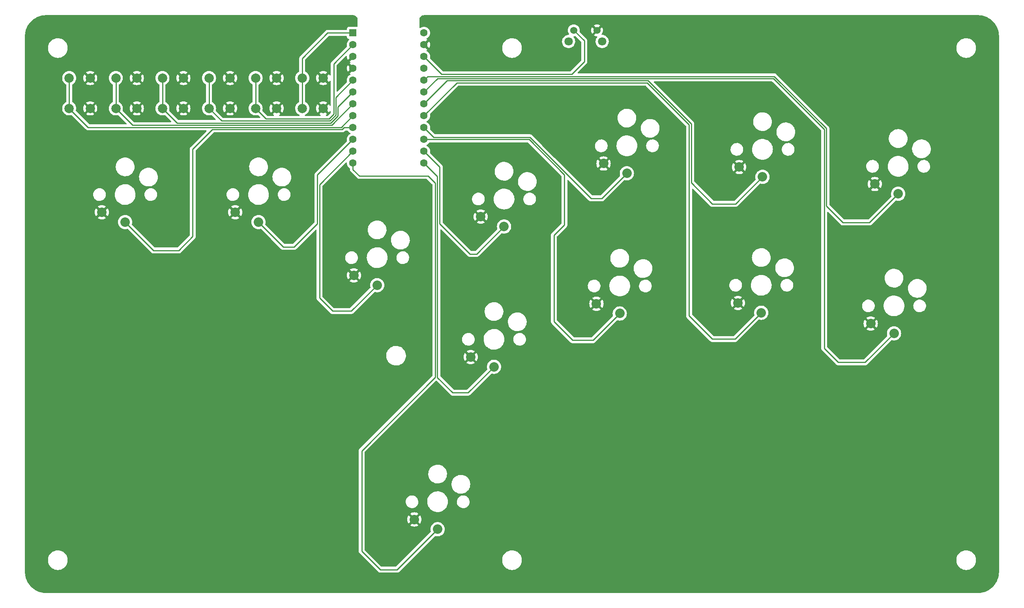
<source format=gtl>
G04 #@! TF.GenerationSoftware,KiCad,Pcbnew,(6.0.6)*
G04 #@! TF.CreationDate,2022-07-21T01:25:26+09:00*
G04 #@! TF.ProjectId,Flatbox-rev1_1-kicad,466c6174-626f-4782-9d72-6576315f312d,1.1*
G04 #@! TF.SameCoordinates,Original*
G04 #@! TF.FileFunction,Copper,L1,Top*
G04 #@! TF.FilePolarity,Positive*
%FSLAX46Y46*%
G04 Gerber Fmt 4.6, Leading zero omitted, Abs format (unit mm)*
G04 Created by KiCad (PCBNEW (6.0.6)) date 2022-07-21 01:25:26*
%MOMM*%
%LPD*%
G01*
G04 APERTURE LIST*
G04 #@! TA.AperFunction,ComponentPad*
%ADD10C,1.600000*%
G04 #@! TD*
G04 #@! TA.AperFunction,ComponentPad*
%ADD11R,1.600000X1.600000*%
G04 #@! TD*
G04 #@! TA.AperFunction,ComponentPad*
%ADD12C,2.000000*%
G04 #@! TD*
G04 #@! TA.AperFunction,ComponentPad*
%ADD13C,2.032000*%
G04 #@! TD*
G04 #@! TA.AperFunction,ComponentPad*
%ADD14C,1.524000*%
G04 #@! TD*
G04 #@! TA.AperFunction,ComponentPad*
%ADD15C,1.800000*%
G04 #@! TD*
G04 #@! TA.AperFunction,ViaPad*
%ADD16C,0.800000*%
G04 #@! TD*
G04 #@! TA.AperFunction,Conductor*
%ADD17C,0.254000*%
G04 #@! TD*
G04 APERTURE END LIST*
D10*
X116120000Y-34300000D03*
X116120000Y-36840000D03*
X116120000Y-39380000D03*
X116120000Y-41920000D03*
X116120000Y-44460000D03*
X116120000Y-47000000D03*
X116120000Y-49540000D03*
X116120000Y-52080000D03*
X116120000Y-54620000D03*
X116120000Y-57160000D03*
X116120000Y-59700000D03*
X116120000Y-62240000D03*
X100880000Y-62240000D03*
X100880000Y-59700000D03*
X100880000Y-57160000D03*
X100880000Y-54620000D03*
X100880000Y-52080000D03*
X100880000Y-49540000D03*
X100880000Y-47000000D03*
X100880000Y-44460000D03*
X100880000Y-41920000D03*
X100880000Y-39380000D03*
X100880000Y-36840000D03*
D11*
X100880000Y-34300000D03*
D12*
X70000000Y-50500000D03*
X70000000Y-44000000D03*
X74500000Y-50500000D03*
X74500000Y-44000000D03*
D13*
X159650000Y-64440000D03*
X154650000Y-62340000D03*
D12*
X60000000Y-50500000D03*
X60000000Y-44000000D03*
X64500000Y-44000000D03*
X64500000Y-50500000D03*
D13*
X119040000Y-140820000D03*
X114040000Y-138720000D03*
X217860000Y-68840000D03*
X212860000Y-66740000D03*
X131140000Y-105960000D03*
X126140000Y-103860000D03*
D12*
X50000000Y-50500000D03*
X50000000Y-44000000D03*
X54500000Y-44000000D03*
X54500000Y-50500000D03*
X90000000Y-44000000D03*
X90000000Y-50500000D03*
X94500000Y-44000000D03*
X94500000Y-50500000D03*
D13*
X52000000Y-74900000D03*
X47000000Y-72800000D03*
X106070000Y-88440000D03*
X101070000Y-86340000D03*
X188490000Y-94360000D03*
X183490000Y-92260000D03*
D12*
X40000000Y-44000000D03*
X40000000Y-50500000D03*
X44500000Y-50500000D03*
X44500000Y-44000000D03*
D13*
X80620000Y-74900000D03*
X75620000Y-72800000D03*
X216970000Y-98790000D03*
X211970000Y-96690000D03*
D12*
X80000000Y-50500000D03*
X80000000Y-44000000D03*
X84500000Y-50500000D03*
X84500000Y-44000000D03*
D13*
X158120000Y-94520000D03*
X153120000Y-92420000D03*
D14*
X148250000Y-33750000D03*
X153250000Y-33750000D03*
D15*
X147150000Y-36150000D03*
X154350000Y-36150000D03*
D13*
X133300000Y-75850000D03*
X128300000Y-73750000D03*
X188750000Y-65200000D03*
X183750000Y-63100000D03*
D16*
X71500000Y-56500000D03*
X92750000Y-62250000D03*
X116750000Y-74500000D03*
X121250000Y-67000000D03*
X116500000Y-67000000D03*
X91500000Y-40250000D03*
X96250000Y-35750000D03*
X98750000Y-35750000D03*
X98500000Y-56500000D03*
X91750000Y-67500000D03*
X95250000Y-67500000D03*
X98750000Y-64500000D03*
X147250000Y-62500000D03*
X137750000Y-59000000D03*
X118250000Y-58750000D03*
X118250000Y-53000000D03*
X124000000Y-46500000D03*
X85000000Y-150000000D03*
X174500000Y-69750000D03*
X145000000Y-110000000D03*
X65000000Y-60250000D03*
X60000000Y-35000000D03*
X210250000Y-103250000D03*
X115000000Y-150000000D03*
X151750000Y-98500000D03*
X90250000Y-56750000D03*
X175000000Y-54750000D03*
X225000000Y-110000000D03*
X160000000Y-105000000D03*
X118750000Y-31750000D03*
X230000000Y-125000000D03*
X145500000Y-78500000D03*
X200500000Y-55750000D03*
X95000000Y-150000000D03*
X160000000Y-145000000D03*
X235000000Y-80000000D03*
X125000000Y-150000000D03*
X100000000Y-145000000D03*
X200000000Y-145000000D03*
X95000000Y-40000000D03*
X150000000Y-135000000D03*
X104250000Y-124750000D03*
X135000000Y-46500000D03*
X148750000Y-98500000D03*
X190000000Y-145000000D03*
X80000000Y-35000000D03*
X185000000Y-40000000D03*
X230000000Y-85000000D03*
X55000000Y-40000000D03*
X35000000Y-80000000D03*
X118750000Y-110250000D03*
X230000000Y-135000000D03*
X185000000Y-150000000D03*
X205000000Y-110000000D03*
X170000000Y-105000000D03*
X235000000Y-50000000D03*
X147000000Y-41750000D03*
X136000000Y-53500000D03*
X235000000Y-100000000D03*
X65000000Y-90000000D03*
X205000000Y-150000000D03*
X45000000Y-53250000D03*
X67500000Y-56250000D03*
X203500000Y-101250000D03*
X45000000Y-40000000D03*
X135000000Y-120000000D03*
X171250000Y-65500000D03*
X85000000Y-40000000D03*
X200250000Y-70750000D03*
X215000000Y-40000000D03*
X50000000Y-145000000D03*
X135000000Y-41750000D03*
X121000000Y-74500000D03*
X120500000Y-78250000D03*
X87250000Y-81750000D03*
X140000000Y-35000000D03*
X95000000Y-130000000D03*
X110000000Y-145000000D03*
X92250000Y-90500000D03*
X95500000Y-74250000D03*
X145750000Y-95500000D03*
X58750000Y-82500000D03*
X144750000Y-74750000D03*
X190250000Y-45750000D03*
X235000000Y-120000000D03*
X235000000Y-70000000D03*
X211000000Y-73250000D03*
X87250000Y-78750000D03*
X148750000Y-39750000D03*
X145000000Y-140000000D03*
X60000000Y-145000000D03*
X235000000Y-140000000D03*
X170000000Y-35000000D03*
X65000000Y-40000000D03*
X120500000Y-107250000D03*
X125000000Y-110000000D03*
X185000000Y-110000000D03*
X165000000Y-150000000D03*
X230000000Y-95000000D03*
X150000000Y-145000000D03*
X40000000Y-55000000D03*
X40000000Y-75000000D03*
X58750000Y-79500000D03*
X135000000Y-140000000D03*
X175000000Y-65500000D03*
X75000000Y-40000000D03*
X45000000Y-150000000D03*
X155000000Y-150000000D03*
X69250000Y-52500000D03*
X135000000Y-110000000D03*
X145000000Y-150000000D03*
X200000000Y-105000000D03*
X235000000Y-90000000D03*
X50500000Y-53250000D03*
X35000000Y-60000000D03*
X145000000Y-130000000D03*
X235000000Y-60000000D03*
X68000000Y-60250000D03*
X180000000Y-105000000D03*
X65000000Y-150000000D03*
X98750000Y-31250000D03*
X204000000Y-55750000D03*
X70000000Y-145000000D03*
X95000000Y-120000000D03*
X205750000Y-103250000D03*
X90000000Y-85000000D03*
X55000000Y-90000000D03*
X180000000Y-35000000D03*
X195000000Y-40000000D03*
X155000000Y-140000000D03*
X45000000Y-90000000D03*
X55000000Y-150000000D03*
X150000000Y-105000000D03*
X160000000Y-35000000D03*
X35000000Y-50000000D03*
X163000000Y-42250000D03*
X35000000Y-100000000D03*
X35000000Y-110000000D03*
X120000000Y-145000000D03*
X230000000Y-105000000D03*
X95000000Y-140000000D03*
X174750000Y-94250000D03*
X35000000Y-90000000D03*
X91500000Y-74250000D03*
X182250000Y-69250000D03*
X150000000Y-115000000D03*
X215000000Y-110000000D03*
X145000000Y-100000000D03*
X140000000Y-135000000D03*
X165000000Y-110000000D03*
X62750000Y-82500000D03*
X200000000Y-35000000D03*
X40000000Y-115000000D03*
X104250000Y-144750000D03*
X140000000Y-105000000D03*
X220000000Y-35000000D03*
X100000000Y-135000000D03*
X95000000Y-100000000D03*
X64750000Y-77250000D03*
X220000000Y-145000000D03*
X40000000Y-125000000D03*
X205000000Y-40000000D03*
X175000000Y-40000000D03*
X35000000Y-70000000D03*
X165000000Y-40000000D03*
X167500000Y-45500000D03*
X135000000Y-130000000D03*
X155000000Y-110000000D03*
X235000000Y-110000000D03*
X60250000Y-52750000D03*
X144750000Y-65500000D03*
X140000000Y-115000000D03*
X230000000Y-45000000D03*
X70000000Y-85000000D03*
X210000000Y-145000000D03*
X225000000Y-140000000D03*
X50000000Y-85000000D03*
X50000000Y-35000000D03*
X70000000Y-35000000D03*
X92250000Y-78250000D03*
X62750000Y-79500000D03*
X100000000Y-115000000D03*
X75000000Y-90000000D03*
X151250000Y-42000000D03*
X35000000Y-130000000D03*
X203500000Y-74750000D03*
X100000000Y-125000000D03*
X94250000Y-31750000D03*
X145000000Y-120000000D03*
X140000000Y-125000000D03*
X40000000Y-95000000D03*
X165000000Y-100000000D03*
X145000000Y-40000000D03*
X163000000Y-46750000D03*
X75000000Y-150000000D03*
X190250000Y-42250000D03*
X220000000Y-105000000D03*
X180000000Y-145000000D03*
X175000000Y-150000000D03*
X78000000Y-56750000D03*
X210000000Y-35000000D03*
X190000000Y-35000000D03*
X35000000Y-140000000D03*
X40000000Y-65000000D03*
X35000000Y-120000000D03*
X175000000Y-100000000D03*
X40000000Y-135000000D03*
X105000000Y-150000000D03*
X171250000Y-54750000D03*
X95250000Y-90500000D03*
X40000000Y-85000000D03*
X40000000Y-105000000D03*
X178750000Y-98250000D03*
X182250000Y-98250000D03*
X170000000Y-145000000D03*
X230000000Y-75000000D03*
X90000000Y-35000000D03*
X120000000Y-35000000D03*
X185000000Y-100000000D03*
X155000000Y-40000000D03*
X195000000Y-150000000D03*
X147000000Y-46500000D03*
X95250000Y-78250000D03*
X109500000Y-147750000D03*
X100000000Y-92250000D03*
X150000000Y-125000000D03*
X45000000Y-56250000D03*
X147500000Y-67250000D03*
X215000000Y-150000000D03*
X225000000Y-150000000D03*
X130000000Y-145000000D03*
X130000000Y-35000000D03*
X167500000Y-42250000D03*
X120750000Y-41750000D03*
X195000000Y-110000000D03*
X230000000Y-115000000D03*
X206750000Y-73250000D03*
X225000000Y-40000000D03*
X95000000Y-110000000D03*
X204250000Y-70750000D03*
X230000000Y-65000000D03*
X60250000Y-56250000D03*
X90000000Y-145000000D03*
X85000000Y-90000000D03*
X140000000Y-145000000D03*
X153750000Y-68250000D03*
X235000000Y-130000000D03*
X195000000Y-100000000D03*
X88250000Y-38750000D03*
X78000000Y-52000000D03*
X230000000Y-55000000D03*
X80000000Y-145000000D03*
X80000000Y-85000000D03*
X190000000Y-105000000D03*
X125000000Y-40000000D03*
X126750000Y-80250000D03*
X116750000Y-107250000D03*
X100000000Y-105000000D03*
X60000000Y-85000000D03*
X175000000Y-110000000D03*
X178750000Y-69250000D03*
D17*
X58100000Y-81000000D02*
X52000000Y-74900000D01*
X63500000Y-81000000D02*
X58100000Y-81000000D01*
X66500000Y-78000000D02*
X63500000Y-81000000D01*
X66500000Y-59250000D02*
X66500000Y-78000000D01*
X70730000Y-55020000D02*
X66500000Y-59250000D01*
X98582052Y-55020000D02*
X70730000Y-55020000D01*
X98982052Y-54620000D02*
X98582052Y-55020000D01*
X100880000Y-54620000D02*
X98982052Y-54620000D01*
X150500000Y-36000000D02*
X148250000Y-33750000D01*
X150500000Y-40500000D02*
X150500000Y-36000000D01*
X147816000Y-43184000D02*
X150500000Y-40500000D01*
X119924000Y-43184000D02*
X147816000Y-43184000D01*
X116120000Y-39380000D02*
X119924000Y-43184000D01*
X202454000Y-54811948D02*
X202454000Y-71454000D01*
X202454000Y-71454000D02*
X206000000Y-75000000D01*
X191280052Y-43638000D02*
X202454000Y-54811948D01*
X206000000Y-75000000D02*
X211700000Y-75000000D01*
X116942000Y-43638000D02*
X191280052Y-43638000D01*
X116120000Y-44460000D02*
X116942000Y-43638000D01*
X211700000Y-75000000D02*
X217860000Y-68840000D01*
X119028000Y-44092000D02*
X116120000Y-47000000D01*
X202000000Y-55000000D02*
X191092000Y-44092000D01*
X191092000Y-44092000D02*
X119028000Y-44092000D01*
X205000000Y-105000000D02*
X202000000Y-102000000D01*
X210760000Y-105000000D02*
X205000000Y-105000000D01*
X202000000Y-102000000D02*
X202000000Y-55000000D01*
X216970000Y-98790000D02*
X210760000Y-105000000D01*
X173454000Y-66454000D02*
X178000000Y-71000000D01*
X164188052Y-44546000D02*
X173454000Y-53811948D01*
X121114000Y-44546000D02*
X164188052Y-44546000D01*
X182950000Y-71000000D02*
X188750000Y-65200000D01*
X116120000Y-49540000D02*
X121114000Y-44546000D01*
X173454000Y-53811948D02*
X173454000Y-66454000D01*
X178000000Y-71000000D02*
X182950000Y-71000000D01*
X173000000Y-95000000D02*
X178000000Y-100000000D01*
X173000000Y-54000000D02*
X173000000Y-95000000D01*
X182850000Y-100000000D02*
X188490000Y-94360000D01*
X164000000Y-45000000D02*
X173000000Y-54000000D01*
X178000000Y-100000000D02*
X182850000Y-100000000D01*
X116120000Y-52080000D02*
X123200000Y-45000000D01*
X123200000Y-45000000D02*
X164000000Y-45000000D01*
X151982052Y-69840000D02*
X154250000Y-69840000D01*
X138848052Y-56706000D02*
X151982052Y-69840000D01*
X118206000Y-56706000D02*
X138848052Y-56706000D01*
X116120000Y-54620000D02*
X118206000Y-56706000D01*
X154250000Y-69840000D02*
X159650000Y-64440000D01*
X152390000Y-100250000D02*
X158120000Y-94520000D01*
X144000000Y-96250000D02*
X148000000Y-100250000D01*
X146250000Y-75500000D02*
X144000000Y-77750000D01*
X144000000Y-77750000D02*
X144000000Y-96250000D01*
X148000000Y-100250000D02*
X152390000Y-100250000D01*
X116120000Y-57160000D02*
X138660000Y-57160000D01*
X138660000Y-57160000D02*
X146250000Y-64750000D01*
X146250000Y-64750000D02*
X146250000Y-75500000D01*
X119500000Y-63080000D02*
X116120000Y-59700000D01*
X119500000Y-75250000D02*
X119500000Y-63080000D01*
X119000000Y-65120000D02*
X116120000Y-62240000D01*
X122250000Y-111500000D02*
X119000000Y-108250000D01*
X125600000Y-111500000D02*
X122250000Y-111500000D01*
X119000000Y-108250000D02*
X119000000Y-65120000D01*
X131140000Y-105960000D02*
X125600000Y-111500000D01*
X110360000Y-149500000D02*
X119040000Y-140820000D01*
X106750000Y-149500000D02*
X110360000Y-149500000D01*
X102750000Y-145500000D02*
X106750000Y-149500000D01*
X117000000Y-65000000D02*
X118546000Y-66546000D01*
X102250000Y-65000000D02*
X117000000Y-65000000D01*
X118546000Y-108204000D02*
X102750000Y-124000000D01*
X102750000Y-124000000D02*
X102750000Y-145500000D01*
X100880000Y-63630000D02*
X102250000Y-65000000D01*
X100880000Y-62240000D02*
X100880000Y-63630000D01*
X118546000Y-66546000D02*
X118546000Y-108204000D01*
X88250000Y-80250000D02*
X85970000Y-80250000D01*
X85970000Y-80250000D02*
X80620000Y-74900000D01*
X93250000Y-75250000D02*
X88250000Y-80250000D01*
X93250000Y-64790000D02*
X93250000Y-75250000D01*
X100880000Y-57160000D02*
X93250000Y-64790000D01*
X96500000Y-94000000D02*
X100510000Y-94000000D01*
X93704000Y-91204000D02*
X96500000Y-94000000D01*
X93704000Y-66876000D02*
X93704000Y-91204000D01*
X100510000Y-94000000D02*
X106070000Y-88440000D01*
X100880000Y-59700000D02*
X93704000Y-66876000D01*
X98394000Y-54566000D02*
X44066000Y-54566000D01*
X100880000Y-52080000D02*
X98394000Y-54566000D01*
X44066000Y-54566000D02*
X40000000Y-50500000D01*
X53612000Y-54112000D02*
X96314159Y-54112000D01*
X96314159Y-54112000D02*
X100880000Y-49546159D01*
X50000000Y-50500000D02*
X53612000Y-54112000D01*
X100880000Y-49546159D02*
X100880000Y-49540000D01*
X63158000Y-53658000D02*
X60000000Y-50500000D01*
X96126106Y-53658000D02*
X63158000Y-53658000D01*
X97658000Y-52126105D02*
X96126106Y-53658000D01*
X97658000Y-50222000D02*
X97658000Y-52126105D01*
X100880000Y-47000000D02*
X97658000Y-50222000D01*
X72704000Y-53204000D02*
X70000000Y-50500000D01*
X95938053Y-53204000D02*
X72704000Y-53204000D01*
X97204000Y-51938052D02*
X95938053Y-53204000D01*
X97204000Y-48136000D02*
X97204000Y-51938052D01*
X100880000Y-44460000D02*
X97204000Y-48136000D01*
X96750000Y-51750000D02*
X95750000Y-52750000D01*
X96750000Y-40970000D02*
X96750000Y-51750000D01*
X100880000Y-36840000D02*
X96750000Y-40970000D01*
X95750000Y-52750000D02*
X82250000Y-52750000D01*
X90000000Y-39750000D02*
X90000000Y-44000000D01*
X95450000Y-34300000D02*
X90000000Y-39750000D01*
X100880000Y-34300000D02*
X95450000Y-34300000D01*
X40000000Y-44000000D02*
X40000000Y-50500000D01*
X50000000Y-44000000D02*
X50000000Y-50500000D01*
X60000000Y-44000000D02*
X60000000Y-50500000D01*
X70000000Y-44000000D02*
X70000000Y-50500000D01*
X80000000Y-44000000D02*
X80000000Y-50500000D01*
X82250000Y-52750000D02*
X80000000Y-50500000D01*
X90000000Y-44000000D02*
X90000000Y-50500000D01*
X133300000Y-75850000D02*
X127400000Y-81750000D01*
X127400000Y-81750000D02*
X126000000Y-81750000D01*
X126000000Y-81750000D02*
X119500000Y-75250000D01*
G04 #@! TA.AperFunction,Conductor*
G36*
X100870018Y-30510000D02*
G01*
X100884851Y-30512310D01*
X100884855Y-30512310D01*
X100893724Y-30513691D01*
X100906397Y-30512034D01*
X100933707Y-30511449D01*
X101061194Y-30522603D01*
X101082817Y-30526415D01*
X101228466Y-30565442D01*
X101249104Y-30572954D01*
X101385760Y-30636678D01*
X101404780Y-30647660D01*
X101528297Y-30734147D01*
X101545122Y-30748265D01*
X101651735Y-30854878D01*
X101665853Y-30871703D01*
X101752340Y-30995220D01*
X101763322Y-31014240D01*
X101827046Y-31150896D01*
X101834557Y-31171534D01*
X101873583Y-31317178D01*
X101877398Y-31338809D01*
X101887947Y-31459393D01*
X101887393Y-31475871D01*
X101887800Y-31475876D01*
X101887690Y-31484853D01*
X101886309Y-31493724D01*
X101887473Y-31502626D01*
X101887473Y-31502628D01*
X101890436Y-31525283D01*
X101891500Y-31541621D01*
X101891500Y-32868818D01*
X101871498Y-32936939D01*
X101817842Y-32983432D01*
X101751892Y-32994081D01*
X101728134Y-32991500D01*
X100031866Y-32991500D01*
X99969684Y-32998255D01*
X99833295Y-33049385D01*
X99716739Y-33136739D01*
X99629385Y-33253295D01*
X99578255Y-33389684D01*
X99571500Y-33451866D01*
X99571500Y-33538500D01*
X99551498Y-33606621D01*
X99497842Y-33653114D01*
X99445500Y-33664500D01*
X95529032Y-33664500D01*
X95517793Y-33663970D01*
X95510281Y-33662291D01*
X95502356Y-33662540D01*
X95502355Y-33662540D01*
X95441970Y-33664438D01*
X95438012Y-33664500D01*
X95410017Y-33664500D01*
X95406083Y-33664997D01*
X95406081Y-33664997D01*
X95405994Y-33665008D01*
X95394160Y-33665940D01*
X95349795Y-33667335D01*
X95342182Y-33669547D01*
X95342181Y-33669547D01*
X95330252Y-33673013D01*
X95310888Y-33677023D01*
X95298560Y-33678580D01*
X95298558Y-33678580D01*
X95290701Y-33679573D01*
X95283337Y-33682489D01*
X95283332Y-33682490D01*
X95249444Y-33695907D01*
X95238215Y-33699752D01*
X95221535Y-33704598D01*
X95195607Y-33712131D01*
X95188780Y-33716169D01*
X95188777Y-33716170D01*
X95178094Y-33722488D01*
X95160336Y-33731188D01*
X95148785Y-33735761D01*
X95148779Y-33735765D01*
X95141412Y-33738681D01*
X95135001Y-33743339D01*
X95134999Y-33743340D01*
X95118297Y-33755475D01*
X95108199Y-33762812D01*
X95105512Y-33764764D01*
X95095590Y-33771281D01*
X95064232Y-33789826D01*
X95064228Y-33789829D01*
X95057402Y-33793866D01*
X95043018Y-33808250D01*
X95027984Y-33821091D01*
X95011513Y-33833058D01*
X95006460Y-33839166D01*
X94983223Y-33867255D01*
X94975233Y-33876035D01*
X89606517Y-39244750D01*
X89598191Y-39252326D01*
X89591697Y-39256447D01*
X89586274Y-39262222D01*
X89544915Y-39306265D01*
X89542160Y-39309107D01*
X89522361Y-39328906D01*
X89519937Y-39332031D01*
X89519929Y-39332040D01*
X89519863Y-39332126D01*
X89512155Y-39341151D01*
X89481783Y-39373494D01*
X89477965Y-39380438D01*
X89477964Y-39380440D01*
X89471978Y-39391329D01*
X89461127Y-39407847D01*
X89448650Y-39423933D01*
X89431024Y-39464666D01*
X89425807Y-39475314D01*
X89422029Y-39482187D01*
X89404431Y-39514197D01*
X89402460Y-39521872D01*
X89402458Y-39521878D01*
X89399369Y-39533911D01*
X89392966Y-39552613D01*
X89384883Y-39571292D01*
X89379937Y-39602519D01*
X89377940Y-39615127D01*
X89375535Y-39626740D01*
X89364500Y-39669718D01*
X89364500Y-39690065D01*
X89362949Y-39709776D01*
X89359765Y-39729879D01*
X89360511Y-39737771D01*
X89363941Y-39774056D01*
X89364500Y-39785914D01*
X89364500Y-42549660D01*
X89344498Y-42617781D01*
X89304336Y-42657092D01*
X89110584Y-42775824D01*
X88930031Y-42930031D01*
X88775824Y-43110584D01*
X88773245Y-43114792D01*
X88773241Y-43114798D01*
X88657178Y-43304195D01*
X88651760Y-43313037D01*
X88649867Y-43317607D01*
X88649865Y-43317611D01*
X88591839Y-43457699D01*
X88560895Y-43532406D01*
X88505465Y-43763289D01*
X88486835Y-44000000D01*
X88505465Y-44236711D01*
X88560895Y-44467594D01*
X88562788Y-44472165D01*
X88562789Y-44472167D01*
X88649772Y-44682163D01*
X88651760Y-44686963D01*
X88654346Y-44691183D01*
X88773241Y-44885202D01*
X88773245Y-44885208D01*
X88775824Y-44889416D01*
X88930031Y-45069969D01*
X89110584Y-45224176D01*
X89304336Y-45342908D01*
X89351966Y-45395555D01*
X89364500Y-45450340D01*
X89364500Y-49049660D01*
X89344498Y-49117781D01*
X89304336Y-49157092D01*
X89110584Y-49275824D01*
X88930031Y-49430031D01*
X88775824Y-49610584D01*
X88773245Y-49614792D01*
X88773241Y-49614798D01*
X88676047Y-49773405D01*
X88651760Y-49813037D01*
X88649867Y-49817607D01*
X88649865Y-49817611D01*
X88595680Y-49948426D01*
X88560895Y-50032406D01*
X88505465Y-50263289D01*
X88486835Y-50500000D01*
X88505465Y-50736711D01*
X88506619Y-50741518D01*
X88506620Y-50741524D01*
X88541640Y-50887391D01*
X88560895Y-50967594D01*
X88562788Y-50972165D01*
X88562789Y-50972167D01*
X88649772Y-51182163D01*
X88651760Y-51186963D01*
X88654346Y-51191183D01*
X88773241Y-51385202D01*
X88773245Y-51385208D01*
X88775824Y-51389416D01*
X88930031Y-51569969D01*
X88933787Y-51573177D01*
X88941369Y-51579653D01*
X89110584Y-51724176D01*
X89114792Y-51726755D01*
X89114798Y-51726759D01*
X89308084Y-51845205D01*
X89313037Y-51848240D01*
X89317607Y-51850133D01*
X89317611Y-51850135D01*
X89370619Y-51872091D01*
X89425900Y-51916639D01*
X89448321Y-51984002D01*
X89430763Y-52052794D01*
X89378801Y-52101172D01*
X89322401Y-52114500D01*
X85176292Y-52114500D01*
X85108171Y-52094498D01*
X85061678Y-52040842D01*
X85051574Y-51970568D01*
X85081068Y-51905988D01*
X85128074Y-51872091D01*
X85182163Y-51849687D01*
X85190958Y-51845205D01*
X85358445Y-51742568D01*
X85367907Y-51732110D01*
X85364124Y-51723334D01*
X84512812Y-50872022D01*
X84498868Y-50864408D01*
X84497035Y-50864539D01*
X84490420Y-50868790D01*
X83638920Y-51720290D01*
X83632160Y-51732670D01*
X83637887Y-51740320D01*
X83809042Y-51845205D01*
X83817837Y-51849687D01*
X83871926Y-51872091D01*
X83927207Y-51916639D01*
X83949628Y-51984002D01*
X83932070Y-52052794D01*
X83880108Y-52101172D01*
X83823708Y-52114500D01*
X82565423Y-52114500D01*
X82497302Y-52094498D01*
X82476328Y-52077595D01*
X81474912Y-51076179D01*
X81440886Y-51013867D01*
X81441488Y-50957670D01*
X81493380Y-50741524D01*
X81493381Y-50741518D01*
X81494535Y-50736711D01*
X81512777Y-50504930D01*
X82987725Y-50504930D01*
X83005572Y-50731699D01*
X83007115Y-50741446D01*
X83060217Y-50962627D01*
X83063266Y-50972012D01*
X83150313Y-51182163D01*
X83154795Y-51190958D01*
X83257432Y-51358445D01*
X83267890Y-51367907D01*
X83276666Y-51364124D01*
X84127978Y-50512812D01*
X84134356Y-50501132D01*
X84864408Y-50501132D01*
X84864539Y-50502965D01*
X84868790Y-50509580D01*
X85720290Y-51361080D01*
X85732670Y-51367840D01*
X85740320Y-51362113D01*
X85845205Y-51190958D01*
X85849687Y-51182163D01*
X85936734Y-50972012D01*
X85939783Y-50962627D01*
X85992885Y-50741446D01*
X85994428Y-50731699D01*
X86012275Y-50504930D01*
X86012275Y-50495070D01*
X85994428Y-50268301D01*
X85992885Y-50258554D01*
X85939783Y-50037373D01*
X85936734Y-50027988D01*
X85849687Y-49817837D01*
X85845205Y-49809042D01*
X85742568Y-49641555D01*
X85732110Y-49632093D01*
X85723334Y-49635876D01*
X84872022Y-50487188D01*
X84864408Y-50501132D01*
X84134356Y-50501132D01*
X84135592Y-50498868D01*
X84135461Y-50497035D01*
X84131210Y-50490420D01*
X83279710Y-49638920D01*
X83267330Y-49632160D01*
X83259680Y-49637887D01*
X83154795Y-49809042D01*
X83150313Y-49817837D01*
X83063266Y-50027988D01*
X83060217Y-50037373D01*
X83007115Y-50258554D01*
X83005572Y-50268301D01*
X82987725Y-50495070D01*
X82987725Y-50504930D01*
X81512777Y-50504930D01*
X81513165Y-50500000D01*
X81494535Y-50263289D01*
X81439105Y-50032406D01*
X81404320Y-49948426D01*
X81350135Y-49817611D01*
X81350133Y-49817607D01*
X81348240Y-49813037D01*
X81323953Y-49773405D01*
X81226759Y-49614798D01*
X81226755Y-49614792D01*
X81224176Y-49610584D01*
X81069969Y-49430031D01*
X80889416Y-49275824D01*
X80876469Y-49267890D01*
X83632093Y-49267890D01*
X83635876Y-49276666D01*
X84487188Y-50127978D01*
X84501132Y-50135592D01*
X84502965Y-50135461D01*
X84509580Y-50131210D01*
X85361080Y-49279710D01*
X85367840Y-49267330D01*
X85362113Y-49259680D01*
X85190958Y-49154795D01*
X85182163Y-49150313D01*
X84972012Y-49063266D01*
X84962627Y-49060217D01*
X84741446Y-49007115D01*
X84731699Y-49005572D01*
X84504930Y-48987725D01*
X84495070Y-48987725D01*
X84268301Y-49005572D01*
X84258554Y-49007115D01*
X84037373Y-49060217D01*
X84027988Y-49063266D01*
X83817837Y-49150313D01*
X83809042Y-49154795D01*
X83641555Y-49257432D01*
X83632093Y-49267890D01*
X80876469Y-49267890D01*
X80695664Y-49157092D01*
X80648034Y-49104445D01*
X80635500Y-49049660D01*
X80635500Y-45450340D01*
X80655502Y-45382219D01*
X80695664Y-45342908D01*
X80875555Y-45232670D01*
X83632160Y-45232670D01*
X83637887Y-45240320D01*
X83809042Y-45345205D01*
X83817837Y-45349687D01*
X84027988Y-45436734D01*
X84037373Y-45439783D01*
X84258554Y-45492885D01*
X84268301Y-45494428D01*
X84495070Y-45512275D01*
X84504930Y-45512275D01*
X84731699Y-45494428D01*
X84741446Y-45492885D01*
X84962627Y-45439783D01*
X84972012Y-45436734D01*
X85182163Y-45349687D01*
X85190958Y-45345205D01*
X85358445Y-45242568D01*
X85367907Y-45232110D01*
X85364124Y-45223334D01*
X84512812Y-44372022D01*
X84498868Y-44364408D01*
X84497035Y-44364539D01*
X84490420Y-44368790D01*
X83638920Y-45220290D01*
X83632160Y-45232670D01*
X80875555Y-45232670D01*
X80889416Y-45224176D01*
X81069969Y-45069969D01*
X81224176Y-44889416D01*
X81226755Y-44885208D01*
X81226759Y-44885202D01*
X81345654Y-44691183D01*
X81348240Y-44686963D01*
X81350229Y-44682163D01*
X81437211Y-44472167D01*
X81437212Y-44472165D01*
X81439105Y-44467594D01*
X81494535Y-44236711D01*
X81512777Y-44004930D01*
X82987725Y-44004930D01*
X83005572Y-44231699D01*
X83007115Y-44241446D01*
X83060217Y-44462627D01*
X83063266Y-44472012D01*
X83150313Y-44682163D01*
X83154795Y-44690958D01*
X83257432Y-44858445D01*
X83267890Y-44867907D01*
X83276666Y-44864124D01*
X84127978Y-44012812D01*
X84134356Y-44001132D01*
X84864408Y-44001132D01*
X84864539Y-44002965D01*
X84868790Y-44009580D01*
X85720290Y-44861080D01*
X85732670Y-44867840D01*
X85740320Y-44862113D01*
X85845205Y-44690958D01*
X85849687Y-44682163D01*
X85936734Y-44472012D01*
X85939783Y-44462627D01*
X85992885Y-44241446D01*
X85994428Y-44231699D01*
X86012275Y-44004930D01*
X86012275Y-43995070D01*
X85994428Y-43768301D01*
X85992885Y-43758554D01*
X85939783Y-43537373D01*
X85936734Y-43527988D01*
X85849687Y-43317837D01*
X85845205Y-43309042D01*
X85742568Y-43141555D01*
X85732110Y-43132093D01*
X85723334Y-43135876D01*
X84872022Y-43987188D01*
X84864408Y-44001132D01*
X84134356Y-44001132D01*
X84135592Y-43998868D01*
X84135461Y-43997035D01*
X84131210Y-43990420D01*
X83279710Y-43138920D01*
X83267330Y-43132160D01*
X83259680Y-43137887D01*
X83154795Y-43309042D01*
X83150313Y-43317837D01*
X83063266Y-43527988D01*
X83060217Y-43537373D01*
X83007115Y-43758554D01*
X83005572Y-43768301D01*
X82987725Y-43995070D01*
X82987725Y-44004930D01*
X81512777Y-44004930D01*
X81513165Y-44000000D01*
X81494535Y-43763289D01*
X81439105Y-43532406D01*
X81408161Y-43457699D01*
X81350135Y-43317611D01*
X81350133Y-43317607D01*
X81348240Y-43313037D01*
X81342822Y-43304195D01*
X81226759Y-43114798D01*
X81226755Y-43114792D01*
X81224176Y-43110584D01*
X81069969Y-42930031D01*
X80889416Y-42775824D01*
X80885203Y-42773242D01*
X80885202Y-42773241D01*
X80876470Y-42767890D01*
X83632093Y-42767890D01*
X83635876Y-42776666D01*
X84487188Y-43627978D01*
X84501132Y-43635592D01*
X84502965Y-43635461D01*
X84509580Y-43631210D01*
X85361080Y-42779710D01*
X85367840Y-42767330D01*
X85362113Y-42759680D01*
X85190958Y-42654795D01*
X85182163Y-42650313D01*
X84972012Y-42563266D01*
X84962627Y-42560217D01*
X84741446Y-42507115D01*
X84731699Y-42505572D01*
X84504930Y-42487725D01*
X84495070Y-42487725D01*
X84268301Y-42505572D01*
X84258554Y-42507115D01*
X84037373Y-42560217D01*
X84027988Y-42563266D01*
X83817837Y-42650313D01*
X83809042Y-42654795D01*
X83641555Y-42757432D01*
X83632093Y-42767890D01*
X80876470Y-42767890D01*
X80691183Y-42654346D01*
X80686963Y-42651760D01*
X80682393Y-42649867D01*
X80682389Y-42649865D01*
X80472167Y-42562789D01*
X80472165Y-42562788D01*
X80467594Y-42560895D01*
X80332651Y-42528498D01*
X80241524Y-42506620D01*
X80241518Y-42506619D01*
X80236711Y-42505465D01*
X80000000Y-42486835D01*
X79763289Y-42505465D01*
X79758482Y-42506619D01*
X79758476Y-42506620D01*
X79667349Y-42528498D01*
X79532406Y-42560895D01*
X79527835Y-42562788D01*
X79527833Y-42562789D01*
X79317611Y-42649865D01*
X79317607Y-42649867D01*
X79313037Y-42651760D01*
X79308817Y-42654346D01*
X79114798Y-42773241D01*
X79114797Y-42773242D01*
X79110584Y-42775824D01*
X78930031Y-42930031D01*
X78775824Y-43110584D01*
X78773245Y-43114792D01*
X78773241Y-43114798D01*
X78657178Y-43304195D01*
X78651760Y-43313037D01*
X78649867Y-43317607D01*
X78649865Y-43317611D01*
X78591839Y-43457699D01*
X78560895Y-43532406D01*
X78505465Y-43763289D01*
X78486835Y-44000000D01*
X78505465Y-44236711D01*
X78560895Y-44467594D01*
X78562788Y-44472165D01*
X78562789Y-44472167D01*
X78649772Y-44682163D01*
X78651760Y-44686963D01*
X78654346Y-44691183D01*
X78773241Y-44885202D01*
X78773245Y-44885208D01*
X78775824Y-44889416D01*
X78930031Y-45069969D01*
X79110584Y-45224176D01*
X79304336Y-45342908D01*
X79351966Y-45395555D01*
X79364500Y-45450340D01*
X79364500Y-49049660D01*
X79344498Y-49117781D01*
X79304336Y-49157092D01*
X79110584Y-49275824D01*
X78930031Y-49430031D01*
X78775824Y-49610584D01*
X78773245Y-49614792D01*
X78773241Y-49614798D01*
X78676047Y-49773405D01*
X78651760Y-49813037D01*
X78649867Y-49817607D01*
X78649865Y-49817611D01*
X78595680Y-49948426D01*
X78560895Y-50032406D01*
X78505465Y-50263289D01*
X78486835Y-50500000D01*
X78505465Y-50736711D01*
X78506619Y-50741518D01*
X78506620Y-50741524D01*
X78541640Y-50887391D01*
X78560895Y-50967594D01*
X78562788Y-50972165D01*
X78562789Y-50972167D01*
X78649772Y-51182163D01*
X78651760Y-51186963D01*
X78654346Y-51191183D01*
X78773241Y-51385202D01*
X78773245Y-51385208D01*
X78775824Y-51389416D01*
X78930031Y-51569969D01*
X78933787Y-51573177D01*
X78941369Y-51579653D01*
X79110584Y-51724176D01*
X79114792Y-51726755D01*
X79114798Y-51726759D01*
X79308084Y-51845205D01*
X79313037Y-51848240D01*
X79317607Y-51850133D01*
X79317611Y-51850135D01*
X79527833Y-51937211D01*
X79532406Y-51939105D01*
X79612609Y-51958360D01*
X79758476Y-51993380D01*
X79758482Y-51993381D01*
X79763289Y-51994535D01*
X80000000Y-52013165D01*
X80236711Y-51994535D01*
X80241518Y-51993381D01*
X80241524Y-51993380D01*
X80457670Y-51941488D01*
X80528578Y-51945035D01*
X80576179Y-51974912D01*
X80954672Y-52353405D01*
X80988698Y-52415717D01*
X80983633Y-52486532D01*
X80941086Y-52543368D01*
X80874566Y-52568179D01*
X80865577Y-52568500D01*
X73019423Y-52568500D01*
X72951302Y-52548498D01*
X72930328Y-52531595D01*
X72131403Y-51732670D01*
X73632160Y-51732670D01*
X73637887Y-51740320D01*
X73809042Y-51845205D01*
X73817837Y-51849687D01*
X74027988Y-51936734D01*
X74037373Y-51939783D01*
X74258554Y-51992885D01*
X74268301Y-51994428D01*
X74495070Y-52012275D01*
X74504930Y-52012275D01*
X74731699Y-51994428D01*
X74741446Y-51992885D01*
X74962627Y-51939783D01*
X74972012Y-51936734D01*
X75182163Y-51849687D01*
X75190958Y-51845205D01*
X75358445Y-51742568D01*
X75367907Y-51732110D01*
X75364124Y-51723334D01*
X74512812Y-50872022D01*
X74498868Y-50864408D01*
X74497035Y-50864539D01*
X74490420Y-50868790D01*
X73638920Y-51720290D01*
X73632160Y-51732670D01*
X72131403Y-51732670D01*
X71474912Y-51076179D01*
X71440886Y-51013867D01*
X71441488Y-50957670D01*
X71493380Y-50741524D01*
X71493381Y-50741518D01*
X71494535Y-50736711D01*
X71512777Y-50504930D01*
X72987725Y-50504930D01*
X73005572Y-50731699D01*
X73007115Y-50741446D01*
X73060217Y-50962627D01*
X73063266Y-50972012D01*
X73150313Y-51182163D01*
X73154795Y-51190958D01*
X73257432Y-51358445D01*
X73267890Y-51367907D01*
X73276666Y-51364124D01*
X74127978Y-50512812D01*
X74134356Y-50501132D01*
X74864408Y-50501132D01*
X74864539Y-50502965D01*
X74868790Y-50509580D01*
X75720290Y-51361080D01*
X75732670Y-51367840D01*
X75740320Y-51362113D01*
X75845205Y-51190958D01*
X75849687Y-51182163D01*
X75936734Y-50972012D01*
X75939783Y-50962627D01*
X75992885Y-50741446D01*
X75994428Y-50731699D01*
X76012275Y-50504930D01*
X76012275Y-50495070D01*
X75994428Y-50268301D01*
X75992885Y-50258554D01*
X75939783Y-50037373D01*
X75936734Y-50027988D01*
X75849687Y-49817837D01*
X75845205Y-49809042D01*
X75742568Y-49641555D01*
X75732110Y-49632093D01*
X75723334Y-49635876D01*
X74872022Y-50487188D01*
X74864408Y-50501132D01*
X74134356Y-50501132D01*
X74135592Y-50498868D01*
X74135461Y-50497035D01*
X74131210Y-50490420D01*
X73279710Y-49638920D01*
X73267330Y-49632160D01*
X73259680Y-49637887D01*
X73154795Y-49809042D01*
X73150313Y-49817837D01*
X73063266Y-50027988D01*
X73060217Y-50037373D01*
X73007115Y-50258554D01*
X73005572Y-50268301D01*
X72987725Y-50495070D01*
X72987725Y-50504930D01*
X71512777Y-50504930D01*
X71513165Y-50500000D01*
X71494535Y-50263289D01*
X71439105Y-50032406D01*
X71404320Y-49948426D01*
X71350135Y-49817611D01*
X71350133Y-49817607D01*
X71348240Y-49813037D01*
X71323953Y-49773405D01*
X71226759Y-49614798D01*
X71226755Y-49614792D01*
X71224176Y-49610584D01*
X71069969Y-49430031D01*
X70889416Y-49275824D01*
X70876469Y-49267890D01*
X73632093Y-49267890D01*
X73635876Y-49276666D01*
X74487188Y-50127978D01*
X74501132Y-50135592D01*
X74502965Y-50135461D01*
X74509580Y-50131210D01*
X75361080Y-49279710D01*
X75367840Y-49267330D01*
X75362113Y-49259680D01*
X75190958Y-49154795D01*
X75182163Y-49150313D01*
X74972012Y-49063266D01*
X74962627Y-49060217D01*
X74741446Y-49007115D01*
X74731699Y-49005572D01*
X74504930Y-48987725D01*
X74495070Y-48987725D01*
X74268301Y-49005572D01*
X74258554Y-49007115D01*
X74037373Y-49060217D01*
X74027988Y-49063266D01*
X73817837Y-49150313D01*
X73809042Y-49154795D01*
X73641555Y-49257432D01*
X73632093Y-49267890D01*
X70876469Y-49267890D01*
X70695664Y-49157092D01*
X70648034Y-49104445D01*
X70635500Y-49049660D01*
X70635500Y-45450340D01*
X70655502Y-45382219D01*
X70695664Y-45342908D01*
X70875555Y-45232670D01*
X73632160Y-45232670D01*
X73637887Y-45240320D01*
X73809042Y-45345205D01*
X73817837Y-45349687D01*
X74027988Y-45436734D01*
X74037373Y-45439783D01*
X74258554Y-45492885D01*
X74268301Y-45494428D01*
X74495070Y-45512275D01*
X74504930Y-45512275D01*
X74731699Y-45494428D01*
X74741446Y-45492885D01*
X74962627Y-45439783D01*
X74972012Y-45436734D01*
X75182163Y-45349687D01*
X75190958Y-45345205D01*
X75358445Y-45242568D01*
X75367907Y-45232110D01*
X75364124Y-45223334D01*
X74512812Y-44372022D01*
X74498868Y-44364408D01*
X74497035Y-44364539D01*
X74490420Y-44368790D01*
X73638920Y-45220290D01*
X73632160Y-45232670D01*
X70875555Y-45232670D01*
X70889416Y-45224176D01*
X71069969Y-45069969D01*
X71224176Y-44889416D01*
X71226755Y-44885208D01*
X71226759Y-44885202D01*
X71345654Y-44691183D01*
X71348240Y-44686963D01*
X71350229Y-44682163D01*
X71437211Y-44472167D01*
X71437212Y-44472165D01*
X71439105Y-44467594D01*
X71494535Y-44236711D01*
X71512777Y-44004930D01*
X72987725Y-44004930D01*
X73005572Y-44231699D01*
X73007115Y-44241446D01*
X73060217Y-44462627D01*
X73063266Y-44472012D01*
X73150313Y-44682163D01*
X73154795Y-44690958D01*
X73257432Y-44858445D01*
X73267890Y-44867907D01*
X73276666Y-44864124D01*
X74127978Y-44012812D01*
X74134356Y-44001132D01*
X74864408Y-44001132D01*
X74864539Y-44002965D01*
X74868790Y-44009580D01*
X75720290Y-44861080D01*
X75732670Y-44867840D01*
X75740320Y-44862113D01*
X75845205Y-44690958D01*
X75849687Y-44682163D01*
X75936734Y-44472012D01*
X75939783Y-44462627D01*
X75992885Y-44241446D01*
X75994428Y-44231699D01*
X76012275Y-44004930D01*
X76012275Y-43995070D01*
X75994428Y-43768301D01*
X75992885Y-43758554D01*
X75939783Y-43537373D01*
X75936734Y-43527988D01*
X75849687Y-43317837D01*
X75845205Y-43309042D01*
X75742568Y-43141555D01*
X75732110Y-43132093D01*
X75723334Y-43135876D01*
X74872022Y-43987188D01*
X74864408Y-44001132D01*
X74134356Y-44001132D01*
X74135592Y-43998868D01*
X74135461Y-43997035D01*
X74131210Y-43990420D01*
X73279710Y-43138920D01*
X73267330Y-43132160D01*
X73259680Y-43137887D01*
X73154795Y-43309042D01*
X73150313Y-43317837D01*
X73063266Y-43527988D01*
X73060217Y-43537373D01*
X73007115Y-43758554D01*
X73005572Y-43768301D01*
X72987725Y-43995070D01*
X72987725Y-44004930D01*
X71512777Y-44004930D01*
X71513165Y-44000000D01*
X71494535Y-43763289D01*
X71439105Y-43532406D01*
X71408161Y-43457699D01*
X71350135Y-43317611D01*
X71350133Y-43317607D01*
X71348240Y-43313037D01*
X71342822Y-43304195D01*
X71226759Y-43114798D01*
X71226755Y-43114792D01*
X71224176Y-43110584D01*
X71069969Y-42930031D01*
X70889416Y-42775824D01*
X70885203Y-42773242D01*
X70885202Y-42773241D01*
X70876470Y-42767890D01*
X73632093Y-42767890D01*
X73635876Y-42776666D01*
X74487188Y-43627978D01*
X74501132Y-43635592D01*
X74502965Y-43635461D01*
X74509580Y-43631210D01*
X75361080Y-42779710D01*
X75367840Y-42767330D01*
X75362113Y-42759680D01*
X75190958Y-42654795D01*
X75182163Y-42650313D01*
X74972012Y-42563266D01*
X74962627Y-42560217D01*
X74741446Y-42507115D01*
X74731699Y-42505572D01*
X74504930Y-42487725D01*
X74495070Y-42487725D01*
X74268301Y-42505572D01*
X74258554Y-42507115D01*
X74037373Y-42560217D01*
X74027988Y-42563266D01*
X73817837Y-42650313D01*
X73809042Y-42654795D01*
X73641555Y-42757432D01*
X73632093Y-42767890D01*
X70876470Y-42767890D01*
X70691183Y-42654346D01*
X70686963Y-42651760D01*
X70682393Y-42649867D01*
X70682389Y-42649865D01*
X70472167Y-42562789D01*
X70472165Y-42562788D01*
X70467594Y-42560895D01*
X70332651Y-42528498D01*
X70241524Y-42506620D01*
X70241518Y-42506619D01*
X70236711Y-42505465D01*
X70000000Y-42486835D01*
X69763289Y-42505465D01*
X69758482Y-42506619D01*
X69758476Y-42506620D01*
X69667349Y-42528498D01*
X69532406Y-42560895D01*
X69527835Y-42562788D01*
X69527833Y-42562789D01*
X69317611Y-42649865D01*
X69317607Y-42649867D01*
X69313037Y-42651760D01*
X69308817Y-42654346D01*
X69114798Y-42773241D01*
X69114797Y-42773242D01*
X69110584Y-42775824D01*
X68930031Y-42930031D01*
X68775824Y-43110584D01*
X68773245Y-43114792D01*
X68773241Y-43114798D01*
X68657178Y-43304195D01*
X68651760Y-43313037D01*
X68649867Y-43317607D01*
X68649865Y-43317611D01*
X68591839Y-43457699D01*
X68560895Y-43532406D01*
X68505465Y-43763289D01*
X68486835Y-44000000D01*
X68505465Y-44236711D01*
X68560895Y-44467594D01*
X68562788Y-44472165D01*
X68562789Y-44472167D01*
X68649772Y-44682163D01*
X68651760Y-44686963D01*
X68654346Y-44691183D01*
X68773241Y-44885202D01*
X68773245Y-44885208D01*
X68775824Y-44889416D01*
X68930031Y-45069969D01*
X69110584Y-45224176D01*
X69304336Y-45342908D01*
X69351966Y-45395555D01*
X69364500Y-45450340D01*
X69364500Y-49049660D01*
X69344498Y-49117781D01*
X69304336Y-49157092D01*
X69110584Y-49275824D01*
X68930031Y-49430031D01*
X68775824Y-49610584D01*
X68773245Y-49614792D01*
X68773241Y-49614798D01*
X68676047Y-49773405D01*
X68651760Y-49813037D01*
X68649867Y-49817607D01*
X68649865Y-49817611D01*
X68595680Y-49948426D01*
X68560895Y-50032406D01*
X68505465Y-50263289D01*
X68486835Y-50500000D01*
X68505465Y-50736711D01*
X68506619Y-50741518D01*
X68506620Y-50741524D01*
X68541640Y-50887391D01*
X68560895Y-50967594D01*
X68562788Y-50972165D01*
X68562789Y-50972167D01*
X68649772Y-51182163D01*
X68651760Y-51186963D01*
X68654346Y-51191183D01*
X68773241Y-51385202D01*
X68773245Y-51385208D01*
X68775824Y-51389416D01*
X68930031Y-51569969D01*
X68933787Y-51573177D01*
X68941369Y-51579653D01*
X69110584Y-51724176D01*
X69114792Y-51726755D01*
X69114798Y-51726759D01*
X69308084Y-51845205D01*
X69313037Y-51848240D01*
X69317607Y-51850133D01*
X69317611Y-51850135D01*
X69527833Y-51937211D01*
X69532406Y-51939105D01*
X69612609Y-51958360D01*
X69758476Y-51993380D01*
X69758482Y-51993381D01*
X69763289Y-51994535D01*
X70000000Y-52013165D01*
X70236711Y-51994535D01*
X70241518Y-51993381D01*
X70241524Y-51993380D01*
X70345392Y-51968443D01*
X70457672Y-51941487D01*
X70528578Y-51945034D01*
X70576179Y-51974911D01*
X71408673Y-52807405D01*
X71442699Y-52869717D01*
X71437634Y-52940532D01*
X71395087Y-52997368D01*
X71328567Y-53022179D01*
X71319578Y-53022500D01*
X63473423Y-53022500D01*
X63405302Y-53002498D01*
X63384328Y-52985595D01*
X62131403Y-51732670D01*
X63632160Y-51732670D01*
X63637887Y-51740320D01*
X63809042Y-51845205D01*
X63817837Y-51849687D01*
X64027988Y-51936734D01*
X64037373Y-51939783D01*
X64258554Y-51992885D01*
X64268301Y-51994428D01*
X64495070Y-52012275D01*
X64504930Y-52012275D01*
X64731699Y-51994428D01*
X64741446Y-51992885D01*
X64962627Y-51939783D01*
X64972012Y-51936734D01*
X65182163Y-51849687D01*
X65190958Y-51845205D01*
X65358445Y-51742568D01*
X65367907Y-51732110D01*
X65364124Y-51723334D01*
X64512812Y-50872022D01*
X64498868Y-50864408D01*
X64497035Y-50864539D01*
X64490420Y-50868790D01*
X63638920Y-51720290D01*
X63632160Y-51732670D01*
X62131403Y-51732670D01*
X61474912Y-51076179D01*
X61440886Y-51013867D01*
X61441488Y-50957670D01*
X61493380Y-50741524D01*
X61493381Y-50741518D01*
X61494535Y-50736711D01*
X61512777Y-50504930D01*
X62987725Y-50504930D01*
X63005572Y-50731699D01*
X63007115Y-50741446D01*
X63060217Y-50962627D01*
X63063266Y-50972012D01*
X63150313Y-51182163D01*
X63154795Y-51190958D01*
X63257432Y-51358445D01*
X63267890Y-51367907D01*
X63276666Y-51364124D01*
X64127978Y-50512812D01*
X64134356Y-50501132D01*
X64864408Y-50501132D01*
X64864539Y-50502965D01*
X64868790Y-50509580D01*
X65720290Y-51361080D01*
X65732670Y-51367840D01*
X65740320Y-51362113D01*
X65845205Y-51190958D01*
X65849687Y-51182163D01*
X65936734Y-50972012D01*
X65939783Y-50962627D01*
X65992885Y-50741446D01*
X65994428Y-50731699D01*
X66012275Y-50504930D01*
X66012275Y-50495070D01*
X65994428Y-50268301D01*
X65992885Y-50258554D01*
X65939783Y-50037373D01*
X65936734Y-50027988D01*
X65849687Y-49817837D01*
X65845205Y-49809042D01*
X65742568Y-49641555D01*
X65732110Y-49632093D01*
X65723334Y-49635876D01*
X64872022Y-50487188D01*
X64864408Y-50501132D01*
X64134356Y-50501132D01*
X64135592Y-50498868D01*
X64135461Y-50497035D01*
X64131210Y-50490420D01*
X63279710Y-49638920D01*
X63267330Y-49632160D01*
X63259680Y-49637887D01*
X63154795Y-49809042D01*
X63150313Y-49817837D01*
X63063266Y-50027988D01*
X63060217Y-50037373D01*
X63007115Y-50258554D01*
X63005572Y-50268301D01*
X62987725Y-50495070D01*
X62987725Y-50504930D01*
X61512777Y-50504930D01*
X61513165Y-50500000D01*
X61494535Y-50263289D01*
X61439105Y-50032406D01*
X61404320Y-49948426D01*
X61350135Y-49817611D01*
X61350133Y-49817607D01*
X61348240Y-49813037D01*
X61323953Y-49773405D01*
X61226759Y-49614798D01*
X61226755Y-49614792D01*
X61224176Y-49610584D01*
X61069969Y-49430031D01*
X60889416Y-49275824D01*
X60876469Y-49267890D01*
X63632093Y-49267890D01*
X63635876Y-49276666D01*
X64487188Y-50127978D01*
X64501132Y-50135592D01*
X64502965Y-50135461D01*
X64509580Y-50131210D01*
X65361080Y-49279710D01*
X65367840Y-49267330D01*
X65362113Y-49259680D01*
X65190958Y-49154795D01*
X65182163Y-49150313D01*
X64972012Y-49063266D01*
X64962627Y-49060217D01*
X64741446Y-49007115D01*
X64731699Y-49005572D01*
X64504930Y-48987725D01*
X64495070Y-48987725D01*
X64268301Y-49005572D01*
X64258554Y-49007115D01*
X64037373Y-49060217D01*
X64027988Y-49063266D01*
X63817837Y-49150313D01*
X63809042Y-49154795D01*
X63641555Y-49257432D01*
X63632093Y-49267890D01*
X60876469Y-49267890D01*
X60695664Y-49157092D01*
X60648034Y-49104445D01*
X60635500Y-49049660D01*
X60635500Y-45450340D01*
X60655502Y-45382219D01*
X60695664Y-45342908D01*
X60875555Y-45232670D01*
X63632160Y-45232670D01*
X63637887Y-45240320D01*
X63809042Y-45345205D01*
X63817837Y-45349687D01*
X64027988Y-45436734D01*
X64037373Y-45439783D01*
X64258554Y-45492885D01*
X64268301Y-45494428D01*
X64495070Y-45512275D01*
X64504930Y-45512275D01*
X64731699Y-45494428D01*
X64741446Y-45492885D01*
X64962627Y-45439783D01*
X64972012Y-45436734D01*
X65182163Y-45349687D01*
X65190958Y-45345205D01*
X65358445Y-45242568D01*
X65367907Y-45232110D01*
X65364124Y-45223334D01*
X64512812Y-44372022D01*
X64498868Y-44364408D01*
X64497035Y-44364539D01*
X64490420Y-44368790D01*
X63638920Y-45220290D01*
X63632160Y-45232670D01*
X60875555Y-45232670D01*
X60889416Y-45224176D01*
X61069969Y-45069969D01*
X61224176Y-44889416D01*
X61226755Y-44885208D01*
X61226759Y-44885202D01*
X61345654Y-44691183D01*
X61348240Y-44686963D01*
X61350229Y-44682163D01*
X61437211Y-44472167D01*
X61437212Y-44472165D01*
X61439105Y-44467594D01*
X61494535Y-44236711D01*
X61512777Y-44004930D01*
X62987725Y-44004930D01*
X63005572Y-44231699D01*
X63007115Y-44241446D01*
X63060217Y-44462627D01*
X63063266Y-44472012D01*
X63150313Y-44682163D01*
X63154795Y-44690958D01*
X63257432Y-44858445D01*
X63267890Y-44867907D01*
X63276666Y-44864124D01*
X64127978Y-44012812D01*
X64134356Y-44001132D01*
X64864408Y-44001132D01*
X64864539Y-44002965D01*
X64868790Y-44009580D01*
X65720290Y-44861080D01*
X65732670Y-44867840D01*
X65740320Y-44862113D01*
X65845205Y-44690958D01*
X65849687Y-44682163D01*
X65936734Y-44472012D01*
X65939783Y-44462627D01*
X65992885Y-44241446D01*
X65994428Y-44231699D01*
X66012275Y-44004930D01*
X66012275Y-43995070D01*
X65994428Y-43768301D01*
X65992885Y-43758554D01*
X65939783Y-43537373D01*
X65936734Y-43527988D01*
X65849687Y-43317837D01*
X65845205Y-43309042D01*
X65742568Y-43141555D01*
X65732110Y-43132093D01*
X65723334Y-43135876D01*
X64872022Y-43987188D01*
X64864408Y-44001132D01*
X64134356Y-44001132D01*
X64135592Y-43998868D01*
X64135461Y-43997035D01*
X64131210Y-43990420D01*
X63279710Y-43138920D01*
X63267330Y-43132160D01*
X63259680Y-43137887D01*
X63154795Y-43309042D01*
X63150313Y-43317837D01*
X63063266Y-43527988D01*
X63060217Y-43537373D01*
X63007115Y-43758554D01*
X63005572Y-43768301D01*
X62987725Y-43995070D01*
X62987725Y-44004930D01*
X61512777Y-44004930D01*
X61513165Y-44000000D01*
X61494535Y-43763289D01*
X61439105Y-43532406D01*
X61408161Y-43457699D01*
X61350135Y-43317611D01*
X61350133Y-43317607D01*
X61348240Y-43313037D01*
X61342822Y-43304195D01*
X61226759Y-43114798D01*
X61226755Y-43114792D01*
X61224176Y-43110584D01*
X61069969Y-42930031D01*
X60889416Y-42775824D01*
X60885203Y-42773242D01*
X60885202Y-42773241D01*
X60876470Y-42767890D01*
X63632093Y-42767890D01*
X63635876Y-42776666D01*
X64487188Y-43627978D01*
X64501132Y-43635592D01*
X64502965Y-43635461D01*
X64509580Y-43631210D01*
X65361080Y-42779710D01*
X65367840Y-42767330D01*
X65362113Y-42759680D01*
X65190958Y-42654795D01*
X65182163Y-42650313D01*
X64972012Y-42563266D01*
X64962627Y-42560217D01*
X64741446Y-42507115D01*
X64731699Y-42505572D01*
X64504930Y-42487725D01*
X64495070Y-42487725D01*
X64268301Y-42505572D01*
X64258554Y-42507115D01*
X64037373Y-42560217D01*
X64027988Y-42563266D01*
X63817837Y-42650313D01*
X63809042Y-42654795D01*
X63641555Y-42757432D01*
X63632093Y-42767890D01*
X60876470Y-42767890D01*
X60691183Y-42654346D01*
X60686963Y-42651760D01*
X60682393Y-42649867D01*
X60682389Y-42649865D01*
X60472167Y-42562789D01*
X60472165Y-42562788D01*
X60467594Y-42560895D01*
X60332651Y-42528498D01*
X60241524Y-42506620D01*
X60241518Y-42506619D01*
X60236711Y-42505465D01*
X60000000Y-42486835D01*
X59763289Y-42505465D01*
X59758482Y-42506619D01*
X59758476Y-42506620D01*
X59667349Y-42528498D01*
X59532406Y-42560895D01*
X59527835Y-42562788D01*
X59527833Y-42562789D01*
X59317611Y-42649865D01*
X59317607Y-42649867D01*
X59313037Y-42651760D01*
X59308817Y-42654346D01*
X59114798Y-42773241D01*
X59114797Y-42773242D01*
X59110584Y-42775824D01*
X58930031Y-42930031D01*
X58775824Y-43110584D01*
X58773245Y-43114792D01*
X58773241Y-43114798D01*
X58657178Y-43304195D01*
X58651760Y-43313037D01*
X58649867Y-43317607D01*
X58649865Y-43317611D01*
X58591839Y-43457699D01*
X58560895Y-43532406D01*
X58505465Y-43763289D01*
X58486835Y-44000000D01*
X58505465Y-44236711D01*
X58560895Y-44467594D01*
X58562788Y-44472165D01*
X58562789Y-44472167D01*
X58649772Y-44682163D01*
X58651760Y-44686963D01*
X58654346Y-44691183D01*
X58773241Y-44885202D01*
X58773245Y-44885208D01*
X58775824Y-44889416D01*
X58930031Y-45069969D01*
X59110584Y-45224176D01*
X59304336Y-45342908D01*
X59351966Y-45395555D01*
X59364500Y-45450340D01*
X59364500Y-49049660D01*
X59344498Y-49117781D01*
X59304336Y-49157092D01*
X59110584Y-49275824D01*
X58930031Y-49430031D01*
X58775824Y-49610584D01*
X58773245Y-49614792D01*
X58773241Y-49614798D01*
X58676047Y-49773405D01*
X58651760Y-49813037D01*
X58649867Y-49817607D01*
X58649865Y-49817611D01*
X58595680Y-49948426D01*
X58560895Y-50032406D01*
X58505465Y-50263289D01*
X58486835Y-50500000D01*
X58505465Y-50736711D01*
X58506619Y-50741518D01*
X58506620Y-50741524D01*
X58541640Y-50887391D01*
X58560895Y-50967594D01*
X58562788Y-50972165D01*
X58562789Y-50972167D01*
X58649772Y-51182163D01*
X58651760Y-51186963D01*
X58654346Y-51191183D01*
X58773241Y-51385202D01*
X58773245Y-51385208D01*
X58775824Y-51389416D01*
X58930031Y-51569969D01*
X58933787Y-51573177D01*
X58941369Y-51579653D01*
X59110584Y-51724176D01*
X59114792Y-51726755D01*
X59114798Y-51726759D01*
X59308084Y-51845205D01*
X59313037Y-51848240D01*
X59317607Y-51850133D01*
X59317611Y-51850135D01*
X59527833Y-51937211D01*
X59532406Y-51939105D01*
X59612609Y-51958360D01*
X59758476Y-51993380D01*
X59758482Y-51993381D01*
X59763289Y-51994535D01*
X60000000Y-52013165D01*
X60236711Y-51994535D01*
X60241518Y-51993381D01*
X60241524Y-51993380D01*
X60345392Y-51968443D01*
X60457672Y-51941487D01*
X60528578Y-51945034D01*
X60576179Y-51974911D01*
X61862673Y-53261405D01*
X61896699Y-53323717D01*
X61891634Y-53394532D01*
X61849087Y-53451368D01*
X61782567Y-53476179D01*
X61773578Y-53476500D01*
X53927423Y-53476500D01*
X53859302Y-53456498D01*
X53838328Y-53439595D01*
X52131403Y-51732670D01*
X53632160Y-51732670D01*
X53637887Y-51740320D01*
X53809042Y-51845205D01*
X53817837Y-51849687D01*
X54027988Y-51936734D01*
X54037373Y-51939783D01*
X54258554Y-51992885D01*
X54268301Y-51994428D01*
X54495070Y-52012275D01*
X54504930Y-52012275D01*
X54731699Y-51994428D01*
X54741446Y-51992885D01*
X54962627Y-51939783D01*
X54972012Y-51936734D01*
X55182163Y-51849687D01*
X55190958Y-51845205D01*
X55358445Y-51742568D01*
X55367907Y-51732110D01*
X55364124Y-51723334D01*
X54512812Y-50872022D01*
X54498868Y-50864408D01*
X54497035Y-50864539D01*
X54490420Y-50868790D01*
X53638920Y-51720290D01*
X53632160Y-51732670D01*
X52131403Y-51732670D01*
X51474912Y-51076179D01*
X51440886Y-51013867D01*
X51441488Y-50957670D01*
X51493380Y-50741524D01*
X51493381Y-50741518D01*
X51494535Y-50736711D01*
X51512777Y-50504930D01*
X52987725Y-50504930D01*
X53005572Y-50731699D01*
X53007115Y-50741446D01*
X53060217Y-50962627D01*
X53063266Y-50972012D01*
X53150313Y-51182163D01*
X53154795Y-51190958D01*
X53257432Y-51358445D01*
X53267890Y-51367907D01*
X53276666Y-51364124D01*
X54127978Y-50512812D01*
X54134356Y-50501132D01*
X54864408Y-50501132D01*
X54864539Y-50502965D01*
X54868790Y-50509580D01*
X55720290Y-51361080D01*
X55732670Y-51367840D01*
X55740320Y-51362113D01*
X55845205Y-51190958D01*
X55849687Y-51182163D01*
X55936734Y-50972012D01*
X55939783Y-50962627D01*
X55992885Y-50741446D01*
X55994428Y-50731699D01*
X56012275Y-50504930D01*
X56012275Y-50495070D01*
X55994428Y-50268301D01*
X55992885Y-50258554D01*
X55939783Y-50037373D01*
X55936734Y-50027988D01*
X55849687Y-49817837D01*
X55845205Y-49809042D01*
X55742568Y-49641555D01*
X55732110Y-49632093D01*
X55723334Y-49635876D01*
X54872022Y-50487188D01*
X54864408Y-50501132D01*
X54134356Y-50501132D01*
X54135592Y-50498868D01*
X54135461Y-50497035D01*
X54131210Y-50490420D01*
X53279710Y-49638920D01*
X53267330Y-49632160D01*
X53259680Y-49637887D01*
X53154795Y-49809042D01*
X53150313Y-49817837D01*
X53063266Y-50027988D01*
X53060217Y-50037373D01*
X53007115Y-50258554D01*
X53005572Y-50268301D01*
X52987725Y-50495070D01*
X52987725Y-50504930D01*
X51512777Y-50504930D01*
X51513165Y-50500000D01*
X51494535Y-50263289D01*
X51439105Y-50032406D01*
X51404320Y-49948426D01*
X51350135Y-49817611D01*
X51350133Y-49817607D01*
X51348240Y-49813037D01*
X51323953Y-49773405D01*
X51226759Y-49614798D01*
X51226755Y-49614792D01*
X51224176Y-49610584D01*
X51069969Y-49430031D01*
X50889416Y-49275824D01*
X50876469Y-49267890D01*
X53632093Y-49267890D01*
X53635876Y-49276666D01*
X54487188Y-50127978D01*
X54501132Y-50135592D01*
X54502965Y-50135461D01*
X54509580Y-50131210D01*
X55361080Y-49279710D01*
X55367840Y-49267330D01*
X55362113Y-49259680D01*
X55190958Y-49154795D01*
X55182163Y-49150313D01*
X54972012Y-49063266D01*
X54962627Y-49060217D01*
X54741446Y-49007115D01*
X54731699Y-49005572D01*
X54504930Y-48987725D01*
X54495070Y-48987725D01*
X54268301Y-49005572D01*
X54258554Y-49007115D01*
X54037373Y-49060217D01*
X54027988Y-49063266D01*
X53817837Y-49150313D01*
X53809042Y-49154795D01*
X53641555Y-49257432D01*
X53632093Y-49267890D01*
X50876469Y-49267890D01*
X50695664Y-49157092D01*
X50648034Y-49104445D01*
X50635500Y-49049660D01*
X50635500Y-45450340D01*
X50655502Y-45382219D01*
X50695664Y-45342908D01*
X50875555Y-45232670D01*
X53632160Y-45232670D01*
X53637887Y-45240320D01*
X53809042Y-45345205D01*
X53817837Y-45349687D01*
X54027988Y-45436734D01*
X54037373Y-45439783D01*
X54258554Y-45492885D01*
X54268301Y-45494428D01*
X54495070Y-45512275D01*
X54504930Y-45512275D01*
X54731699Y-45494428D01*
X54741446Y-45492885D01*
X54962627Y-45439783D01*
X54972012Y-45436734D01*
X55182163Y-45349687D01*
X55190958Y-45345205D01*
X55358445Y-45242568D01*
X55367907Y-45232110D01*
X55364124Y-45223334D01*
X54512812Y-44372022D01*
X54498868Y-44364408D01*
X54497035Y-44364539D01*
X54490420Y-44368790D01*
X53638920Y-45220290D01*
X53632160Y-45232670D01*
X50875555Y-45232670D01*
X50889416Y-45224176D01*
X51069969Y-45069969D01*
X51224176Y-44889416D01*
X51226755Y-44885208D01*
X51226759Y-44885202D01*
X51345654Y-44691183D01*
X51348240Y-44686963D01*
X51350229Y-44682163D01*
X51437211Y-44472167D01*
X51437212Y-44472165D01*
X51439105Y-44467594D01*
X51494535Y-44236711D01*
X51512777Y-44004930D01*
X52987725Y-44004930D01*
X53005572Y-44231699D01*
X53007115Y-44241446D01*
X53060217Y-44462627D01*
X53063266Y-44472012D01*
X53150313Y-44682163D01*
X53154795Y-44690958D01*
X53257432Y-44858445D01*
X53267890Y-44867907D01*
X53276666Y-44864124D01*
X54127978Y-44012812D01*
X54134356Y-44001132D01*
X54864408Y-44001132D01*
X54864539Y-44002965D01*
X54868790Y-44009580D01*
X55720290Y-44861080D01*
X55732670Y-44867840D01*
X55740320Y-44862113D01*
X55845205Y-44690958D01*
X55849687Y-44682163D01*
X55936734Y-44472012D01*
X55939783Y-44462627D01*
X55992885Y-44241446D01*
X55994428Y-44231699D01*
X56012275Y-44004930D01*
X56012275Y-43995070D01*
X55994428Y-43768301D01*
X55992885Y-43758554D01*
X55939783Y-43537373D01*
X55936734Y-43527988D01*
X55849687Y-43317837D01*
X55845205Y-43309042D01*
X55742568Y-43141555D01*
X55732110Y-43132093D01*
X55723334Y-43135876D01*
X54872022Y-43987188D01*
X54864408Y-44001132D01*
X54134356Y-44001132D01*
X54135592Y-43998868D01*
X54135461Y-43997035D01*
X54131210Y-43990420D01*
X53279710Y-43138920D01*
X53267330Y-43132160D01*
X53259680Y-43137887D01*
X53154795Y-43309042D01*
X53150313Y-43317837D01*
X53063266Y-43527988D01*
X53060217Y-43537373D01*
X53007115Y-43758554D01*
X53005572Y-43768301D01*
X52987725Y-43995070D01*
X52987725Y-44004930D01*
X51512777Y-44004930D01*
X51513165Y-44000000D01*
X51494535Y-43763289D01*
X51439105Y-43532406D01*
X51408161Y-43457699D01*
X51350135Y-43317611D01*
X51350133Y-43317607D01*
X51348240Y-43313037D01*
X51342822Y-43304195D01*
X51226759Y-43114798D01*
X51226755Y-43114792D01*
X51224176Y-43110584D01*
X51069969Y-42930031D01*
X50889416Y-42775824D01*
X50885203Y-42773242D01*
X50885202Y-42773241D01*
X50876470Y-42767890D01*
X53632093Y-42767890D01*
X53635876Y-42776666D01*
X54487188Y-43627978D01*
X54501132Y-43635592D01*
X54502965Y-43635461D01*
X54509580Y-43631210D01*
X55361080Y-42779710D01*
X55367840Y-42767330D01*
X55362113Y-42759680D01*
X55190958Y-42654795D01*
X55182163Y-42650313D01*
X54972012Y-42563266D01*
X54962627Y-42560217D01*
X54741446Y-42507115D01*
X54731699Y-42505572D01*
X54504930Y-42487725D01*
X54495070Y-42487725D01*
X54268301Y-42505572D01*
X54258554Y-42507115D01*
X54037373Y-42560217D01*
X54027988Y-42563266D01*
X53817837Y-42650313D01*
X53809042Y-42654795D01*
X53641555Y-42757432D01*
X53632093Y-42767890D01*
X50876470Y-42767890D01*
X50691183Y-42654346D01*
X50686963Y-42651760D01*
X50682393Y-42649867D01*
X50682389Y-42649865D01*
X50472167Y-42562789D01*
X50472165Y-42562788D01*
X50467594Y-42560895D01*
X50332651Y-42528498D01*
X50241524Y-42506620D01*
X50241518Y-42506619D01*
X50236711Y-42505465D01*
X50000000Y-42486835D01*
X49763289Y-42505465D01*
X49758482Y-42506619D01*
X49758476Y-42506620D01*
X49667349Y-42528498D01*
X49532406Y-42560895D01*
X49527835Y-42562788D01*
X49527833Y-42562789D01*
X49317611Y-42649865D01*
X49317607Y-42649867D01*
X49313037Y-42651760D01*
X49308817Y-42654346D01*
X49114798Y-42773241D01*
X49114797Y-42773242D01*
X49110584Y-42775824D01*
X48930031Y-42930031D01*
X48775824Y-43110584D01*
X48773245Y-43114792D01*
X48773241Y-43114798D01*
X48657178Y-43304195D01*
X48651760Y-43313037D01*
X48649867Y-43317607D01*
X48649865Y-43317611D01*
X48591839Y-43457699D01*
X48560895Y-43532406D01*
X48505465Y-43763289D01*
X48486835Y-44000000D01*
X48505465Y-44236711D01*
X48560895Y-44467594D01*
X48562788Y-44472165D01*
X48562789Y-44472167D01*
X48649772Y-44682163D01*
X48651760Y-44686963D01*
X48654346Y-44691183D01*
X48773241Y-44885202D01*
X48773245Y-44885208D01*
X48775824Y-44889416D01*
X48930031Y-45069969D01*
X49110584Y-45224176D01*
X49304336Y-45342908D01*
X49351966Y-45395555D01*
X49364500Y-45450340D01*
X49364500Y-49049660D01*
X49344498Y-49117781D01*
X49304336Y-49157092D01*
X49110584Y-49275824D01*
X48930031Y-49430031D01*
X48775824Y-49610584D01*
X48773245Y-49614792D01*
X48773241Y-49614798D01*
X48676047Y-49773405D01*
X48651760Y-49813037D01*
X48649867Y-49817607D01*
X48649865Y-49817611D01*
X48595680Y-49948426D01*
X48560895Y-50032406D01*
X48505465Y-50263289D01*
X48486835Y-50500000D01*
X48505465Y-50736711D01*
X48506619Y-50741518D01*
X48506620Y-50741524D01*
X48541640Y-50887391D01*
X48560895Y-50967594D01*
X48562788Y-50972165D01*
X48562789Y-50972167D01*
X48649772Y-51182163D01*
X48651760Y-51186963D01*
X48654346Y-51191183D01*
X48773241Y-51385202D01*
X48773245Y-51385208D01*
X48775824Y-51389416D01*
X48930031Y-51569969D01*
X48933787Y-51573177D01*
X48941369Y-51579653D01*
X49110584Y-51724176D01*
X49114792Y-51726755D01*
X49114798Y-51726759D01*
X49308084Y-51845205D01*
X49313037Y-51848240D01*
X49317607Y-51850133D01*
X49317611Y-51850135D01*
X49527833Y-51937211D01*
X49532406Y-51939105D01*
X49612609Y-51958360D01*
X49758476Y-51993380D01*
X49758482Y-51993381D01*
X49763289Y-51994535D01*
X50000000Y-52013165D01*
X50236711Y-51994535D01*
X50241518Y-51993381D01*
X50241524Y-51993380D01*
X50345392Y-51968443D01*
X50457672Y-51941487D01*
X50528578Y-51945034D01*
X50576179Y-51974911D01*
X52316673Y-53715405D01*
X52350699Y-53777717D01*
X52345634Y-53848532D01*
X52303087Y-53905368D01*
X52236567Y-53930179D01*
X52227578Y-53930500D01*
X44381423Y-53930500D01*
X44313302Y-53910498D01*
X44292328Y-53893595D01*
X42131403Y-51732670D01*
X43632160Y-51732670D01*
X43637887Y-51740320D01*
X43809042Y-51845205D01*
X43817837Y-51849687D01*
X44027988Y-51936734D01*
X44037373Y-51939783D01*
X44258554Y-51992885D01*
X44268301Y-51994428D01*
X44495070Y-52012275D01*
X44504930Y-52012275D01*
X44731699Y-51994428D01*
X44741446Y-51992885D01*
X44962627Y-51939783D01*
X44972012Y-51936734D01*
X45182163Y-51849687D01*
X45190958Y-51845205D01*
X45358445Y-51742568D01*
X45367907Y-51732110D01*
X45364124Y-51723334D01*
X44512812Y-50872022D01*
X44498868Y-50864408D01*
X44497035Y-50864539D01*
X44490420Y-50868790D01*
X43638920Y-51720290D01*
X43632160Y-51732670D01*
X42131403Y-51732670D01*
X41474912Y-51076179D01*
X41440886Y-51013867D01*
X41441488Y-50957670D01*
X41493380Y-50741524D01*
X41493381Y-50741518D01*
X41494535Y-50736711D01*
X41512777Y-50504930D01*
X42987725Y-50504930D01*
X43005572Y-50731699D01*
X43007115Y-50741446D01*
X43060217Y-50962627D01*
X43063266Y-50972012D01*
X43150313Y-51182163D01*
X43154795Y-51190958D01*
X43257432Y-51358445D01*
X43267890Y-51367907D01*
X43276666Y-51364124D01*
X44127978Y-50512812D01*
X44134356Y-50501132D01*
X44864408Y-50501132D01*
X44864539Y-50502965D01*
X44868790Y-50509580D01*
X45720290Y-51361080D01*
X45732670Y-51367840D01*
X45740320Y-51362113D01*
X45845205Y-51190958D01*
X45849687Y-51182163D01*
X45936734Y-50972012D01*
X45939783Y-50962627D01*
X45992885Y-50741446D01*
X45994428Y-50731699D01*
X46012275Y-50504930D01*
X46012275Y-50495070D01*
X45994428Y-50268301D01*
X45992885Y-50258554D01*
X45939783Y-50037373D01*
X45936734Y-50027988D01*
X45849687Y-49817837D01*
X45845205Y-49809042D01*
X45742568Y-49641555D01*
X45732110Y-49632093D01*
X45723334Y-49635876D01*
X44872022Y-50487188D01*
X44864408Y-50501132D01*
X44134356Y-50501132D01*
X44135592Y-50498868D01*
X44135461Y-50497035D01*
X44131210Y-50490420D01*
X43279710Y-49638920D01*
X43267330Y-49632160D01*
X43259680Y-49637887D01*
X43154795Y-49809042D01*
X43150313Y-49817837D01*
X43063266Y-50027988D01*
X43060217Y-50037373D01*
X43007115Y-50258554D01*
X43005572Y-50268301D01*
X42987725Y-50495070D01*
X42987725Y-50504930D01*
X41512777Y-50504930D01*
X41513165Y-50500000D01*
X41494535Y-50263289D01*
X41439105Y-50032406D01*
X41404320Y-49948426D01*
X41350135Y-49817611D01*
X41350133Y-49817607D01*
X41348240Y-49813037D01*
X41323953Y-49773405D01*
X41226759Y-49614798D01*
X41226755Y-49614792D01*
X41224176Y-49610584D01*
X41069969Y-49430031D01*
X40889416Y-49275824D01*
X40876469Y-49267890D01*
X43632093Y-49267890D01*
X43635876Y-49276666D01*
X44487188Y-50127978D01*
X44501132Y-50135592D01*
X44502965Y-50135461D01*
X44509580Y-50131210D01*
X45361080Y-49279710D01*
X45367840Y-49267330D01*
X45362113Y-49259680D01*
X45190958Y-49154795D01*
X45182163Y-49150313D01*
X44972012Y-49063266D01*
X44962627Y-49060217D01*
X44741446Y-49007115D01*
X44731699Y-49005572D01*
X44504930Y-48987725D01*
X44495070Y-48987725D01*
X44268301Y-49005572D01*
X44258554Y-49007115D01*
X44037373Y-49060217D01*
X44027988Y-49063266D01*
X43817837Y-49150313D01*
X43809042Y-49154795D01*
X43641555Y-49257432D01*
X43632093Y-49267890D01*
X40876469Y-49267890D01*
X40695664Y-49157092D01*
X40648034Y-49104445D01*
X40635500Y-49049660D01*
X40635500Y-45450340D01*
X40655502Y-45382219D01*
X40695664Y-45342908D01*
X40875555Y-45232670D01*
X43632160Y-45232670D01*
X43637887Y-45240320D01*
X43809042Y-45345205D01*
X43817837Y-45349687D01*
X44027988Y-45436734D01*
X44037373Y-45439783D01*
X44258554Y-45492885D01*
X44268301Y-45494428D01*
X44495070Y-45512275D01*
X44504930Y-45512275D01*
X44731699Y-45494428D01*
X44741446Y-45492885D01*
X44962627Y-45439783D01*
X44972012Y-45436734D01*
X45182163Y-45349687D01*
X45190958Y-45345205D01*
X45358445Y-45242568D01*
X45367907Y-45232110D01*
X45364124Y-45223334D01*
X44512812Y-44372022D01*
X44498868Y-44364408D01*
X44497035Y-44364539D01*
X44490420Y-44368790D01*
X43638920Y-45220290D01*
X43632160Y-45232670D01*
X40875555Y-45232670D01*
X40889416Y-45224176D01*
X41069969Y-45069969D01*
X41224176Y-44889416D01*
X41226755Y-44885208D01*
X41226759Y-44885202D01*
X41345654Y-44691183D01*
X41348240Y-44686963D01*
X41350229Y-44682163D01*
X41437211Y-44472167D01*
X41437212Y-44472165D01*
X41439105Y-44467594D01*
X41494535Y-44236711D01*
X41512777Y-44004930D01*
X42987725Y-44004930D01*
X43005572Y-44231699D01*
X43007115Y-44241446D01*
X43060217Y-44462627D01*
X43063266Y-44472012D01*
X43150313Y-44682163D01*
X43154795Y-44690958D01*
X43257432Y-44858445D01*
X43267890Y-44867907D01*
X43276666Y-44864124D01*
X44127978Y-44012812D01*
X44134356Y-44001132D01*
X44864408Y-44001132D01*
X44864539Y-44002965D01*
X44868790Y-44009580D01*
X45720290Y-44861080D01*
X45732670Y-44867840D01*
X45740320Y-44862113D01*
X45845205Y-44690958D01*
X45849687Y-44682163D01*
X45936734Y-44472012D01*
X45939783Y-44462627D01*
X45992885Y-44241446D01*
X45994428Y-44231699D01*
X46012275Y-44004930D01*
X46012275Y-43995070D01*
X45994428Y-43768301D01*
X45992885Y-43758554D01*
X45939783Y-43537373D01*
X45936734Y-43527988D01*
X45849687Y-43317837D01*
X45845205Y-43309042D01*
X45742568Y-43141555D01*
X45732110Y-43132093D01*
X45723334Y-43135876D01*
X44872022Y-43987188D01*
X44864408Y-44001132D01*
X44134356Y-44001132D01*
X44135592Y-43998868D01*
X44135461Y-43997035D01*
X44131210Y-43990420D01*
X43279710Y-43138920D01*
X43267330Y-43132160D01*
X43259680Y-43137887D01*
X43154795Y-43309042D01*
X43150313Y-43317837D01*
X43063266Y-43527988D01*
X43060217Y-43537373D01*
X43007115Y-43758554D01*
X43005572Y-43768301D01*
X42987725Y-43995070D01*
X42987725Y-44004930D01*
X41512777Y-44004930D01*
X41513165Y-44000000D01*
X41494535Y-43763289D01*
X41439105Y-43532406D01*
X41408161Y-43457699D01*
X41350135Y-43317611D01*
X41350133Y-43317607D01*
X41348240Y-43313037D01*
X41342822Y-43304195D01*
X41226759Y-43114798D01*
X41226755Y-43114792D01*
X41224176Y-43110584D01*
X41069969Y-42930031D01*
X40889416Y-42775824D01*
X40885203Y-42773242D01*
X40885202Y-42773241D01*
X40876470Y-42767890D01*
X43632093Y-42767890D01*
X43635876Y-42776666D01*
X44487188Y-43627978D01*
X44501132Y-43635592D01*
X44502965Y-43635461D01*
X44509580Y-43631210D01*
X45361080Y-42779710D01*
X45367840Y-42767330D01*
X45362113Y-42759680D01*
X45190958Y-42654795D01*
X45182163Y-42650313D01*
X44972012Y-42563266D01*
X44962627Y-42560217D01*
X44741446Y-42507115D01*
X44731699Y-42505572D01*
X44504930Y-42487725D01*
X44495070Y-42487725D01*
X44268301Y-42505572D01*
X44258554Y-42507115D01*
X44037373Y-42560217D01*
X44027988Y-42563266D01*
X43817837Y-42650313D01*
X43809042Y-42654795D01*
X43641555Y-42757432D01*
X43632093Y-42767890D01*
X40876470Y-42767890D01*
X40691183Y-42654346D01*
X40686963Y-42651760D01*
X40682393Y-42649867D01*
X40682389Y-42649865D01*
X40472167Y-42562789D01*
X40472165Y-42562788D01*
X40467594Y-42560895D01*
X40332651Y-42528498D01*
X40241524Y-42506620D01*
X40241518Y-42506619D01*
X40236711Y-42505465D01*
X40000000Y-42486835D01*
X39763289Y-42505465D01*
X39758482Y-42506619D01*
X39758476Y-42506620D01*
X39667349Y-42528498D01*
X39532406Y-42560895D01*
X39527835Y-42562788D01*
X39527833Y-42562789D01*
X39317611Y-42649865D01*
X39317607Y-42649867D01*
X39313037Y-42651760D01*
X39308817Y-42654346D01*
X39114798Y-42773241D01*
X39114797Y-42773242D01*
X39110584Y-42775824D01*
X38930031Y-42930031D01*
X38775824Y-43110584D01*
X38773245Y-43114792D01*
X38773241Y-43114798D01*
X38657178Y-43304195D01*
X38651760Y-43313037D01*
X38649867Y-43317607D01*
X38649865Y-43317611D01*
X38591839Y-43457699D01*
X38560895Y-43532406D01*
X38505465Y-43763289D01*
X38486835Y-44000000D01*
X38505465Y-44236711D01*
X38560895Y-44467594D01*
X38562788Y-44472165D01*
X38562789Y-44472167D01*
X38649772Y-44682163D01*
X38651760Y-44686963D01*
X38654346Y-44691183D01*
X38773241Y-44885202D01*
X38773245Y-44885208D01*
X38775824Y-44889416D01*
X38930031Y-45069969D01*
X39110584Y-45224176D01*
X39304336Y-45342908D01*
X39351966Y-45395555D01*
X39364500Y-45450340D01*
X39364500Y-49049660D01*
X39344498Y-49117781D01*
X39304336Y-49157092D01*
X39110584Y-49275824D01*
X38930031Y-49430031D01*
X38775824Y-49610584D01*
X38773245Y-49614792D01*
X38773241Y-49614798D01*
X38676047Y-49773405D01*
X38651760Y-49813037D01*
X38649867Y-49817607D01*
X38649865Y-49817611D01*
X38595680Y-49948426D01*
X38560895Y-50032406D01*
X38505465Y-50263289D01*
X38486835Y-50500000D01*
X38505465Y-50736711D01*
X38506619Y-50741518D01*
X38506620Y-50741524D01*
X38541640Y-50887391D01*
X38560895Y-50967594D01*
X38562788Y-50972165D01*
X38562789Y-50972167D01*
X38649772Y-51182163D01*
X38651760Y-51186963D01*
X38654346Y-51191183D01*
X38773241Y-51385202D01*
X38773245Y-51385208D01*
X38775824Y-51389416D01*
X38930031Y-51569969D01*
X38933787Y-51573177D01*
X38941369Y-51579653D01*
X39110584Y-51724176D01*
X39114792Y-51726755D01*
X39114798Y-51726759D01*
X39308084Y-51845205D01*
X39313037Y-51848240D01*
X39317607Y-51850133D01*
X39317611Y-51850135D01*
X39527833Y-51937211D01*
X39532406Y-51939105D01*
X39612609Y-51958360D01*
X39758476Y-51993380D01*
X39758482Y-51993381D01*
X39763289Y-51994535D01*
X40000000Y-52013165D01*
X40236711Y-51994535D01*
X40241518Y-51993381D01*
X40241524Y-51993380D01*
X40345392Y-51968443D01*
X40457672Y-51941487D01*
X40528578Y-51945034D01*
X40576179Y-51974911D01*
X43560745Y-54959477D01*
X43568322Y-54967803D01*
X43572447Y-54974303D01*
X43578225Y-54979729D01*
X43578226Y-54979730D01*
X43622281Y-55021100D01*
X43625123Y-55023855D01*
X43644906Y-55043638D01*
X43648114Y-55046126D01*
X43657143Y-55053837D01*
X43689494Y-55084217D01*
X43696443Y-55088037D01*
X43707329Y-55094022D01*
X43723853Y-55104876D01*
X43739933Y-55117349D01*
X43747210Y-55120498D01*
X43780650Y-55134969D01*
X43791311Y-55140192D01*
X43823247Y-55157749D01*
X43823252Y-55157751D01*
X43830197Y-55161569D01*
X43837871Y-55163539D01*
X43837878Y-55163542D01*
X43849913Y-55166632D01*
X43868618Y-55173036D01*
X43880013Y-55177967D01*
X43887292Y-55181117D01*
X43914342Y-55185401D01*
X43931127Y-55188060D01*
X43942740Y-55190465D01*
X43985718Y-55201500D01*
X44006065Y-55201500D01*
X44025777Y-55203051D01*
X44045879Y-55206235D01*
X44053771Y-55205489D01*
X44090056Y-55202059D01*
X44101914Y-55201500D01*
X69345577Y-55201500D01*
X69413698Y-55221502D01*
X69460191Y-55275158D01*
X69470295Y-55345432D01*
X69440801Y-55410012D01*
X69434672Y-55416595D01*
X66106517Y-58744750D01*
X66098191Y-58752326D01*
X66091697Y-58756447D01*
X66086274Y-58762222D01*
X66044915Y-58806265D01*
X66042160Y-58809107D01*
X66022361Y-58828906D01*
X66019937Y-58832031D01*
X66019929Y-58832040D01*
X66019863Y-58832126D01*
X66012155Y-58841151D01*
X65981783Y-58873494D01*
X65977965Y-58880438D01*
X65977964Y-58880440D01*
X65971978Y-58891329D01*
X65961127Y-58907847D01*
X65948650Y-58923933D01*
X65931024Y-58964666D01*
X65925807Y-58975314D01*
X65920967Y-58984118D01*
X65904431Y-59014197D01*
X65902460Y-59021872D01*
X65902458Y-59021878D01*
X65899369Y-59033911D01*
X65892966Y-59052613D01*
X65884883Y-59071292D01*
X65879524Y-59105128D01*
X65877940Y-59115127D01*
X65875535Y-59126740D01*
X65864500Y-59169718D01*
X65864500Y-59190065D01*
X65862949Y-59209776D01*
X65859765Y-59229879D01*
X65860511Y-59237771D01*
X65863941Y-59274056D01*
X65864500Y-59285914D01*
X65864500Y-77684577D01*
X65844498Y-77752698D01*
X65827595Y-77773672D01*
X63273672Y-80327595D01*
X63211360Y-80361621D01*
X63184577Y-80364500D01*
X58415422Y-80364500D01*
X58347301Y-80344498D01*
X58326327Y-80327595D01*
X53488181Y-75489448D01*
X53454155Y-75427136D01*
X53454757Y-75370939D01*
X53509232Y-75144035D01*
X53509233Y-75144029D01*
X53510387Y-75139222D01*
X53529214Y-74900000D01*
X53510387Y-74660778D01*
X53509233Y-74655971D01*
X53509232Y-74655965D01*
X53455524Y-74432259D01*
X53454369Y-74427447D01*
X53441975Y-74397525D01*
X53364434Y-74210323D01*
X53364433Y-74210321D01*
X53362540Y-74205751D01*
X53237160Y-74001151D01*
X53081318Y-73818682D01*
X53004373Y-73752965D01*
X52902617Y-73666058D01*
X52902616Y-73666057D01*
X52898849Y-73662840D01*
X52694249Y-73537460D01*
X52689679Y-73535567D01*
X52689677Y-73535566D01*
X52477126Y-73447525D01*
X52477124Y-73447524D01*
X52472553Y-73445631D01*
X52390963Y-73426043D01*
X52244035Y-73390768D01*
X52244029Y-73390767D01*
X52239222Y-73389613D01*
X52000000Y-73370786D01*
X51760778Y-73389613D01*
X51755971Y-73390767D01*
X51755965Y-73390768D01*
X51609037Y-73426043D01*
X51527447Y-73445631D01*
X51522876Y-73447524D01*
X51522874Y-73447525D01*
X51310323Y-73535566D01*
X51310321Y-73535567D01*
X51305751Y-73537460D01*
X51101151Y-73662840D01*
X51097384Y-73666057D01*
X51097383Y-73666058D01*
X50995627Y-73752965D01*
X50918682Y-73818682D01*
X50762840Y-74001151D01*
X50637460Y-74205751D01*
X50635567Y-74210321D01*
X50635566Y-74210323D01*
X50558025Y-74397525D01*
X50545631Y-74427447D01*
X50544476Y-74432259D01*
X50490768Y-74655965D01*
X50490767Y-74655971D01*
X50489613Y-74660778D01*
X50470786Y-74900000D01*
X50489613Y-75139222D01*
X50490767Y-75144029D01*
X50490768Y-75144035D01*
X50521892Y-75273672D01*
X50545631Y-75372553D01*
X50547524Y-75377124D01*
X50547525Y-75377126D01*
X50631675Y-75580282D01*
X50637460Y-75594249D01*
X50762840Y-75798849D01*
X50766057Y-75802616D01*
X50766058Y-75802617D01*
X50791434Y-75832329D01*
X50918682Y-75981318D01*
X50922444Y-75984531D01*
X51061053Y-76102913D01*
X51101151Y-76137160D01*
X51305751Y-76262540D01*
X51310321Y-76264433D01*
X51310323Y-76264434D01*
X51469177Y-76330233D01*
X51527447Y-76354369D01*
X51609037Y-76373957D01*
X51755965Y-76409232D01*
X51755971Y-76409233D01*
X51760778Y-76410387D01*
X52000000Y-76429214D01*
X52239222Y-76410387D01*
X52244029Y-76409233D01*
X52244035Y-76409232D01*
X52367700Y-76379542D01*
X52470941Y-76354756D01*
X52541847Y-76358303D01*
X52589448Y-76388180D01*
X57594750Y-81393483D01*
X57602326Y-81401809D01*
X57606447Y-81408303D01*
X57612222Y-81413726D01*
X57656265Y-81455085D01*
X57659107Y-81457840D01*
X57678906Y-81477639D01*
X57682031Y-81480063D01*
X57682040Y-81480071D01*
X57682126Y-81480137D01*
X57691151Y-81487845D01*
X57723494Y-81518217D01*
X57730438Y-81522035D01*
X57730440Y-81522036D01*
X57741329Y-81528022D01*
X57757847Y-81538873D01*
X57773933Y-81551350D01*
X57814666Y-81568976D01*
X57825314Y-81574193D01*
X57836942Y-81580585D01*
X57864197Y-81595569D01*
X57871872Y-81597540D01*
X57871878Y-81597542D01*
X57883911Y-81600631D01*
X57902613Y-81607034D01*
X57921292Y-81615117D01*
X57954818Y-81620427D01*
X57965127Y-81622060D01*
X57976740Y-81624465D01*
X58019718Y-81635500D01*
X58040065Y-81635500D01*
X58059776Y-81637051D01*
X58072050Y-81638995D01*
X58079879Y-81640235D01*
X58087771Y-81639489D01*
X58124056Y-81636059D01*
X58135914Y-81635500D01*
X63420980Y-81635500D01*
X63432214Y-81636030D01*
X63439719Y-81637708D01*
X63508012Y-81635562D01*
X63511969Y-81635500D01*
X63539983Y-81635500D01*
X63543908Y-81635004D01*
X63543909Y-81635004D01*
X63544004Y-81634992D01*
X63555849Y-81634059D01*
X63585670Y-81633122D01*
X63592282Y-81632914D01*
X63592283Y-81632914D01*
X63600205Y-81632665D01*
X63619749Y-81626987D01*
X63639112Y-81622977D01*
X63651440Y-81621420D01*
X63651442Y-81621420D01*
X63659299Y-81620427D01*
X63666663Y-81617511D01*
X63666668Y-81617510D01*
X63700556Y-81604093D01*
X63711785Y-81600248D01*
X63728465Y-81595402D01*
X63754393Y-81587869D01*
X63761220Y-81583831D01*
X63761223Y-81583830D01*
X63771906Y-81577512D01*
X63789664Y-81568812D01*
X63801215Y-81564239D01*
X63801221Y-81564235D01*
X63808588Y-81561319D01*
X63817977Y-81554498D01*
X63844488Y-81535236D01*
X63854410Y-81528719D01*
X63885768Y-81510174D01*
X63885772Y-81510171D01*
X63892598Y-81506134D01*
X63906982Y-81491750D01*
X63922016Y-81478909D01*
X63932073Y-81471602D01*
X63938487Y-81466942D01*
X63966778Y-81432744D01*
X63974767Y-81423965D01*
X66893483Y-78505250D01*
X66901809Y-78497674D01*
X66908303Y-78493553D01*
X66955086Y-78443734D01*
X66957840Y-78440893D01*
X66977639Y-78421094D01*
X66980063Y-78417969D01*
X66980071Y-78417960D01*
X66980137Y-78417874D01*
X66987845Y-78408849D01*
X67012790Y-78382285D01*
X67018217Y-78376506D01*
X67028023Y-78358669D01*
X67038873Y-78342153D01*
X67051350Y-78326067D01*
X67068976Y-78285334D01*
X67074193Y-78274686D01*
X67091749Y-78242751D01*
X67095569Y-78235803D01*
X67097540Y-78228128D01*
X67097542Y-78228122D01*
X67100631Y-78216089D01*
X67107034Y-78197387D01*
X67115117Y-78178708D01*
X67122060Y-78134873D01*
X67124467Y-78123251D01*
X67135500Y-78080282D01*
X67135500Y-78059935D01*
X67137051Y-78040224D01*
X67138995Y-78027950D01*
X67140235Y-78020121D01*
X67136059Y-77975944D01*
X67135500Y-77964086D01*
X67135500Y-74044306D01*
X74740524Y-74044306D01*
X74746251Y-74051956D01*
X74921759Y-74159507D01*
X74930553Y-74163988D01*
X75143029Y-74251998D01*
X75152414Y-74255047D01*
X75376044Y-74308737D01*
X75385791Y-74310280D01*
X75615070Y-74328325D01*
X75624930Y-74328325D01*
X75854209Y-74310280D01*
X75863956Y-74308737D01*
X76087586Y-74255047D01*
X76096971Y-74251998D01*
X76309447Y-74163988D01*
X76318241Y-74159507D01*
X76490083Y-74054203D01*
X76499543Y-74043747D01*
X76495759Y-74034969D01*
X75632812Y-73172022D01*
X75618868Y-73164408D01*
X75617035Y-73164539D01*
X75610420Y-73168790D01*
X74747284Y-74031926D01*
X74740524Y-74044306D01*
X67135500Y-74044306D01*
X67135500Y-72804930D01*
X74091675Y-72804930D01*
X74109720Y-73034209D01*
X74111263Y-73043956D01*
X74164953Y-73267586D01*
X74168002Y-73276971D01*
X74256012Y-73489447D01*
X74260493Y-73498241D01*
X74365797Y-73670083D01*
X74376253Y-73679543D01*
X74385031Y-73675759D01*
X75247978Y-72812812D01*
X75254356Y-72801132D01*
X75984408Y-72801132D01*
X75984539Y-72802965D01*
X75988790Y-72809580D01*
X76851926Y-73672716D01*
X76864306Y-73679476D01*
X76871956Y-73673749D01*
X76979507Y-73498241D01*
X76983988Y-73489447D01*
X77071998Y-73276971D01*
X77075047Y-73267586D01*
X77128737Y-73043956D01*
X77130280Y-73034209D01*
X77148325Y-72804930D01*
X77148325Y-72795070D01*
X77130280Y-72565791D01*
X77128737Y-72556044D01*
X77075047Y-72332414D01*
X77071998Y-72323029D01*
X76983988Y-72110553D01*
X76979507Y-72101759D01*
X76874203Y-71929917D01*
X76863747Y-71920457D01*
X76854969Y-71924241D01*
X75992022Y-72787188D01*
X75984408Y-72801132D01*
X75254356Y-72801132D01*
X75255592Y-72798868D01*
X75255461Y-72797035D01*
X75251210Y-72790420D01*
X74388074Y-71927284D01*
X74375694Y-71920524D01*
X74368044Y-71926251D01*
X74260493Y-72101759D01*
X74256012Y-72110553D01*
X74168002Y-72323029D01*
X74164953Y-72332414D01*
X74111263Y-72556044D01*
X74109720Y-72565791D01*
X74091675Y-72795070D01*
X74091675Y-72804930D01*
X67135500Y-72804930D01*
X67135500Y-71556253D01*
X74740457Y-71556253D01*
X74744241Y-71565031D01*
X75607188Y-72427978D01*
X75621132Y-72435592D01*
X75622965Y-72435461D01*
X75629580Y-72431210D01*
X76492716Y-71568074D01*
X76499476Y-71555694D01*
X76493749Y-71548044D01*
X76318241Y-71440493D01*
X76309447Y-71436012D01*
X76096971Y-71348002D01*
X76087586Y-71344953D01*
X75863956Y-71291263D01*
X75854209Y-71289720D01*
X75624930Y-71271675D01*
X75615070Y-71271675D01*
X75385791Y-71289720D01*
X75376044Y-71291263D01*
X75152414Y-71344953D01*
X75143029Y-71348002D01*
X74930553Y-71436012D01*
X74921759Y-71440493D01*
X74749917Y-71545797D01*
X74740457Y-71556253D01*
X67135500Y-71556253D01*
X67135500Y-68935732D01*
X73757200Y-68935732D01*
X73757400Y-68941062D01*
X73757400Y-68941063D01*
X73761257Y-69043801D01*
X73765854Y-69166268D01*
X73813228Y-69392050D01*
X73897967Y-69606622D01*
X74017647Y-69803849D01*
X74021144Y-69807879D01*
X74116317Y-69917556D01*
X74168847Y-69978092D01*
X74191491Y-69996659D01*
X74343115Y-70120984D01*
X74343121Y-70120988D01*
X74347243Y-70124368D01*
X74547735Y-70238494D01*
X74552751Y-70240315D01*
X74552756Y-70240317D01*
X74759575Y-70315389D01*
X74759579Y-70315390D01*
X74764590Y-70317209D01*
X74769839Y-70318158D01*
X74769842Y-70318159D01*
X74987523Y-70357522D01*
X74987530Y-70357523D01*
X74991607Y-70358260D01*
X75009344Y-70359096D01*
X75014292Y-70359330D01*
X75014299Y-70359330D01*
X75015780Y-70359400D01*
X75177925Y-70359400D01*
X75244881Y-70353719D01*
X75344562Y-70345261D01*
X75344566Y-70345260D01*
X75349873Y-70344810D01*
X75355028Y-70343472D01*
X75355034Y-70343471D01*
X75568003Y-70288195D01*
X75568007Y-70288194D01*
X75573172Y-70286853D01*
X75578038Y-70284661D01*
X75578041Y-70284660D01*
X75778649Y-70194293D01*
X75783515Y-70192101D01*
X75787935Y-70189125D01*
X75787939Y-70189123D01*
X75934503Y-70090449D01*
X75974885Y-70063262D01*
X76141812Y-69904022D01*
X76231310Y-69783732D01*
X76276337Y-69723214D01*
X76276339Y-69723211D01*
X76279521Y-69718934D01*
X76335338Y-69609151D01*
X76381658Y-69518046D01*
X76381658Y-69518045D01*
X76384077Y-69513288D01*
X76428165Y-69371302D01*
X76450905Y-69298070D01*
X76450906Y-69298064D01*
X76452489Y-69292967D01*
X76474612Y-69126046D01*
X76482100Y-69069553D01*
X76482100Y-69069548D01*
X76482800Y-69064268D01*
X76482140Y-69046659D01*
X78392514Y-69046659D01*
X78392877Y-69050807D01*
X78392877Y-69050811D01*
X78402512Y-69160937D01*
X78418252Y-69340849D01*
X78419162Y-69344921D01*
X78419163Y-69344926D01*
X78477659Y-69606622D01*
X78482672Y-69629050D01*
X78584644Y-69906199D01*
X78586591Y-69909892D01*
X78586592Y-69909894D01*
X78622549Y-69978092D01*
X78722374Y-70167427D01*
X78763830Y-70225761D01*
X78891019Y-70404735D01*
X78891024Y-70404741D01*
X78893443Y-70408145D01*
X78896287Y-70411195D01*
X78896292Y-70411201D01*
X79033960Y-70558832D01*
X79094846Y-70624124D01*
X79323045Y-70811568D01*
X79574029Y-70967185D01*
X79843390Y-71088241D01*
X80126395Y-71172608D01*
X80130515Y-71173261D01*
X80130517Y-71173261D01*
X80414592Y-71218255D01*
X80414598Y-71218256D01*
X80418073Y-71218806D01*
X80442632Y-71219921D01*
X80509017Y-71222936D01*
X80509038Y-71222936D01*
X80510437Y-71223000D01*
X80694901Y-71223000D01*
X80914664Y-71208403D01*
X80918763Y-71207577D01*
X80918767Y-71207576D01*
X81092190Y-71172608D01*
X81204151Y-71150033D01*
X81483375Y-71053888D01*
X81653089Y-70968902D01*
X81743695Y-70923530D01*
X81743697Y-70923529D01*
X81747431Y-70921659D01*
X81991678Y-70755668D01*
X82211827Y-70558832D01*
X82279193Y-70480235D01*
X82401289Y-70337784D01*
X82401292Y-70337780D01*
X82404009Y-70334610D01*
X82406283Y-70331108D01*
X82406287Y-70331103D01*
X82562570Y-70090449D01*
X82562573Y-70090444D01*
X82564849Y-70086939D01*
X82569493Y-70077160D01*
X82651704Y-69904022D01*
X82691519Y-69820172D01*
X82729573Y-69701650D01*
X82780515Y-69542983D01*
X82780515Y-69542982D01*
X82781795Y-69538996D01*
X82816099Y-69348339D01*
X82833351Y-69252459D01*
X82833352Y-69252454D01*
X82834090Y-69248350D01*
X82834660Y-69235816D01*
X82847297Y-68957511D01*
X82847297Y-68957506D01*
X82847486Y-68953341D01*
X82845946Y-68935732D01*
X84757200Y-68935732D01*
X84757400Y-68941062D01*
X84757400Y-68941063D01*
X84761257Y-69043801D01*
X84765854Y-69166268D01*
X84813228Y-69392050D01*
X84897967Y-69606622D01*
X85017647Y-69803849D01*
X85021144Y-69807879D01*
X85116317Y-69917556D01*
X85168847Y-69978092D01*
X85191491Y-69996659D01*
X85343115Y-70120984D01*
X85343121Y-70120988D01*
X85347243Y-70124368D01*
X85547735Y-70238494D01*
X85552751Y-70240315D01*
X85552756Y-70240317D01*
X85759575Y-70315389D01*
X85759579Y-70315390D01*
X85764590Y-70317209D01*
X85769839Y-70318158D01*
X85769842Y-70318159D01*
X85987523Y-70357522D01*
X85987530Y-70357523D01*
X85991607Y-70358260D01*
X86009344Y-70359096D01*
X86014292Y-70359330D01*
X86014299Y-70359330D01*
X86015780Y-70359400D01*
X86177925Y-70359400D01*
X86244881Y-70353719D01*
X86344562Y-70345261D01*
X86344566Y-70345260D01*
X86349873Y-70344810D01*
X86355028Y-70343472D01*
X86355034Y-70343471D01*
X86568003Y-70288195D01*
X86568007Y-70288194D01*
X86573172Y-70286853D01*
X86578038Y-70284661D01*
X86578041Y-70284660D01*
X86778649Y-70194293D01*
X86783515Y-70192101D01*
X86787935Y-70189125D01*
X86787939Y-70189123D01*
X86934503Y-70090449D01*
X86974885Y-70063262D01*
X87141812Y-69904022D01*
X87231310Y-69783732D01*
X87276337Y-69723214D01*
X87276339Y-69723211D01*
X87279521Y-69718934D01*
X87335338Y-69609151D01*
X87381658Y-69518046D01*
X87381658Y-69518045D01*
X87384077Y-69513288D01*
X87428165Y-69371302D01*
X87450905Y-69298070D01*
X87450906Y-69298064D01*
X87452489Y-69292967D01*
X87474612Y-69126046D01*
X87482100Y-69069553D01*
X87482100Y-69069548D01*
X87482800Y-69064268D01*
X87482114Y-69045978D01*
X87474346Y-68839063D01*
X87474146Y-68833732D01*
X87426772Y-68607950D01*
X87420371Y-68591740D01*
X87378893Y-68486712D01*
X87342033Y-68393378D01*
X87222353Y-68196151D01*
X87135428Y-68095978D01*
X87074653Y-68025941D01*
X87074651Y-68025939D01*
X87071153Y-68021908D01*
X87017275Y-67977731D01*
X86896885Y-67879016D01*
X86896879Y-67879012D01*
X86892757Y-67875632D01*
X86692265Y-67761506D01*
X86687249Y-67759685D01*
X86687244Y-67759683D01*
X86480425Y-67684611D01*
X86480421Y-67684610D01*
X86475410Y-67682791D01*
X86470161Y-67681842D01*
X86470158Y-67681841D01*
X86252477Y-67642478D01*
X86252470Y-67642477D01*
X86248393Y-67641740D01*
X86230656Y-67640904D01*
X86225708Y-67640670D01*
X86225701Y-67640670D01*
X86224220Y-67640600D01*
X86062075Y-67640600D01*
X85995119Y-67646281D01*
X85895438Y-67654739D01*
X85895434Y-67654740D01*
X85890127Y-67655190D01*
X85884972Y-67656528D01*
X85884966Y-67656529D01*
X85671997Y-67711805D01*
X85671993Y-67711806D01*
X85666828Y-67713147D01*
X85661962Y-67715339D01*
X85661959Y-67715340D01*
X85471072Y-67801328D01*
X85456485Y-67807899D01*
X85452065Y-67810875D01*
X85452061Y-67810877D01*
X85414350Y-67836266D01*
X85265115Y-67936738D01*
X85098188Y-68095978D01*
X85069970Y-68133905D01*
X84969959Y-68268325D01*
X84960479Y-68281066D01*
X84958064Y-68285816D01*
X84903377Y-68393378D01*
X84855923Y-68486712D01*
X84838801Y-68541855D01*
X84789095Y-68701930D01*
X84789094Y-68701936D01*
X84787511Y-68707033D01*
X84777499Y-68782573D01*
X84763694Y-68886738D01*
X84757200Y-68935732D01*
X82845946Y-68935732D01*
X82822112Y-68663312D01*
X82821748Y-68659151D01*
X82815644Y-68631841D01*
X82758240Y-68375028D01*
X82758238Y-68375021D01*
X82757328Y-68370950D01*
X82655356Y-68093801D01*
X82619578Y-68025941D01*
X82570978Y-67933764D01*
X82517626Y-67832573D01*
X82452776Y-67741320D01*
X82348981Y-67595265D01*
X82348976Y-67595259D01*
X82346557Y-67591855D01*
X82343713Y-67588805D01*
X82343708Y-67588799D01*
X82148000Y-67378928D01*
X82145154Y-67375876D01*
X81916955Y-67188432D01*
X81665971Y-67032815D01*
X81658631Y-67029516D01*
X81535567Y-66974209D01*
X81396610Y-66911759D01*
X81113605Y-66827392D01*
X81109485Y-66826739D01*
X81109483Y-66826739D01*
X80825408Y-66781745D01*
X80825402Y-66781744D01*
X80821927Y-66781194D01*
X80797368Y-66780079D01*
X80730983Y-66777064D01*
X80730962Y-66777064D01*
X80729563Y-66777000D01*
X80545099Y-66777000D01*
X80325336Y-66791597D01*
X80321237Y-66792423D01*
X80321233Y-66792424D01*
X80194881Y-66817901D01*
X80035849Y-66849967D01*
X79756625Y-66946112D01*
X79681052Y-66983956D01*
X79583483Y-67032815D01*
X79492569Y-67078341D01*
X79248322Y-67244332D01*
X79028173Y-67441168D01*
X79025456Y-67444338D01*
X79025455Y-67444339D01*
X78843586Y-67656529D01*
X78835991Y-67665390D01*
X78833717Y-67668892D01*
X78833713Y-67668897D01*
X78677444Y-67909530D01*
X78675151Y-67913061D01*
X78673357Y-67916839D01*
X78673356Y-67916841D01*
X78663908Y-67936738D01*
X78548481Y-68179828D01*
X78547202Y-68183811D01*
X78547201Y-68183814D01*
X78459485Y-68457017D01*
X78458205Y-68461004D01*
X78452661Y-68491815D01*
X78412986Y-68712325D01*
X78405910Y-68751650D01*
X78405721Y-68755817D01*
X78405720Y-68755824D01*
X78392712Y-69042296D01*
X78392514Y-69046659D01*
X76482140Y-69046659D01*
X76482114Y-69045978D01*
X76474346Y-68839063D01*
X76474146Y-68833732D01*
X76426772Y-68607950D01*
X76420371Y-68591740D01*
X76378893Y-68486712D01*
X76342033Y-68393378D01*
X76222353Y-68196151D01*
X76135428Y-68095978D01*
X76074653Y-68025941D01*
X76074651Y-68025939D01*
X76071153Y-68021908D01*
X76017275Y-67977731D01*
X75896885Y-67879016D01*
X75896879Y-67879012D01*
X75892757Y-67875632D01*
X75692265Y-67761506D01*
X75687249Y-67759685D01*
X75687244Y-67759683D01*
X75480425Y-67684611D01*
X75480421Y-67684610D01*
X75475410Y-67682791D01*
X75470161Y-67681842D01*
X75470158Y-67681841D01*
X75252477Y-67642478D01*
X75252470Y-67642477D01*
X75248393Y-67641740D01*
X75230656Y-67640904D01*
X75225708Y-67640670D01*
X75225701Y-67640670D01*
X75224220Y-67640600D01*
X75062075Y-67640600D01*
X74995119Y-67646281D01*
X74895438Y-67654739D01*
X74895434Y-67654740D01*
X74890127Y-67655190D01*
X74884972Y-67656528D01*
X74884966Y-67656529D01*
X74671997Y-67711805D01*
X74671993Y-67711806D01*
X74666828Y-67713147D01*
X74661962Y-67715339D01*
X74661959Y-67715340D01*
X74471072Y-67801328D01*
X74456485Y-67807899D01*
X74452065Y-67810875D01*
X74452061Y-67810877D01*
X74414350Y-67836266D01*
X74265115Y-67936738D01*
X74098188Y-68095978D01*
X74069970Y-68133905D01*
X73969959Y-68268325D01*
X73960479Y-68281066D01*
X73958064Y-68285816D01*
X73903377Y-68393378D01*
X73855923Y-68486712D01*
X73838801Y-68541855D01*
X73789095Y-68701930D01*
X73789094Y-68701936D01*
X73787511Y-68707033D01*
X73777499Y-68782573D01*
X73763694Y-68886738D01*
X73757200Y-68935732D01*
X67135500Y-68935732D01*
X67135500Y-65179733D01*
X83607822Y-65179733D01*
X83607975Y-65184121D01*
X83607975Y-65184127D01*
X83617300Y-65451144D01*
X83617625Y-65460458D01*
X83618387Y-65464781D01*
X83618388Y-65464788D01*
X83642164Y-65599624D01*
X83666402Y-65737087D01*
X83753203Y-66004235D01*
X83755131Y-66008188D01*
X83755133Y-66008193D01*
X83801187Y-66102617D01*
X83876340Y-66256702D01*
X83878795Y-66260341D01*
X83878798Y-66260347D01*
X83951396Y-66367978D01*
X84033415Y-66489576D01*
X84036360Y-66492847D01*
X84036361Y-66492848D01*
X84127226Y-66593764D01*
X84221371Y-66698322D01*
X84436550Y-66878879D01*
X84674764Y-67027731D01*
X84931375Y-67141982D01*
X84935603Y-67143194D01*
X84935602Y-67143194D01*
X85192895Y-67216971D01*
X85201390Y-67219407D01*
X85205740Y-67220018D01*
X85205743Y-67220019D01*
X85308690Y-67234487D01*
X85479552Y-67258500D01*
X85690146Y-67258500D01*
X85692332Y-67258347D01*
X85692336Y-67258347D01*
X85895827Y-67244118D01*
X85895832Y-67244117D01*
X85900212Y-67243811D01*
X86174970Y-67185409D01*
X86179099Y-67183906D01*
X86179103Y-67183905D01*
X86434781Y-67090846D01*
X86434785Y-67090844D01*
X86438926Y-67089337D01*
X86686942Y-66957464D01*
X86690503Y-66954877D01*
X86910629Y-66794947D01*
X86910632Y-66794944D01*
X86914192Y-66792358D01*
X86925919Y-66781034D01*
X87113087Y-66600287D01*
X87116252Y-66597231D01*
X87289188Y-66375882D01*
X87291384Y-66372078D01*
X87291389Y-66372071D01*
X87427435Y-66136431D01*
X87429636Y-66132619D01*
X87534862Y-65872176D01*
X87536339Y-65866251D01*
X87601753Y-65603893D01*
X87601754Y-65603888D01*
X87602817Y-65599624D01*
X87605109Y-65577824D01*
X87631719Y-65324636D01*
X87631719Y-65324633D01*
X87632178Y-65320267D01*
X87632025Y-65315873D01*
X87622529Y-65043939D01*
X87622528Y-65043933D01*
X87622375Y-65039542D01*
X87620596Y-65029448D01*
X87574360Y-64767236D01*
X87573598Y-64762913D01*
X87486797Y-64495765D01*
X87484603Y-64491265D01*
X87415267Y-64349107D01*
X87363660Y-64243298D01*
X87361205Y-64239659D01*
X87361202Y-64239653D01*
X87279606Y-64118682D01*
X87206585Y-64010424D01*
X87196827Y-63999586D01*
X87055186Y-63842279D01*
X87018629Y-63801678D01*
X87010727Y-63795047D01*
X86906561Y-63707642D01*
X86803450Y-63621121D01*
X86582382Y-63482983D01*
X86568960Y-63474596D01*
X86565236Y-63472269D01*
X86345343Y-63374366D01*
X86312639Y-63359805D01*
X86312637Y-63359804D01*
X86308625Y-63358018D01*
X86038610Y-63280593D01*
X86034260Y-63279982D01*
X86034257Y-63279981D01*
X85926151Y-63264788D01*
X85760448Y-63241500D01*
X85549854Y-63241500D01*
X85547668Y-63241653D01*
X85547664Y-63241653D01*
X85344173Y-63255882D01*
X85344168Y-63255883D01*
X85339788Y-63256189D01*
X85065030Y-63314591D01*
X85060901Y-63316094D01*
X85060897Y-63316095D01*
X84805219Y-63409154D01*
X84805215Y-63409156D01*
X84801074Y-63410663D01*
X84553058Y-63542536D01*
X84549499Y-63545122D01*
X84549497Y-63545123D01*
X84337005Y-63699507D01*
X84325808Y-63707642D01*
X84322644Y-63710698D01*
X84322641Y-63710700D01*
X84267495Y-63763954D01*
X84123748Y-63902769D01*
X83950812Y-64124118D01*
X83948616Y-64127922D01*
X83948611Y-64127929D01*
X83834794Y-64325067D01*
X83810364Y-64367381D01*
X83705138Y-64627824D01*
X83704073Y-64632097D01*
X83704072Y-64632099D01*
X83642628Y-64878539D01*
X83637183Y-64900376D01*
X83636724Y-64904744D01*
X83636723Y-64904749D01*
X83608281Y-65175364D01*
X83607822Y-65179733D01*
X67135500Y-65179733D01*
X67135500Y-62979733D01*
X78607822Y-62979733D01*
X78607975Y-62984121D01*
X78607975Y-62984127D01*
X78617112Y-63245765D01*
X78617625Y-63260458D01*
X78618387Y-63264781D01*
X78618388Y-63264788D01*
X78641423Y-63395423D01*
X78666402Y-63537087D01*
X78753203Y-63804235D01*
X78755131Y-63808188D01*
X78755133Y-63808193D01*
X78801261Y-63902769D01*
X78876340Y-64056702D01*
X78878795Y-64060341D01*
X78878798Y-64060347D01*
X78936689Y-64146174D01*
X79033415Y-64289576D01*
X79036360Y-64292847D01*
X79036361Y-64292848D01*
X79088902Y-64351201D01*
X79221371Y-64498322D01*
X79224733Y-64501143D01*
X79224734Y-64501144D01*
X79275300Y-64543574D01*
X79436550Y-64678879D01*
X79674764Y-64827731D01*
X79931375Y-64941982D01*
X79995690Y-64960424D01*
X80190649Y-65016327D01*
X80201390Y-65019407D01*
X80205740Y-65020018D01*
X80205743Y-65020019D01*
X80308690Y-65034487D01*
X80479552Y-65058500D01*
X80690146Y-65058500D01*
X80692332Y-65058347D01*
X80692336Y-65058347D01*
X80895827Y-65044118D01*
X80895832Y-65044117D01*
X80900212Y-65043811D01*
X81174970Y-64985409D01*
X81179099Y-64983906D01*
X81179103Y-64983905D01*
X81434781Y-64890846D01*
X81434785Y-64890844D01*
X81438926Y-64889337D01*
X81686942Y-64757464D01*
X81690503Y-64754877D01*
X81910629Y-64594947D01*
X81910632Y-64594944D01*
X81914192Y-64592358D01*
X81923352Y-64583513D01*
X82028696Y-64481783D01*
X82116252Y-64397231D01*
X82289188Y-64175882D01*
X82291384Y-64172078D01*
X82291389Y-64172071D01*
X82427435Y-63936431D01*
X82429636Y-63932619D01*
X82534862Y-63672176D01*
X82536395Y-63666027D01*
X82601753Y-63403893D01*
X82601754Y-63403888D01*
X82602817Y-63399624D01*
X82604099Y-63387432D01*
X82631719Y-63124636D01*
X82631719Y-63124633D01*
X82632178Y-63120267D01*
X82632025Y-63115873D01*
X82622529Y-62843939D01*
X82622528Y-62843933D01*
X82622375Y-62839542D01*
X82618396Y-62816971D01*
X82587457Y-62641513D01*
X82573598Y-62562913D01*
X82486797Y-62295765D01*
X82484215Y-62290470D01*
X82411173Y-62140714D01*
X82363660Y-62043298D01*
X82361205Y-62039659D01*
X82361202Y-62039653D01*
X82280935Y-61920653D01*
X82206585Y-61810424D01*
X82148314Y-61745707D01*
X82106873Y-61699683D01*
X82018629Y-61601678D01*
X82010360Y-61594739D01*
X81919866Y-61518806D01*
X81803450Y-61421121D01*
X81565236Y-61272269D01*
X81325834Y-61165680D01*
X81312639Y-61159805D01*
X81312637Y-61159804D01*
X81308625Y-61158018D01*
X81038610Y-61080593D01*
X81034260Y-61079982D01*
X81034257Y-61079981D01*
X80931310Y-61065513D01*
X80760448Y-61041500D01*
X80549854Y-61041500D01*
X80547668Y-61041653D01*
X80547664Y-61041653D01*
X80344173Y-61055882D01*
X80344168Y-61055883D01*
X80339788Y-61056189D01*
X80065030Y-61114591D01*
X80060901Y-61116094D01*
X80060897Y-61116095D01*
X79805219Y-61209154D01*
X79805215Y-61209156D01*
X79801074Y-61210663D01*
X79553058Y-61342536D01*
X79549499Y-61345122D01*
X79549497Y-61345123D01*
X79373130Y-61473261D01*
X79325808Y-61507642D01*
X79322644Y-61510698D01*
X79322641Y-61510700D01*
X79259500Y-61571675D01*
X79123748Y-61702769D01*
X78950812Y-61924118D01*
X78948616Y-61927922D01*
X78948611Y-61927929D01*
X78841973Y-62112633D01*
X78810364Y-62167381D01*
X78705138Y-62427824D01*
X78704073Y-62432097D01*
X78704072Y-62432099D01*
X78638715Y-62694232D01*
X78637183Y-62700376D01*
X78636724Y-62704744D01*
X78636723Y-62704749D01*
X78610870Y-62950728D01*
X78607822Y-62979733D01*
X67135500Y-62979733D01*
X67135500Y-59565422D01*
X67155502Y-59497301D01*
X67172405Y-59476327D01*
X70956327Y-55692405D01*
X71018639Y-55658379D01*
X71045422Y-55655500D01*
X98503032Y-55655500D01*
X98514266Y-55656030D01*
X98521771Y-55657708D01*
X98590064Y-55655562D01*
X98594021Y-55655500D01*
X98622035Y-55655500D01*
X98625960Y-55655004D01*
X98625961Y-55655004D01*
X98626056Y-55654992D01*
X98637901Y-55654059D01*
X98667722Y-55653122D01*
X98674334Y-55652914D01*
X98674335Y-55652914D01*
X98682257Y-55652665D01*
X98701801Y-55646987D01*
X98721164Y-55642977D01*
X98733492Y-55641420D01*
X98733494Y-55641420D01*
X98741351Y-55640427D01*
X98748715Y-55637511D01*
X98748720Y-55637510D01*
X98782608Y-55624093D01*
X98793837Y-55620248D01*
X98810517Y-55615402D01*
X98836445Y-55607869D01*
X98843272Y-55603831D01*
X98843275Y-55603830D01*
X98853958Y-55597512D01*
X98871716Y-55588812D01*
X98883267Y-55584239D01*
X98883273Y-55584235D01*
X98890640Y-55581319D01*
X98926543Y-55555234D01*
X98936462Y-55548719D01*
X98967820Y-55530174D01*
X98967824Y-55530171D01*
X98974650Y-55526134D01*
X98989034Y-55511750D01*
X99004068Y-55498909D01*
X99014125Y-55491602D01*
X99020539Y-55486942D01*
X99048830Y-55452744D01*
X99056819Y-55443965D01*
X99208379Y-55292405D01*
X99270691Y-55258379D01*
X99297474Y-55255500D01*
X99662007Y-55255500D01*
X99730128Y-55275502D01*
X99765219Y-55309228D01*
X99799291Y-55357888D01*
X99840399Y-55416595D01*
X99873802Y-55464300D01*
X100035700Y-55626198D01*
X100040208Y-55629355D01*
X100040211Y-55629357D01*
X100073854Y-55652914D01*
X100223251Y-55757523D01*
X100228233Y-55759846D01*
X100228238Y-55759849D01*
X100262457Y-55775805D01*
X100315742Y-55822722D01*
X100335203Y-55890999D01*
X100314661Y-55958959D01*
X100262457Y-56004195D01*
X100228238Y-56020151D01*
X100228233Y-56020154D01*
X100223251Y-56022477D01*
X100138911Y-56081533D01*
X100040211Y-56150643D01*
X100040208Y-56150645D01*
X100035700Y-56153802D01*
X99873802Y-56315700D01*
X99870645Y-56320208D01*
X99870643Y-56320211D01*
X99820847Y-56391328D01*
X99742477Y-56503251D01*
X99740154Y-56508233D01*
X99740151Y-56508238D01*
X99659967Y-56680195D01*
X99645716Y-56710757D01*
X99644294Y-56716065D01*
X99644293Y-56716067D01*
X99588543Y-56924127D01*
X99586457Y-56931913D01*
X99566502Y-57160000D01*
X99586457Y-57388087D01*
X99587880Y-57393398D01*
X99587882Y-57393409D01*
X99602861Y-57449310D01*
X99601172Y-57520287D01*
X99570250Y-57571017D01*
X92856517Y-64284750D01*
X92848191Y-64292326D01*
X92841697Y-64296447D01*
X92836274Y-64302222D01*
X92794915Y-64346265D01*
X92792160Y-64349107D01*
X92772361Y-64368906D01*
X92769937Y-64372031D01*
X92769929Y-64372040D01*
X92769863Y-64372126D01*
X92762155Y-64381151D01*
X92731783Y-64413494D01*
X92727965Y-64420438D01*
X92727964Y-64420440D01*
X92721978Y-64431329D01*
X92711127Y-64447847D01*
X92698650Y-64463933D01*
X92681024Y-64504666D01*
X92675807Y-64515314D01*
X92654431Y-64554197D01*
X92652460Y-64561872D01*
X92652458Y-64561878D01*
X92649369Y-64573911D01*
X92642966Y-64592613D01*
X92634883Y-64611292D01*
X92629524Y-64645128D01*
X92627940Y-64655127D01*
X92625535Y-64666740D01*
X92614500Y-64709718D01*
X92614500Y-64730065D01*
X92612949Y-64749776D01*
X92609765Y-64769879D01*
X92610511Y-64777771D01*
X92613941Y-64814056D01*
X92614500Y-64825914D01*
X92614500Y-74934578D01*
X92594498Y-75002699D01*
X92577595Y-75023673D01*
X88023672Y-79577595D01*
X87961360Y-79611621D01*
X87934577Y-79614500D01*
X86285423Y-79614500D01*
X86217302Y-79594498D01*
X86196328Y-79577595D01*
X82108181Y-75489448D01*
X82074155Y-75427136D01*
X82074757Y-75370939D01*
X82129232Y-75144035D01*
X82129233Y-75144029D01*
X82130387Y-75139222D01*
X82149214Y-74900000D01*
X82130387Y-74660778D01*
X82129233Y-74655971D01*
X82129232Y-74655965D01*
X82075524Y-74432259D01*
X82074369Y-74427447D01*
X82061975Y-74397525D01*
X81984434Y-74210323D01*
X81984433Y-74210321D01*
X81982540Y-74205751D01*
X81857160Y-74001151D01*
X81701318Y-73818682D01*
X81624373Y-73752965D01*
X81522617Y-73666058D01*
X81522616Y-73666057D01*
X81518849Y-73662840D01*
X81314249Y-73537460D01*
X81309679Y-73535567D01*
X81309677Y-73535566D01*
X81097126Y-73447525D01*
X81097124Y-73447524D01*
X81092553Y-73445631D01*
X81010963Y-73426043D01*
X80864035Y-73390768D01*
X80864029Y-73390767D01*
X80859222Y-73389613D01*
X80620000Y-73370786D01*
X80380778Y-73389613D01*
X80375971Y-73390767D01*
X80375965Y-73390768D01*
X80229037Y-73426043D01*
X80147447Y-73445631D01*
X80142876Y-73447524D01*
X80142874Y-73447525D01*
X79930323Y-73535566D01*
X79930321Y-73535567D01*
X79925751Y-73537460D01*
X79721151Y-73662840D01*
X79717384Y-73666057D01*
X79717383Y-73666058D01*
X79615627Y-73752965D01*
X79538682Y-73818682D01*
X79382840Y-74001151D01*
X79257460Y-74205751D01*
X79255567Y-74210321D01*
X79255566Y-74210323D01*
X79178025Y-74397525D01*
X79165631Y-74427447D01*
X79164476Y-74432259D01*
X79110768Y-74655965D01*
X79110767Y-74655971D01*
X79109613Y-74660778D01*
X79090786Y-74900000D01*
X79109613Y-75139222D01*
X79110767Y-75144029D01*
X79110768Y-75144035D01*
X79141892Y-75273672D01*
X79165631Y-75372553D01*
X79167524Y-75377124D01*
X79167525Y-75377126D01*
X79251675Y-75580282D01*
X79257460Y-75594249D01*
X79382840Y-75798849D01*
X79386057Y-75802616D01*
X79386058Y-75802617D01*
X79411434Y-75832329D01*
X79538682Y-75981318D01*
X79542444Y-75984531D01*
X79681053Y-76102913D01*
X79721151Y-76137160D01*
X79925751Y-76262540D01*
X79930321Y-76264433D01*
X79930323Y-76264434D01*
X80089177Y-76330233D01*
X80147447Y-76354369D01*
X80229037Y-76373957D01*
X80375965Y-76409232D01*
X80375971Y-76409233D01*
X80380778Y-76410387D01*
X80620000Y-76429214D01*
X80859222Y-76410387D01*
X80864029Y-76409233D01*
X80864035Y-76409232D01*
X80987700Y-76379542D01*
X81090941Y-76354756D01*
X81161847Y-76358303D01*
X81209448Y-76388180D01*
X83345172Y-78523905D01*
X85464750Y-80643483D01*
X85472326Y-80651809D01*
X85476447Y-80658303D01*
X85493125Y-80673965D01*
X85526265Y-80705085D01*
X85529107Y-80707840D01*
X85548906Y-80727639D01*
X85552037Y-80730068D01*
X85552042Y-80730072D01*
X85552128Y-80730139D01*
X85561153Y-80737847D01*
X85593494Y-80768217D01*
X85600439Y-80772035D01*
X85600443Y-80772038D01*
X85611334Y-80778026D01*
X85627855Y-80788878D01*
X85643934Y-80801350D01*
X85684662Y-80818974D01*
X85695319Y-80824196D01*
X85727246Y-80841748D01*
X85727249Y-80841749D01*
X85734197Y-80845569D01*
X85753915Y-80850632D01*
X85772611Y-80857033D01*
X85791293Y-80865117D01*
X85799117Y-80866356D01*
X85799123Y-80866358D01*
X85835120Y-80872060D01*
X85846740Y-80874466D01*
X85882037Y-80883528D01*
X85889718Y-80885500D01*
X85910066Y-80885500D01*
X85929778Y-80887051D01*
X85949880Y-80890235D01*
X85994055Y-80886059D01*
X86005914Y-80885500D01*
X88170980Y-80885500D01*
X88182214Y-80886030D01*
X88189719Y-80887708D01*
X88258012Y-80885562D01*
X88261969Y-80885500D01*
X88289983Y-80885500D01*
X88293908Y-80885004D01*
X88293909Y-80885004D01*
X88294004Y-80884992D01*
X88305849Y-80884059D01*
X88335670Y-80883122D01*
X88342282Y-80882914D01*
X88342283Y-80882914D01*
X88350205Y-80882665D01*
X88369749Y-80876987D01*
X88389112Y-80872977D01*
X88401440Y-80871420D01*
X88401442Y-80871420D01*
X88409299Y-80870427D01*
X88416663Y-80867511D01*
X88416668Y-80867510D01*
X88450556Y-80854093D01*
X88461785Y-80850248D01*
X88478465Y-80845402D01*
X88504393Y-80837869D01*
X88511220Y-80833831D01*
X88511223Y-80833830D01*
X88521906Y-80827512D01*
X88539664Y-80818812D01*
X88551215Y-80814239D01*
X88551221Y-80814235D01*
X88558588Y-80811319D01*
X88573521Y-80800470D01*
X88594488Y-80785236D01*
X88604410Y-80778719D01*
X88635768Y-80760174D01*
X88635772Y-80760171D01*
X88642598Y-80756134D01*
X88656982Y-80741750D01*
X88672016Y-80728909D01*
X88682073Y-80721602D01*
X88688487Y-80716942D01*
X88716778Y-80682744D01*
X88724767Y-80673965D01*
X92853405Y-76545328D01*
X92915717Y-76511302D01*
X92986533Y-76516367D01*
X93043368Y-76558914D01*
X93068179Y-76625434D01*
X93068500Y-76634423D01*
X93068500Y-91124980D01*
X93067970Y-91136214D01*
X93066292Y-91143719D01*
X93066541Y-91151638D01*
X93068438Y-91212012D01*
X93068500Y-91215969D01*
X93068500Y-91243983D01*
X93068996Y-91247908D01*
X93068996Y-91247909D01*
X93069008Y-91248004D01*
X93069941Y-91259849D01*
X93071335Y-91304205D01*
X93073547Y-91311817D01*
X93077013Y-91323748D01*
X93081023Y-91343112D01*
X93083573Y-91363299D01*
X93086489Y-91370663D01*
X93086490Y-91370668D01*
X93099907Y-91404556D01*
X93103752Y-91415785D01*
X93116131Y-91458393D01*
X93120169Y-91465220D01*
X93120170Y-91465223D01*
X93126488Y-91475906D01*
X93135188Y-91493664D01*
X93139761Y-91505215D01*
X93139765Y-91505221D01*
X93142681Y-91512588D01*
X93147339Y-91518999D01*
X93147340Y-91519001D01*
X93168764Y-91548488D01*
X93175281Y-91558410D01*
X93193826Y-91589768D01*
X93193829Y-91589772D01*
X93197866Y-91596598D01*
X93212250Y-91610982D01*
X93225091Y-91626016D01*
X93237058Y-91642487D01*
X93243166Y-91647540D01*
X93271255Y-91670777D01*
X93280035Y-91678767D01*
X95994750Y-94393483D01*
X96002326Y-94401809D01*
X96006447Y-94408303D01*
X96018695Y-94419805D01*
X96056265Y-94455085D01*
X96059107Y-94457840D01*
X96078906Y-94477639D01*
X96082037Y-94480068D01*
X96082042Y-94480072D01*
X96082128Y-94480139D01*
X96091153Y-94487847D01*
X96117715Y-94512791D01*
X96117719Y-94512794D01*
X96123494Y-94518217D01*
X96130440Y-94522036D01*
X96130445Y-94522039D01*
X96141328Y-94528022D01*
X96157856Y-94538878D01*
X96167671Y-94546492D01*
X96167674Y-94546494D01*
X96173933Y-94551349D01*
X96181203Y-94554495D01*
X96181208Y-94554498D01*
X96214650Y-94568969D01*
X96225311Y-94574192D01*
X96257247Y-94591749D01*
X96257252Y-94591751D01*
X96264197Y-94595569D01*
X96271871Y-94597539D01*
X96271878Y-94597542D01*
X96283913Y-94600632D01*
X96302618Y-94607036D01*
X96314013Y-94611967D01*
X96321292Y-94615117D01*
X96336401Y-94617510D01*
X96365127Y-94622060D01*
X96376740Y-94624465D01*
X96419718Y-94635500D01*
X96440065Y-94635500D01*
X96459777Y-94637051D01*
X96479879Y-94640235D01*
X96487771Y-94639489D01*
X96524056Y-94636059D01*
X96535914Y-94635500D01*
X100430980Y-94635500D01*
X100442214Y-94636030D01*
X100449719Y-94637708D01*
X100518012Y-94635562D01*
X100521969Y-94635500D01*
X100549983Y-94635500D01*
X100553908Y-94635004D01*
X100553909Y-94635004D01*
X100554004Y-94634992D01*
X100565849Y-94634059D01*
X100595670Y-94633122D01*
X100602282Y-94632914D01*
X100602283Y-94632914D01*
X100610205Y-94632665D01*
X100629749Y-94626987D01*
X100649112Y-94622977D01*
X100661440Y-94621420D01*
X100661442Y-94621420D01*
X100669299Y-94620427D01*
X100676663Y-94617511D01*
X100676668Y-94617510D01*
X100710556Y-94604093D01*
X100721785Y-94600248D01*
X100738465Y-94595402D01*
X100764393Y-94587869D01*
X100771220Y-94583831D01*
X100771223Y-94583830D01*
X100781906Y-94577512D01*
X100799664Y-94568812D01*
X100811215Y-94564239D01*
X100811221Y-94564235D01*
X100818588Y-94561319D01*
X100827977Y-94554498D01*
X100854488Y-94535236D01*
X100864410Y-94528719D01*
X100895768Y-94510174D01*
X100895772Y-94510171D01*
X100902598Y-94506134D01*
X100916982Y-94491750D01*
X100932016Y-94478909D01*
X100942073Y-94471602D01*
X100948487Y-94466942D01*
X100976778Y-94432744D01*
X100984767Y-94423965D01*
X105480552Y-89928180D01*
X105542864Y-89894154D01*
X105599059Y-89894756D01*
X105710858Y-89921597D01*
X105825965Y-89949232D01*
X105825971Y-89949233D01*
X105830778Y-89950387D01*
X106070000Y-89969214D01*
X106309222Y-89950387D01*
X106314029Y-89949233D01*
X106314035Y-89949232D01*
X106460963Y-89913957D01*
X106542553Y-89894369D01*
X106598486Y-89871201D01*
X106759677Y-89804434D01*
X106759679Y-89804433D01*
X106764249Y-89802540D01*
X106968849Y-89677160D01*
X107001677Y-89649123D01*
X107147556Y-89524531D01*
X107151318Y-89521318D01*
X107283801Y-89366199D01*
X107303942Y-89342617D01*
X107303943Y-89342616D01*
X107307160Y-89338849D01*
X107432540Y-89134249D01*
X107481102Y-89017011D01*
X107522475Y-88917126D01*
X107522476Y-88917124D01*
X107524369Y-88912553D01*
X107553701Y-88790376D01*
X107579232Y-88684035D01*
X107579233Y-88684029D01*
X107580387Y-88679222D01*
X107599214Y-88440000D01*
X107580387Y-88200778D01*
X107579233Y-88195971D01*
X107579232Y-88195965D01*
X107534301Y-88008817D01*
X107524369Y-87967447D01*
X107517286Y-87950347D01*
X107434434Y-87750323D01*
X107434433Y-87750321D01*
X107432540Y-87745751D01*
X107307160Y-87541151D01*
X107283928Y-87513949D01*
X107154531Y-87362444D01*
X107151318Y-87358682D01*
X107119849Y-87331805D01*
X106972617Y-87206058D01*
X106972616Y-87206057D01*
X106968849Y-87202840D01*
X106764249Y-87077460D01*
X106759679Y-87075567D01*
X106759677Y-87075566D01*
X106547126Y-86987525D01*
X106547124Y-86987524D01*
X106542553Y-86985631D01*
X106460963Y-86966043D01*
X106314035Y-86930768D01*
X106314029Y-86930767D01*
X106309222Y-86929613D01*
X106070000Y-86910786D01*
X105830778Y-86929613D01*
X105825971Y-86930767D01*
X105825965Y-86930768D01*
X105679037Y-86966043D01*
X105597447Y-86985631D01*
X105592876Y-86987524D01*
X105592874Y-86987525D01*
X105380323Y-87075566D01*
X105380321Y-87075567D01*
X105375751Y-87077460D01*
X105171151Y-87202840D01*
X105167384Y-87206057D01*
X105167383Y-87206058D01*
X105020151Y-87331805D01*
X104988682Y-87358682D01*
X104985469Y-87362444D01*
X104856073Y-87513949D01*
X104832840Y-87541151D01*
X104707460Y-87745751D01*
X104705567Y-87750321D01*
X104705566Y-87750323D01*
X104622714Y-87950347D01*
X104615631Y-87967447D01*
X104605699Y-88008817D01*
X104560768Y-88195965D01*
X104560767Y-88195971D01*
X104559613Y-88200778D01*
X104540786Y-88440000D01*
X104559613Y-88679222D01*
X104560767Y-88684029D01*
X104560768Y-88684035D01*
X104615243Y-88910939D01*
X104611696Y-88981847D01*
X104581819Y-89029448D01*
X100283672Y-93327595D01*
X100221360Y-93361621D01*
X100194577Y-93364500D01*
X96815422Y-93364500D01*
X96747301Y-93344498D01*
X96726327Y-93327595D01*
X94376405Y-90977672D01*
X94342379Y-90915360D01*
X94339500Y-90888577D01*
X94339500Y-87584306D01*
X100190524Y-87584306D01*
X100196251Y-87591956D01*
X100371759Y-87699507D01*
X100380553Y-87703988D01*
X100593029Y-87791998D01*
X100602414Y-87795047D01*
X100826044Y-87848737D01*
X100835791Y-87850280D01*
X101065070Y-87868325D01*
X101074930Y-87868325D01*
X101304209Y-87850280D01*
X101313956Y-87848737D01*
X101537586Y-87795047D01*
X101546971Y-87791998D01*
X101759447Y-87703988D01*
X101768241Y-87699507D01*
X101940083Y-87594203D01*
X101949543Y-87583747D01*
X101945759Y-87574969D01*
X101082812Y-86712022D01*
X101068868Y-86704408D01*
X101067035Y-86704539D01*
X101060420Y-86708790D01*
X100197284Y-87571926D01*
X100190524Y-87584306D01*
X94339500Y-87584306D01*
X94339500Y-86344930D01*
X99541675Y-86344930D01*
X99559720Y-86574209D01*
X99561263Y-86583956D01*
X99614953Y-86807586D01*
X99618002Y-86816971D01*
X99706012Y-87029447D01*
X99710493Y-87038241D01*
X99815797Y-87210083D01*
X99826253Y-87219543D01*
X99835031Y-87215759D01*
X100697978Y-86352812D01*
X100704356Y-86341132D01*
X101434408Y-86341132D01*
X101434539Y-86342965D01*
X101438790Y-86349580D01*
X102301926Y-87212716D01*
X102314306Y-87219476D01*
X102321956Y-87213749D01*
X102429507Y-87038241D01*
X102433988Y-87029447D01*
X102521998Y-86816971D01*
X102525047Y-86807586D01*
X102578737Y-86583956D01*
X102580280Y-86574209D01*
X102598325Y-86344930D01*
X102598325Y-86335070D01*
X102580280Y-86105791D01*
X102578737Y-86096044D01*
X102525047Y-85872414D01*
X102521998Y-85863029D01*
X102433988Y-85650553D01*
X102429507Y-85641759D01*
X102324203Y-85469917D01*
X102313747Y-85460457D01*
X102304969Y-85464241D01*
X101442022Y-86327188D01*
X101434408Y-86341132D01*
X100704356Y-86341132D01*
X100705592Y-86338868D01*
X100705461Y-86337035D01*
X100701210Y-86330420D01*
X99838074Y-85467284D01*
X99825694Y-85460524D01*
X99818044Y-85466251D01*
X99710493Y-85641759D01*
X99706012Y-85650553D01*
X99618002Y-85863029D01*
X99614953Y-85872414D01*
X99561263Y-86096044D01*
X99559720Y-86105791D01*
X99541675Y-86335070D01*
X99541675Y-86344930D01*
X94339500Y-86344930D01*
X94339500Y-85096253D01*
X100190457Y-85096253D01*
X100194241Y-85105031D01*
X101057188Y-85967978D01*
X101071132Y-85975592D01*
X101072965Y-85975461D01*
X101079580Y-85971210D01*
X101942716Y-85108074D01*
X101949476Y-85095694D01*
X101943749Y-85088044D01*
X101768241Y-84980493D01*
X101759447Y-84976012D01*
X101546971Y-84888002D01*
X101537586Y-84884953D01*
X101313956Y-84831263D01*
X101304209Y-84829720D01*
X101074930Y-84811675D01*
X101065070Y-84811675D01*
X100835791Y-84829720D01*
X100826044Y-84831263D01*
X100602414Y-84884953D01*
X100593029Y-84888002D01*
X100380553Y-84976012D01*
X100371759Y-84980493D01*
X100199917Y-85085797D01*
X100190457Y-85096253D01*
X94339500Y-85096253D01*
X94339500Y-82475732D01*
X99207200Y-82475732D01*
X99207400Y-82481062D01*
X99207400Y-82481063D01*
X99211288Y-82584636D01*
X99215854Y-82706268D01*
X99263228Y-82932050D01*
X99347967Y-83146622D01*
X99467647Y-83343849D01*
X99471144Y-83347879D01*
X99574644Y-83467152D01*
X99618847Y-83518092D01*
X99655980Y-83548539D01*
X99793115Y-83660984D01*
X99793121Y-83660988D01*
X99797243Y-83664368D01*
X99997735Y-83778494D01*
X100002751Y-83780315D01*
X100002756Y-83780317D01*
X100209575Y-83855389D01*
X100209579Y-83855390D01*
X100214590Y-83857209D01*
X100219839Y-83858158D01*
X100219842Y-83858159D01*
X100437523Y-83897522D01*
X100437530Y-83897523D01*
X100441607Y-83898260D01*
X100459344Y-83899096D01*
X100464292Y-83899330D01*
X100464299Y-83899330D01*
X100465780Y-83899400D01*
X100627925Y-83899400D01*
X100694881Y-83893719D01*
X100794562Y-83885261D01*
X100794566Y-83885260D01*
X100799873Y-83884810D01*
X100805028Y-83883472D01*
X100805034Y-83883471D01*
X101018003Y-83828195D01*
X101018007Y-83828194D01*
X101023172Y-83826853D01*
X101028038Y-83824661D01*
X101028041Y-83824660D01*
X101228649Y-83734293D01*
X101233515Y-83732101D01*
X101237935Y-83729125D01*
X101237939Y-83729123D01*
X101379117Y-83634075D01*
X101424885Y-83603262D01*
X101591812Y-83444022D01*
X101680327Y-83325053D01*
X101726337Y-83263214D01*
X101726339Y-83263211D01*
X101729521Y-83258934D01*
X101784305Y-83151183D01*
X101831658Y-83058046D01*
X101831658Y-83058045D01*
X101834077Y-83053288D01*
X101881114Y-82901805D01*
X101900905Y-82838070D01*
X101900906Y-82838064D01*
X101902489Y-82832967D01*
X101932800Y-82604268D01*
X101932139Y-82586659D01*
X103842514Y-82586659D01*
X103842877Y-82590807D01*
X103842877Y-82590811D01*
X103855568Y-82735873D01*
X103868252Y-82880849D01*
X103869162Y-82884921D01*
X103869163Y-82884926D01*
X103931216Y-83162536D01*
X103932672Y-83169050D01*
X104034644Y-83446199D01*
X104036591Y-83449892D01*
X104036592Y-83449894D01*
X104073738Y-83520347D01*
X104172374Y-83707427D01*
X104198449Y-83744118D01*
X104341019Y-83944735D01*
X104341024Y-83944741D01*
X104343443Y-83948145D01*
X104346287Y-83951195D01*
X104346292Y-83951201D01*
X104443037Y-84054947D01*
X104544846Y-84164124D01*
X104773045Y-84351568D01*
X105024029Y-84507185D01*
X105027846Y-84508901D01*
X105027849Y-84508902D01*
X105100708Y-84541646D01*
X105293390Y-84628241D01*
X105576395Y-84712608D01*
X105580515Y-84713261D01*
X105580517Y-84713261D01*
X105864592Y-84758255D01*
X105864598Y-84758256D01*
X105868073Y-84758806D01*
X105892632Y-84759921D01*
X105959017Y-84762936D01*
X105959038Y-84762936D01*
X105960437Y-84763000D01*
X106144901Y-84763000D01*
X106364664Y-84748403D01*
X106368763Y-84747577D01*
X106368767Y-84747576D01*
X106542190Y-84712608D01*
X106654151Y-84690033D01*
X106933375Y-84593888D01*
X107106354Y-84507267D01*
X107193695Y-84463530D01*
X107193697Y-84463529D01*
X107197431Y-84461659D01*
X107441678Y-84295668D01*
X107531960Y-84214947D01*
X107658712Y-84101617D01*
X107661827Y-84098832D01*
X107704281Y-84049300D01*
X107851289Y-83877784D01*
X107851292Y-83877780D01*
X107854009Y-83874610D01*
X107856283Y-83871108D01*
X107856287Y-83871103D01*
X108012570Y-83630449D01*
X108012573Y-83630444D01*
X108014849Y-83626939D01*
X108024680Y-83606236D01*
X108128049Y-83388539D01*
X108141519Y-83360172D01*
X108150982Y-83330700D01*
X108230515Y-83082983D01*
X108230515Y-83082982D01*
X108231795Y-83078996D01*
X108257507Y-82936095D01*
X108283351Y-82792459D01*
X108283352Y-82792454D01*
X108284090Y-82788350D01*
X108284647Y-82776095D01*
X108297297Y-82497511D01*
X108297297Y-82497506D01*
X108297486Y-82493341D01*
X108295946Y-82475732D01*
X110207200Y-82475732D01*
X110207400Y-82481062D01*
X110207400Y-82481063D01*
X110211288Y-82584636D01*
X110215854Y-82706268D01*
X110263228Y-82932050D01*
X110347967Y-83146622D01*
X110467647Y-83343849D01*
X110471144Y-83347879D01*
X110574644Y-83467152D01*
X110618847Y-83518092D01*
X110655980Y-83548539D01*
X110793115Y-83660984D01*
X110793121Y-83660988D01*
X110797243Y-83664368D01*
X110997735Y-83778494D01*
X111002751Y-83780315D01*
X111002756Y-83780317D01*
X111209575Y-83855389D01*
X111209579Y-83855390D01*
X111214590Y-83857209D01*
X111219839Y-83858158D01*
X111219842Y-83858159D01*
X111437523Y-83897522D01*
X111437530Y-83897523D01*
X111441607Y-83898260D01*
X111459344Y-83899096D01*
X111464292Y-83899330D01*
X111464299Y-83899330D01*
X111465780Y-83899400D01*
X111627925Y-83899400D01*
X111694881Y-83893719D01*
X111794562Y-83885261D01*
X111794566Y-83885260D01*
X111799873Y-83884810D01*
X111805028Y-83883472D01*
X111805034Y-83883471D01*
X112018003Y-83828195D01*
X112018007Y-83828194D01*
X112023172Y-83826853D01*
X112028038Y-83824661D01*
X112028041Y-83824660D01*
X112228649Y-83734293D01*
X112233515Y-83732101D01*
X112237935Y-83729125D01*
X112237939Y-83729123D01*
X112379117Y-83634075D01*
X112424885Y-83603262D01*
X112591812Y-83444022D01*
X112680327Y-83325053D01*
X112726337Y-83263214D01*
X112726339Y-83263211D01*
X112729521Y-83258934D01*
X112784305Y-83151183D01*
X112831658Y-83058046D01*
X112831658Y-83058045D01*
X112834077Y-83053288D01*
X112881114Y-82901805D01*
X112900905Y-82838070D01*
X112900906Y-82838064D01*
X112902489Y-82832967D01*
X112932800Y-82604268D01*
X112931983Y-82582489D01*
X112927205Y-82455212D01*
X112924146Y-82373732D01*
X112876772Y-82147950D01*
X112792033Y-81933378D01*
X112672353Y-81736151D01*
X112585013Y-81635500D01*
X112524653Y-81565941D01*
X112524651Y-81565939D01*
X112521153Y-81561908D01*
X112467868Y-81518217D01*
X112346885Y-81419016D01*
X112346879Y-81419012D01*
X112342757Y-81415632D01*
X112142265Y-81301506D01*
X112137249Y-81299685D01*
X112137244Y-81299683D01*
X111930425Y-81224611D01*
X111930421Y-81224610D01*
X111925410Y-81222791D01*
X111920161Y-81221842D01*
X111920158Y-81221841D01*
X111702477Y-81182478D01*
X111702470Y-81182477D01*
X111698393Y-81181740D01*
X111680656Y-81180904D01*
X111675708Y-81180670D01*
X111675701Y-81180670D01*
X111674220Y-81180600D01*
X111512075Y-81180600D01*
X111445119Y-81186281D01*
X111345438Y-81194739D01*
X111345434Y-81194740D01*
X111340127Y-81195190D01*
X111334972Y-81196528D01*
X111334966Y-81196529D01*
X111121997Y-81251805D01*
X111121993Y-81251806D01*
X111116828Y-81253147D01*
X111111962Y-81255339D01*
X111111959Y-81255340D01*
X111078474Y-81270424D01*
X110906485Y-81347899D01*
X110902065Y-81350875D01*
X110902061Y-81350877D01*
X110825734Y-81402264D01*
X110715115Y-81476738D01*
X110548188Y-81635978D01*
X110545000Y-81640263D01*
X110432506Y-81791461D01*
X110410479Y-81821066D01*
X110408064Y-81825816D01*
X110353377Y-81933378D01*
X110305923Y-82026712D01*
X110271717Y-82136872D01*
X110239095Y-82241930D01*
X110239094Y-82241936D01*
X110237511Y-82247033D01*
X110230956Y-82296491D01*
X110209346Y-82459542D01*
X110207200Y-82475732D01*
X108295946Y-82475732D01*
X108272112Y-82203312D01*
X108271748Y-82199151D01*
X108269085Y-82187236D01*
X108208240Y-81915028D01*
X108208238Y-81915021D01*
X108207328Y-81910950D01*
X108105356Y-81633801D01*
X108101764Y-81626987D01*
X108012582Y-81457840D01*
X107967626Y-81372573D01*
X107895033Y-81270424D01*
X107798981Y-81135265D01*
X107798976Y-81135259D01*
X107796557Y-81131855D01*
X107793713Y-81128805D01*
X107793708Y-81128799D01*
X107598000Y-80918928D01*
X107595154Y-80915876D01*
X107366955Y-80728432D01*
X107115971Y-80572815D01*
X107108631Y-80569516D01*
X106992004Y-80517102D01*
X106846610Y-80451759D01*
X106563605Y-80367392D01*
X106559485Y-80366739D01*
X106559483Y-80366739D01*
X106275408Y-80321745D01*
X106275402Y-80321744D01*
X106271927Y-80321194D01*
X106247368Y-80320079D01*
X106180983Y-80317064D01*
X106180962Y-80317064D01*
X106179563Y-80317000D01*
X105995099Y-80317000D01*
X105775336Y-80331597D01*
X105771237Y-80332423D01*
X105771233Y-80332424D01*
X105628639Y-80361176D01*
X105485849Y-80389967D01*
X105206625Y-80486112D01*
X105144739Y-80517102D01*
X105026933Y-80576095D01*
X104942569Y-80618341D01*
X104698322Y-80784332D01*
X104695208Y-80787116D01*
X104695207Y-80787117D01*
X104602030Y-80870427D01*
X104478173Y-80981168D01*
X104475456Y-80984338D01*
X104475455Y-80984339D01*
X104293586Y-81196529D01*
X104285991Y-81205390D01*
X104283717Y-81208892D01*
X104283713Y-81208897D01*
X104127430Y-81449551D01*
X104125151Y-81453061D01*
X104123357Y-81456839D01*
X104123356Y-81456841D01*
X104084402Y-81538878D01*
X103998481Y-81719828D01*
X103997202Y-81723811D01*
X103997201Y-81723814D01*
X103909485Y-81997017D01*
X103908205Y-82001004D01*
X103899781Y-82047824D01*
X103857503Y-82282799D01*
X103855910Y-82291650D01*
X103855721Y-82295817D01*
X103855720Y-82295824D01*
X103842804Y-82580267D01*
X103842514Y-82586659D01*
X101932139Y-82586659D01*
X101931983Y-82582489D01*
X101927205Y-82455212D01*
X101924146Y-82373732D01*
X101876772Y-82147950D01*
X101792033Y-81933378D01*
X101672353Y-81736151D01*
X101585013Y-81635500D01*
X101524653Y-81565941D01*
X101524651Y-81565939D01*
X101521153Y-81561908D01*
X101467868Y-81518217D01*
X101346885Y-81419016D01*
X101346879Y-81419012D01*
X101342757Y-81415632D01*
X101142265Y-81301506D01*
X101137249Y-81299685D01*
X101137244Y-81299683D01*
X100930425Y-81224611D01*
X100930421Y-81224610D01*
X100925410Y-81222791D01*
X100920161Y-81221842D01*
X100920158Y-81221841D01*
X100702477Y-81182478D01*
X100702470Y-81182477D01*
X100698393Y-81181740D01*
X100680656Y-81180904D01*
X100675708Y-81180670D01*
X100675701Y-81180670D01*
X100674220Y-81180600D01*
X100512075Y-81180600D01*
X100445119Y-81186281D01*
X100345438Y-81194739D01*
X100345434Y-81194740D01*
X100340127Y-81195190D01*
X100334972Y-81196528D01*
X100334966Y-81196529D01*
X100121997Y-81251805D01*
X100121993Y-81251806D01*
X100116828Y-81253147D01*
X100111962Y-81255339D01*
X100111959Y-81255340D01*
X100078474Y-81270424D01*
X99906485Y-81347899D01*
X99902065Y-81350875D01*
X99902061Y-81350877D01*
X99825734Y-81402264D01*
X99715115Y-81476738D01*
X99548188Y-81635978D01*
X99545000Y-81640263D01*
X99432506Y-81791461D01*
X99410479Y-81821066D01*
X99408064Y-81825816D01*
X99353377Y-81933378D01*
X99305923Y-82026712D01*
X99271717Y-82136872D01*
X99239095Y-82241930D01*
X99239094Y-82241936D01*
X99237511Y-82247033D01*
X99230956Y-82296491D01*
X99209346Y-82459542D01*
X99207200Y-82475732D01*
X94339500Y-82475732D01*
X94339500Y-78719733D01*
X109057822Y-78719733D01*
X109067625Y-79000458D01*
X109068387Y-79004781D01*
X109068388Y-79004788D01*
X109092164Y-79139624D01*
X109116402Y-79277087D01*
X109203203Y-79544235D01*
X109205131Y-79548188D01*
X109205133Y-79548193D01*
X109237474Y-79614500D01*
X109326340Y-79796702D01*
X109328795Y-79800341D01*
X109328798Y-79800347D01*
X109401890Y-79908710D01*
X109483415Y-80029576D01*
X109671371Y-80238322D01*
X109886550Y-80418879D01*
X110124764Y-80567731D01*
X110234988Y-80616806D01*
X110368364Y-80676189D01*
X110381375Y-80681982D01*
X110446280Y-80700593D01*
X110639976Y-80756134D01*
X110651390Y-80759407D01*
X110655740Y-80760018D01*
X110655743Y-80760019D01*
X110758690Y-80774487D01*
X110929552Y-80798500D01*
X111140146Y-80798500D01*
X111142332Y-80798347D01*
X111142336Y-80798347D01*
X111345827Y-80784118D01*
X111345832Y-80784117D01*
X111350212Y-80783811D01*
X111624970Y-80725409D01*
X111629099Y-80723906D01*
X111629103Y-80723905D01*
X111884781Y-80630846D01*
X111884785Y-80630844D01*
X111888926Y-80629337D01*
X112136942Y-80497464D01*
X112152567Y-80486112D01*
X112360629Y-80334947D01*
X112360632Y-80334944D01*
X112364192Y-80332358D01*
X112369125Y-80327595D01*
X112563087Y-80140287D01*
X112566252Y-80137231D01*
X112739188Y-79915882D01*
X112741384Y-79912078D01*
X112741389Y-79912071D01*
X112877435Y-79676431D01*
X112879636Y-79672619D01*
X112984862Y-79412176D01*
X113018544Y-79277087D01*
X113051753Y-79143893D01*
X113051754Y-79143888D01*
X113052817Y-79139624D01*
X113082178Y-78860267D01*
X113072375Y-78579542D01*
X113059276Y-78505250D01*
X113034617Y-78365404D01*
X113023598Y-78302913D01*
X112936797Y-78035765D01*
X112932986Y-78027950D01*
X112836231Y-77829576D01*
X112813660Y-77783298D01*
X112811205Y-77779659D01*
X112811202Y-77779653D01*
X112730935Y-77660653D01*
X112656585Y-77550424D01*
X112468629Y-77341678D01*
X112464462Y-77338181D01*
X112316986Y-77214434D01*
X112253450Y-77161121D01*
X112015236Y-77012269D01*
X111758625Y-76898018D01*
X111488610Y-76820593D01*
X111484260Y-76819982D01*
X111484257Y-76819981D01*
X111376151Y-76804788D01*
X111210448Y-76781500D01*
X110999854Y-76781500D01*
X110997668Y-76781653D01*
X110997664Y-76781653D01*
X110794173Y-76795882D01*
X110794168Y-76795883D01*
X110789788Y-76796189D01*
X110515030Y-76854591D01*
X110510901Y-76856094D01*
X110510897Y-76856095D01*
X110255219Y-76949154D01*
X110255215Y-76949156D01*
X110251074Y-76950663D01*
X110003058Y-77082536D01*
X109999499Y-77085122D01*
X109999497Y-77085123D01*
X109779789Y-77244750D01*
X109775808Y-77247642D01*
X109573748Y-77442769D01*
X109400812Y-77664118D01*
X109398616Y-77667922D01*
X109398611Y-77667929D01*
X109307393Y-77825925D01*
X109260364Y-77907381D01*
X109155138Y-78167824D01*
X109154073Y-78172097D01*
X109154072Y-78172099D01*
X109091991Y-78421094D01*
X109087183Y-78440376D01*
X109086724Y-78444744D01*
X109086723Y-78444749D01*
X109072094Y-78583939D01*
X109057822Y-78719733D01*
X94339500Y-78719733D01*
X94339500Y-76519733D01*
X104057822Y-76519733D01*
X104057975Y-76524121D01*
X104057975Y-76524127D01*
X104065823Y-76748849D01*
X104067625Y-76800458D01*
X104068387Y-76804781D01*
X104068388Y-76804788D01*
X104092164Y-76939624D01*
X104116402Y-77077087D01*
X104203203Y-77344235D01*
X104205131Y-77348188D01*
X104205133Y-77348193D01*
X104245623Y-77431209D01*
X104326340Y-77596702D01*
X104328795Y-77600341D01*
X104328798Y-77600347D01*
X104385612Y-77684577D01*
X104483415Y-77829576D01*
X104671371Y-78038322D01*
X104886550Y-78218879D01*
X105124764Y-78367731D01*
X105381375Y-78481982D01*
X105651390Y-78559407D01*
X105655740Y-78560018D01*
X105655743Y-78560019D01*
X105758690Y-78574487D01*
X105929552Y-78598500D01*
X106140146Y-78598500D01*
X106142332Y-78598347D01*
X106142336Y-78598347D01*
X106345827Y-78584118D01*
X106345832Y-78584117D01*
X106350212Y-78583811D01*
X106624970Y-78525409D01*
X106629099Y-78523906D01*
X106629103Y-78523905D01*
X106884781Y-78430846D01*
X106884785Y-78430844D01*
X106888926Y-78429337D01*
X107136942Y-78297464D01*
X107153617Y-78285349D01*
X107360629Y-78134947D01*
X107360632Y-78134944D01*
X107364192Y-78132358D01*
X107566252Y-77937231D01*
X107739188Y-77715882D01*
X107741384Y-77712078D01*
X107741389Y-77712071D01*
X107877435Y-77476431D01*
X107879636Y-77472619D01*
X107984862Y-77212176D01*
X107985928Y-77207901D01*
X108051753Y-76943893D01*
X108051754Y-76943888D01*
X108052817Y-76939624D01*
X108053353Y-76934531D01*
X108081719Y-76664636D01*
X108081719Y-76664633D01*
X108082178Y-76660267D01*
X108080962Y-76625434D01*
X108072529Y-76383939D01*
X108072528Y-76383933D01*
X108072375Y-76379542D01*
X108067937Y-76354369D01*
X108030093Y-76139749D01*
X108023598Y-76102913D01*
X107936797Y-75835765D01*
X107932067Y-75826066D01*
X107840825Y-75638995D01*
X107813660Y-75583298D01*
X107811205Y-75579659D01*
X107811202Y-75579653D01*
X107709026Y-75428171D01*
X107656585Y-75350424D01*
X107468629Y-75141678D01*
X107253450Y-74961121D01*
X107015236Y-74812269D01*
X106758625Y-74698018D01*
X106506626Y-74625759D01*
X106492837Y-74621805D01*
X106492836Y-74621805D01*
X106488610Y-74620593D01*
X106484260Y-74619982D01*
X106484257Y-74619981D01*
X106381310Y-74605513D01*
X106210448Y-74581500D01*
X105999854Y-74581500D01*
X105997668Y-74581653D01*
X105997664Y-74581653D01*
X105794173Y-74595882D01*
X105794168Y-74595883D01*
X105789788Y-74596189D01*
X105515030Y-74654591D01*
X105510901Y-74656094D01*
X105510897Y-74656095D01*
X105255219Y-74749154D01*
X105255215Y-74749156D01*
X105251074Y-74750663D01*
X105003058Y-74882536D01*
X104999499Y-74885122D01*
X104999497Y-74885123D01*
X104808799Y-75023673D01*
X104775808Y-75047642D01*
X104573748Y-75242769D01*
X104464767Y-75382259D01*
X104407858Y-75455100D01*
X104400812Y-75464118D01*
X104398616Y-75467922D01*
X104398611Y-75467929D01*
X104301829Y-75635562D01*
X104260364Y-75707381D01*
X104155138Y-75967824D01*
X104154073Y-75972097D01*
X104154072Y-75972099D01*
X104112918Y-76137160D01*
X104087183Y-76240376D01*
X104086724Y-76244744D01*
X104086723Y-76244749D01*
X104066260Y-76439448D01*
X104057822Y-76519733D01*
X94339500Y-76519733D01*
X94339500Y-67191422D01*
X94359502Y-67123301D01*
X94376405Y-67102327D01*
X99353140Y-62125593D01*
X99415452Y-62091567D01*
X99486267Y-62096632D01*
X99543103Y-62139179D01*
X99567914Y-62205699D01*
X99567755Y-62225672D01*
X99566981Y-62234517D01*
X99566981Y-62234525D01*
X99566502Y-62240000D01*
X99586457Y-62468087D01*
X99587881Y-62473400D01*
X99587881Y-62473402D01*
X99641558Y-62673724D01*
X99645716Y-62689243D01*
X99648039Y-62694224D01*
X99648039Y-62694225D01*
X99740151Y-62891762D01*
X99740154Y-62891767D01*
X99742477Y-62896749D01*
X99795295Y-62972181D01*
X99869013Y-63077460D01*
X99873802Y-63084300D01*
X100035700Y-63246198D01*
X100040208Y-63249355D01*
X100040211Y-63249357D01*
X100086552Y-63281805D01*
X100175313Y-63343956D01*
X100190771Y-63354780D01*
X100235099Y-63410237D01*
X100244500Y-63457993D01*
X100244500Y-63550980D01*
X100243970Y-63562214D01*
X100242292Y-63569719D01*
X100242991Y-63591956D01*
X100244438Y-63638012D01*
X100244500Y-63641969D01*
X100244500Y-63669983D01*
X100244996Y-63673908D01*
X100244996Y-63673909D01*
X100245008Y-63674004D01*
X100245941Y-63685849D01*
X100247335Y-63730205D01*
X100250625Y-63741528D01*
X100253013Y-63749748D01*
X100257023Y-63769112D01*
X100259573Y-63789299D01*
X100262489Y-63796663D01*
X100262490Y-63796668D01*
X100275907Y-63830556D01*
X100279752Y-63841785D01*
X100282220Y-63850280D01*
X100292131Y-63884393D01*
X100296169Y-63891220D01*
X100296170Y-63891223D01*
X100302488Y-63901906D01*
X100311188Y-63919664D01*
X100315761Y-63931215D01*
X100315765Y-63931221D01*
X100318681Y-63938588D01*
X100343477Y-63972716D01*
X100344764Y-63974488D01*
X100351281Y-63984410D01*
X100369826Y-64015768D01*
X100369829Y-64015772D01*
X100373866Y-64022598D01*
X100388250Y-64036982D01*
X100401091Y-64052016D01*
X100413058Y-64068487D01*
X100419166Y-64073540D01*
X100447255Y-64096777D01*
X100456035Y-64104767D01*
X101744750Y-65393483D01*
X101752326Y-65401809D01*
X101756447Y-65408303D01*
X101762222Y-65413726D01*
X101806265Y-65455085D01*
X101809107Y-65457840D01*
X101828906Y-65477639D01*
X101832037Y-65480068D01*
X101832042Y-65480072D01*
X101832128Y-65480139D01*
X101841153Y-65487847D01*
X101859452Y-65505031D01*
X101873494Y-65518217D01*
X101880439Y-65522035D01*
X101880443Y-65522038D01*
X101891334Y-65528026D01*
X101907855Y-65538878D01*
X101923934Y-65551350D01*
X101964655Y-65568971D01*
X101975311Y-65574192D01*
X102007245Y-65591748D01*
X102007251Y-65591750D01*
X102014197Y-65595569D01*
X102021872Y-65597540D01*
X102021878Y-65597542D01*
X102033911Y-65600631D01*
X102052613Y-65607034D01*
X102071292Y-65615117D01*
X102079118Y-65616357D01*
X102079123Y-65616358D01*
X102115120Y-65622060D01*
X102126740Y-65624466D01*
X102162037Y-65633528D01*
X102169718Y-65635500D01*
X102190066Y-65635500D01*
X102209778Y-65637051D01*
X102229880Y-65640235D01*
X102274055Y-65636059D01*
X102285914Y-65635500D01*
X116684578Y-65635500D01*
X116752699Y-65655502D01*
X116773673Y-65672405D01*
X117873595Y-66772327D01*
X117907621Y-66834639D01*
X117910500Y-66861422D01*
X117910500Y-107888577D01*
X117890498Y-107956698D01*
X117873595Y-107977672D01*
X102356517Y-123494750D01*
X102348191Y-123502326D01*
X102341697Y-123506447D01*
X102336274Y-123512222D01*
X102294915Y-123556265D01*
X102292160Y-123559107D01*
X102272361Y-123578906D01*
X102269937Y-123582031D01*
X102269929Y-123582040D01*
X102269863Y-123582126D01*
X102262155Y-123591151D01*
X102231783Y-123623494D01*
X102227965Y-123630438D01*
X102227964Y-123630440D01*
X102221978Y-123641329D01*
X102211127Y-123657847D01*
X102198650Y-123673933D01*
X102181024Y-123714666D01*
X102175807Y-123725314D01*
X102154431Y-123764197D01*
X102152460Y-123771872D01*
X102152458Y-123771878D01*
X102149369Y-123783911D01*
X102142966Y-123802613D01*
X102134883Y-123821292D01*
X102133644Y-123829117D01*
X102127940Y-123865127D01*
X102125535Y-123876740D01*
X102114500Y-123919718D01*
X102114500Y-123940065D01*
X102112949Y-123959776D01*
X102109765Y-123979879D01*
X102110511Y-123987771D01*
X102113941Y-124024056D01*
X102114500Y-124035914D01*
X102114500Y-145420980D01*
X102113970Y-145432214D01*
X102112292Y-145439719D01*
X102112541Y-145447638D01*
X102114438Y-145508012D01*
X102114500Y-145511969D01*
X102114500Y-145539983D01*
X102114996Y-145543908D01*
X102114996Y-145543909D01*
X102115008Y-145544004D01*
X102115941Y-145555849D01*
X102117335Y-145600205D01*
X102119547Y-145607817D01*
X102123013Y-145619748D01*
X102127023Y-145639112D01*
X102127731Y-145644713D01*
X102129573Y-145659299D01*
X102132489Y-145666663D01*
X102132490Y-145666668D01*
X102145907Y-145700556D01*
X102149752Y-145711785D01*
X102162131Y-145754393D01*
X102166169Y-145761220D01*
X102166170Y-145761223D01*
X102172488Y-145771906D01*
X102181188Y-145789664D01*
X102185761Y-145801215D01*
X102185765Y-145801221D01*
X102188681Y-145808588D01*
X102193339Y-145814999D01*
X102193340Y-145815001D01*
X102214764Y-145844488D01*
X102221281Y-145854410D01*
X102239826Y-145885768D01*
X102239829Y-145885772D01*
X102243866Y-145892598D01*
X102258250Y-145906982D01*
X102271091Y-145922016D01*
X102283058Y-145938487D01*
X102289166Y-145943540D01*
X102317255Y-145966777D01*
X102326035Y-145974767D01*
X106244745Y-149893477D01*
X106252322Y-149901803D01*
X106256447Y-149908303D01*
X106262225Y-149913729D01*
X106262226Y-149913730D01*
X106306281Y-149955100D01*
X106309123Y-149957855D01*
X106328906Y-149977638D01*
X106332114Y-149980126D01*
X106341143Y-149987837D01*
X106373494Y-150018217D01*
X106380443Y-150022037D01*
X106391329Y-150028022D01*
X106407853Y-150038876D01*
X106423933Y-150051349D01*
X106431210Y-150054498D01*
X106464650Y-150068969D01*
X106475311Y-150074192D01*
X106507247Y-150091749D01*
X106507252Y-150091751D01*
X106514197Y-150095569D01*
X106521871Y-150097539D01*
X106521878Y-150097542D01*
X106533913Y-150100632D01*
X106552618Y-150107036D01*
X106564013Y-150111967D01*
X106571292Y-150115117D01*
X106586401Y-150117510D01*
X106615127Y-150122060D01*
X106626740Y-150124465D01*
X106669718Y-150135500D01*
X106690065Y-150135500D01*
X106709777Y-150137051D01*
X106729879Y-150140235D01*
X106737771Y-150139489D01*
X106774056Y-150136059D01*
X106785914Y-150135500D01*
X110280980Y-150135500D01*
X110292214Y-150136030D01*
X110299719Y-150137708D01*
X110368012Y-150135562D01*
X110371969Y-150135500D01*
X110399983Y-150135500D01*
X110403908Y-150135004D01*
X110403909Y-150135004D01*
X110404004Y-150134992D01*
X110415849Y-150134059D01*
X110445670Y-150133122D01*
X110452282Y-150132914D01*
X110452283Y-150132914D01*
X110460205Y-150132665D01*
X110479749Y-150126987D01*
X110499112Y-150122977D01*
X110511440Y-150121420D01*
X110511442Y-150121420D01*
X110519299Y-150120427D01*
X110526663Y-150117511D01*
X110526668Y-150117510D01*
X110560556Y-150104093D01*
X110571785Y-150100248D01*
X110588465Y-150095402D01*
X110614393Y-150087869D01*
X110621220Y-150083831D01*
X110621223Y-150083830D01*
X110631906Y-150077512D01*
X110649664Y-150068812D01*
X110661215Y-150064239D01*
X110661221Y-150064235D01*
X110668588Y-150061319D01*
X110677977Y-150054498D01*
X110699478Y-150038876D01*
X110704491Y-150035234D01*
X110714410Y-150028719D01*
X110745768Y-150010174D01*
X110745772Y-150010171D01*
X110752598Y-150006134D01*
X110766982Y-149991750D01*
X110782016Y-149978909D01*
X110792073Y-149971602D01*
X110798487Y-149966942D01*
X110826778Y-149932744D01*
X110834767Y-149923965D01*
X113176029Y-147582703D01*
X132890743Y-147582703D01*
X132928268Y-147867734D01*
X133004129Y-148145036D01*
X133116923Y-148409476D01*
X133264561Y-148656161D01*
X133444313Y-148880528D01*
X133652851Y-149078423D01*
X133886317Y-149246186D01*
X133890112Y-149248195D01*
X133890113Y-149248196D01*
X133911869Y-149259715D01*
X134140392Y-149380712D01*
X134410373Y-149479511D01*
X134691264Y-149540755D01*
X134719841Y-149543004D01*
X134914282Y-149558307D01*
X134914291Y-149558307D01*
X134916739Y-149558500D01*
X135072271Y-149558500D01*
X135074407Y-149558354D01*
X135074418Y-149558354D01*
X135282548Y-149544165D01*
X135282554Y-149544164D01*
X135286825Y-149543873D01*
X135291020Y-149543004D01*
X135291022Y-149543004D01*
X135427584Y-149514723D01*
X135568342Y-149485574D01*
X135839343Y-149389607D01*
X136094812Y-149257750D01*
X136098313Y-149255289D01*
X136098317Y-149255287D01*
X136212417Y-149175096D01*
X136330023Y-149092441D01*
X136540622Y-148896740D01*
X136722713Y-148674268D01*
X136872927Y-148429142D01*
X136988483Y-148165898D01*
X137067244Y-147889406D01*
X137107751Y-147604784D01*
X137107845Y-147586951D01*
X137107867Y-147582703D01*
X230340743Y-147582703D01*
X230378268Y-147867734D01*
X230454129Y-148145036D01*
X230566923Y-148409476D01*
X230714561Y-148656161D01*
X230894313Y-148880528D01*
X231102851Y-149078423D01*
X231336317Y-149246186D01*
X231340112Y-149248195D01*
X231340113Y-149248196D01*
X231361869Y-149259715D01*
X231590392Y-149380712D01*
X231860373Y-149479511D01*
X232141264Y-149540755D01*
X232169841Y-149543004D01*
X232364282Y-149558307D01*
X232364291Y-149558307D01*
X232366739Y-149558500D01*
X232522271Y-149558500D01*
X232524407Y-149558354D01*
X232524418Y-149558354D01*
X232732548Y-149544165D01*
X232732554Y-149544164D01*
X232736825Y-149543873D01*
X232741020Y-149543004D01*
X232741022Y-149543004D01*
X232877584Y-149514723D01*
X233018342Y-149485574D01*
X233289343Y-149389607D01*
X233544812Y-149257750D01*
X233548313Y-149255289D01*
X233548317Y-149255287D01*
X233662417Y-149175096D01*
X233780023Y-149092441D01*
X233990622Y-148896740D01*
X234172713Y-148674268D01*
X234322927Y-148429142D01*
X234438483Y-148165898D01*
X234517244Y-147889406D01*
X234557751Y-147604784D01*
X234557845Y-147586951D01*
X234559235Y-147321583D01*
X234559235Y-147321576D01*
X234559257Y-147317297D01*
X234521732Y-147032266D01*
X234445871Y-146754964D01*
X234333077Y-146490524D01*
X234185439Y-146243839D01*
X234005687Y-146019472D01*
X233797149Y-145821577D01*
X233563683Y-145653814D01*
X233559200Y-145651440D01*
X233447469Y-145592282D01*
X233309608Y-145519288D01*
X233113815Y-145447638D01*
X233043658Y-145421964D01*
X233043656Y-145421963D01*
X233039627Y-145420489D01*
X232758736Y-145359245D01*
X232727685Y-145356801D01*
X232535718Y-145341693D01*
X232535709Y-145341693D01*
X232533261Y-145341500D01*
X232377729Y-145341500D01*
X232375593Y-145341646D01*
X232375582Y-145341646D01*
X232167452Y-145355835D01*
X232167446Y-145355836D01*
X232163175Y-145356127D01*
X232158980Y-145356996D01*
X232158978Y-145356996D01*
X232022417Y-145385276D01*
X231881658Y-145414426D01*
X231610657Y-145510393D01*
X231606848Y-145512359D01*
X231452000Y-145592282D01*
X231355188Y-145642250D01*
X231351687Y-145644711D01*
X231351683Y-145644713D01*
X231272227Y-145700556D01*
X231119977Y-145807559D01*
X230909378Y-146003260D01*
X230727287Y-146225732D01*
X230577073Y-146470858D01*
X230461517Y-146734102D01*
X230382756Y-147010594D01*
X230342249Y-147295216D01*
X230342227Y-147299505D01*
X230342226Y-147299512D01*
X230340765Y-147578417D01*
X230340743Y-147582703D01*
X137107867Y-147582703D01*
X137109235Y-147321583D01*
X137109235Y-147321576D01*
X137109257Y-147317297D01*
X137071732Y-147032266D01*
X136995871Y-146754964D01*
X136883077Y-146490524D01*
X136735439Y-146243839D01*
X136555687Y-146019472D01*
X136347149Y-145821577D01*
X136113683Y-145653814D01*
X136109200Y-145651440D01*
X135997469Y-145592282D01*
X135859608Y-145519288D01*
X135663815Y-145447638D01*
X135593658Y-145421964D01*
X135593656Y-145421963D01*
X135589627Y-145420489D01*
X135308736Y-145359245D01*
X135277685Y-145356801D01*
X135085718Y-145341693D01*
X135085709Y-145341693D01*
X135083261Y-145341500D01*
X134927729Y-145341500D01*
X134925593Y-145341646D01*
X134925582Y-145341646D01*
X134717452Y-145355835D01*
X134717446Y-145355836D01*
X134713175Y-145356127D01*
X134708980Y-145356996D01*
X134708978Y-145356996D01*
X134572417Y-145385276D01*
X134431658Y-145414426D01*
X134160657Y-145510393D01*
X134156848Y-145512359D01*
X134002000Y-145592282D01*
X133905188Y-145642250D01*
X133901687Y-145644711D01*
X133901683Y-145644713D01*
X133822227Y-145700556D01*
X133669977Y-145807559D01*
X133459378Y-146003260D01*
X133277287Y-146225732D01*
X133127073Y-146470858D01*
X133011517Y-146734102D01*
X132932756Y-147010594D01*
X132892249Y-147295216D01*
X132892227Y-147299505D01*
X132892226Y-147299512D01*
X132890765Y-147578417D01*
X132890743Y-147582703D01*
X113176029Y-147582703D01*
X118450552Y-142308181D01*
X118512864Y-142274155D01*
X118569061Y-142274757D01*
X118795965Y-142329232D01*
X118795971Y-142329233D01*
X118800778Y-142330387D01*
X119040000Y-142349214D01*
X119279222Y-142330387D01*
X119284029Y-142329233D01*
X119284035Y-142329232D01*
X119430963Y-142293957D01*
X119512553Y-142274369D01*
X119571301Y-142250035D01*
X119729677Y-142184434D01*
X119729679Y-142184433D01*
X119734249Y-142182540D01*
X119938849Y-142057160D01*
X120121318Y-141901318D01*
X120277160Y-141718849D01*
X120402540Y-141514249D01*
X120470035Y-141351302D01*
X120492475Y-141297126D01*
X120492476Y-141297124D01*
X120494369Y-141292553D01*
X120513957Y-141210963D01*
X120549232Y-141064035D01*
X120549233Y-141064029D01*
X120550387Y-141059222D01*
X120569214Y-140820000D01*
X120550387Y-140580778D01*
X120549233Y-140575971D01*
X120549232Y-140575965D01*
X120495524Y-140352259D01*
X120494369Y-140347447D01*
X120402540Y-140125751D01*
X120277160Y-139921151D01*
X120121318Y-139738682D01*
X119958406Y-139599543D01*
X119942617Y-139586058D01*
X119942616Y-139586057D01*
X119938849Y-139582840D01*
X119734249Y-139457460D01*
X119729679Y-139455567D01*
X119729677Y-139455566D01*
X119517126Y-139367525D01*
X119517124Y-139367524D01*
X119512553Y-139365631D01*
X119430963Y-139346043D01*
X119284035Y-139310768D01*
X119284029Y-139310767D01*
X119279222Y-139309613D01*
X119040000Y-139290786D01*
X118800778Y-139309613D01*
X118795971Y-139310767D01*
X118795965Y-139310768D01*
X118649037Y-139346043D01*
X118567447Y-139365631D01*
X118562876Y-139367524D01*
X118562874Y-139367525D01*
X118350323Y-139455566D01*
X118350321Y-139455567D01*
X118345751Y-139457460D01*
X118141151Y-139582840D01*
X118137384Y-139586057D01*
X118137383Y-139586058D01*
X118121594Y-139599543D01*
X117958682Y-139738682D01*
X117802840Y-139921151D01*
X117677460Y-140125751D01*
X117585631Y-140347447D01*
X117584476Y-140352259D01*
X117530768Y-140575965D01*
X117530767Y-140575971D01*
X117529613Y-140580778D01*
X117510786Y-140820000D01*
X117529613Y-141059222D01*
X117530767Y-141064029D01*
X117530768Y-141064035D01*
X117585243Y-141290939D01*
X117581696Y-141361847D01*
X117551819Y-141409448D01*
X110133672Y-148827595D01*
X110071360Y-148861621D01*
X110044577Y-148864500D01*
X107065423Y-148864500D01*
X106997302Y-148844498D01*
X106976328Y-148827595D01*
X103422405Y-145273672D01*
X103388379Y-145211360D01*
X103385500Y-145184577D01*
X103385500Y-139964306D01*
X113160524Y-139964306D01*
X113166251Y-139971956D01*
X113341759Y-140079507D01*
X113350553Y-140083988D01*
X113563029Y-140171998D01*
X113572414Y-140175047D01*
X113796044Y-140228737D01*
X113805791Y-140230280D01*
X114035070Y-140248325D01*
X114044930Y-140248325D01*
X114274209Y-140230280D01*
X114283956Y-140228737D01*
X114507586Y-140175047D01*
X114516971Y-140171998D01*
X114729447Y-140083988D01*
X114738241Y-140079507D01*
X114910083Y-139974203D01*
X114919543Y-139963747D01*
X114915759Y-139954969D01*
X114052812Y-139092022D01*
X114038868Y-139084408D01*
X114037035Y-139084539D01*
X114030420Y-139088790D01*
X113167284Y-139951926D01*
X113160524Y-139964306D01*
X103385500Y-139964306D01*
X103385500Y-138724930D01*
X112511675Y-138724930D01*
X112529720Y-138954209D01*
X112531263Y-138963956D01*
X112584953Y-139187586D01*
X112588002Y-139196971D01*
X112676012Y-139409447D01*
X112680493Y-139418241D01*
X112785797Y-139590083D01*
X112796253Y-139599543D01*
X112805031Y-139595759D01*
X113667978Y-138732812D01*
X113674356Y-138721132D01*
X114404408Y-138721132D01*
X114404539Y-138722965D01*
X114408790Y-138729580D01*
X115271926Y-139592716D01*
X115284306Y-139599476D01*
X115291956Y-139593749D01*
X115399507Y-139418241D01*
X115403988Y-139409447D01*
X115491998Y-139196971D01*
X115495047Y-139187586D01*
X115548737Y-138963956D01*
X115550280Y-138954209D01*
X115568325Y-138724930D01*
X115568325Y-138715070D01*
X115550280Y-138485791D01*
X115548737Y-138476044D01*
X115495047Y-138252414D01*
X115491998Y-138243029D01*
X115403988Y-138030553D01*
X115399507Y-138021759D01*
X115294203Y-137849917D01*
X115283747Y-137840457D01*
X115274969Y-137844241D01*
X114412022Y-138707188D01*
X114404408Y-138721132D01*
X113674356Y-138721132D01*
X113675592Y-138718868D01*
X113675461Y-138717035D01*
X113671210Y-138710420D01*
X112808074Y-137847284D01*
X112795694Y-137840524D01*
X112788044Y-137846251D01*
X112680493Y-138021759D01*
X112676012Y-138030553D01*
X112588002Y-138243029D01*
X112584953Y-138252414D01*
X112531263Y-138476044D01*
X112529720Y-138485791D01*
X112511675Y-138715070D01*
X112511675Y-138724930D01*
X103385500Y-138724930D01*
X103385500Y-137476253D01*
X113160457Y-137476253D01*
X113164241Y-137485031D01*
X114027188Y-138347978D01*
X114041132Y-138355592D01*
X114042965Y-138355461D01*
X114049580Y-138351210D01*
X114912716Y-137488074D01*
X114919476Y-137475694D01*
X114913749Y-137468044D01*
X114738241Y-137360493D01*
X114729447Y-137356012D01*
X114516971Y-137268002D01*
X114507586Y-137264953D01*
X114283956Y-137211263D01*
X114274209Y-137209720D01*
X114044930Y-137191675D01*
X114035070Y-137191675D01*
X113805791Y-137209720D01*
X113796044Y-137211263D01*
X113572414Y-137264953D01*
X113563029Y-137268002D01*
X113350553Y-137356012D01*
X113341759Y-137360493D01*
X113169917Y-137465797D01*
X113160457Y-137476253D01*
X103385500Y-137476253D01*
X103385500Y-134855732D01*
X112177200Y-134855732D01*
X112177400Y-134861062D01*
X112177400Y-134861063D01*
X112181364Y-134966659D01*
X112185854Y-135086268D01*
X112233228Y-135312050D01*
X112317967Y-135526622D01*
X112437647Y-135723849D01*
X112441144Y-135727879D01*
X112527768Y-135827704D01*
X112588847Y-135898092D01*
X112592978Y-135901479D01*
X112763115Y-136040984D01*
X112763121Y-136040988D01*
X112767243Y-136044368D01*
X112967735Y-136158494D01*
X112972751Y-136160315D01*
X112972756Y-136160317D01*
X113179575Y-136235389D01*
X113179579Y-136235390D01*
X113184590Y-136237209D01*
X113189839Y-136238158D01*
X113189842Y-136238159D01*
X113407523Y-136277522D01*
X113407530Y-136277523D01*
X113411607Y-136278260D01*
X113429344Y-136279096D01*
X113434292Y-136279330D01*
X113434299Y-136279330D01*
X113435780Y-136279400D01*
X113597925Y-136279400D01*
X113664881Y-136273719D01*
X113764562Y-136265261D01*
X113764566Y-136265260D01*
X113769873Y-136264810D01*
X113775028Y-136263472D01*
X113775034Y-136263471D01*
X113988003Y-136208195D01*
X113988007Y-136208194D01*
X113993172Y-136206853D01*
X113998038Y-136204661D01*
X113998041Y-136204660D01*
X114198649Y-136114293D01*
X114203515Y-136112101D01*
X114207935Y-136109125D01*
X114207939Y-136109123D01*
X114354503Y-136010449D01*
X114394885Y-135983262D01*
X114561812Y-135824022D01*
X114699521Y-135638934D01*
X114754305Y-135531183D01*
X114801658Y-135438046D01*
X114801658Y-135438045D01*
X114804077Y-135433288D01*
X114857621Y-135260849D01*
X114870905Y-135218070D01*
X114870906Y-135218064D01*
X114872489Y-135212967D01*
X114902800Y-134984268D01*
X114902139Y-134966659D01*
X116812514Y-134966659D01*
X116812877Y-134970807D01*
X116812877Y-134970811D01*
X116814517Y-134989553D01*
X116838252Y-135260849D01*
X116839162Y-135264921D01*
X116839163Y-135264926D01*
X116897659Y-135526622D01*
X116902672Y-135549050D01*
X117004644Y-135826199D01*
X117006591Y-135829892D01*
X117006592Y-135829894D01*
X117042549Y-135898092D01*
X117142374Y-136087427D01*
X117144794Y-136090832D01*
X117311019Y-136324735D01*
X117311024Y-136324741D01*
X117313443Y-136328145D01*
X117316287Y-136331195D01*
X117316292Y-136331201D01*
X117451003Y-136475661D01*
X117514846Y-136544124D01*
X117743045Y-136731568D01*
X117994029Y-136887185D01*
X118263390Y-137008241D01*
X118546395Y-137092608D01*
X118550515Y-137093261D01*
X118550517Y-137093261D01*
X118834592Y-137138255D01*
X118834598Y-137138256D01*
X118838073Y-137138806D01*
X118862632Y-137139921D01*
X118929017Y-137142936D01*
X118929038Y-137142936D01*
X118930437Y-137143000D01*
X119114901Y-137143000D01*
X119334664Y-137128403D01*
X119338763Y-137127577D01*
X119338767Y-137127576D01*
X119512190Y-137092608D01*
X119624151Y-137070033D01*
X119903375Y-136973888D01*
X120073089Y-136888902D01*
X120163695Y-136843530D01*
X120163697Y-136843529D01*
X120167431Y-136841659D01*
X120411678Y-136675668D01*
X120631827Y-136478832D01*
X120634545Y-136475661D01*
X120821289Y-136257784D01*
X120821292Y-136257780D01*
X120824009Y-136254610D01*
X120826283Y-136251108D01*
X120826287Y-136251103D01*
X120982570Y-136010449D01*
X120982573Y-136010444D01*
X120984849Y-136006939D01*
X120994680Y-135986236D01*
X121109723Y-135743954D01*
X121111519Y-135740172D01*
X121181676Y-135521661D01*
X121200515Y-135462983D01*
X121200515Y-135462982D01*
X121201795Y-135458996D01*
X121229174Y-135306831D01*
X121253351Y-135172459D01*
X121253352Y-135172454D01*
X121254090Y-135168350D01*
X121257581Y-135091486D01*
X121267297Y-134877511D01*
X121267297Y-134877506D01*
X121267486Y-134873341D01*
X121265946Y-134855732D01*
X123177200Y-134855732D01*
X123177400Y-134861062D01*
X123177400Y-134861063D01*
X123181364Y-134966659D01*
X123185854Y-135086268D01*
X123233228Y-135312050D01*
X123317967Y-135526622D01*
X123437647Y-135723849D01*
X123441144Y-135727879D01*
X123527768Y-135827704D01*
X123588847Y-135898092D01*
X123592978Y-135901479D01*
X123763115Y-136040984D01*
X123763121Y-136040988D01*
X123767243Y-136044368D01*
X123967735Y-136158494D01*
X123972751Y-136160315D01*
X123972756Y-136160317D01*
X124179575Y-136235389D01*
X124179579Y-136235390D01*
X124184590Y-136237209D01*
X124189839Y-136238158D01*
X124189842Y-136238159D01*
X124407523Y-136277522D01*
X124407530Y-136277523D01*
X124411607Y-136278260D01*
X124429344Y-136279096D01*
X124434292Y-136279330D01*
X124434299Y-136279330D01*
X124435780Y-136279400D01*
X124597925Y-136279400D01*
X124664881Y-136273719D01*
X124764562Y-136265261D01*
X124764566Y-136265260D01*
X124769873Y-136264810D01*
X124775028Y-136263472D01*
X124775034Y-136263471D01*
X124988003Y-136208195D01*
X124988007Y-136208194D01*
X124993172Y-136206853D01*
X124998038Y-136204661D01*
X124998041Y-136204660D01*
X125198649Y-136114293D01*
X125203515Y-136112101D01*
X125207935Y-136109125D01*
X125207939Y-136109123D01*
X125354503Y-136010449D01*
X125394885Y-135983262D01*
X125561812Y-135824022D01*
X125699521Y-135638934D01*
X125754305Y-135531183D01*
X125801658Y-135438046D01*
X125801658Y-135438045D01*
X125804077Y-135433288D01*
X125857621Y-135260849D01*
X125870905Y-135218070D01*
X125870906Y-135218064D01*
X125872489Y-135212967D01*
X125902800Y-134984268D01*
X125901983Y-134962489D01*
X125894346Y-134759063D01*
X125894146Y-134753732D01*
X125846772Y-134527950D01*
X125762033Y-134313378D01*
X125642353Y-134116151D01*
X125555428Y-134015978D01*
X125494653Y-133945941D01*
X125494651Y-133945939D01*
X125491153Y-133941908D01*
X125449018Y-133907360D01*
X125316885Y-133799016D01*
X125316879Y-133799012D01*
X125312757Y-133795632D01*
X125112265Y-133681506D01*
X125107249Y-133679685D01*
X125107244Y-133679683D01*
X124900425Y-133604611D01*
X124900421Y-133604610D01*
X124895410Y-133602791D01*
X124890161Y-133601842D01*
X124890158Y-133601841D01*
X124672477Y-133562478D01*
X124672470Y-133562477D01*
X124668393Y-133561740D01*
X124650656Y-133560904D01*
X124645708Y-133560670D01*
X124645701Y-133560670D01*
X124644220Y-133560600D01*
X124482075Y-133560600D01*
X124415119Y-133566281D01*
X124315438Y-133574739D01*
X124315434Y-133574740D01*
X124310127Y-133575190D01*
X124304972Y-133576528D01*
X124304966Y-133576529D01*
X124091997Y-133631805D01*
X124091993Y-133631806D01*
X124086828Y-133633147D01*
X124081962Y-133635339D01*
X124081959Y-133635340D01*
X123983521Y-133679683D01*
X123876485Y-133727899D01*
X123872065Y-133730875D01*
X123872061Y-133730877D01*
X123834350Y-133756266D01*
X123685115Y-133856738D01*
X123518188Y-134015978D01*
X123380479Y-134201066D01*
X123378064Y-134205816D01*
X123323377Y-134313378D01*
X123275923Y-134406712D01*
X123241717Y-134516872D01*
X123209095Y-134621930D01*
X123209094Y-134621936D01*
X123207511Y-134627033D01*
X123177200Y-134855732D01*
X121265946Y-134855732D01*
X121242112Y-134583312D01*
X121241748Y-134579151D01*
X121231470Y-134533169D01*
X121178240Y-134295028D01*
X121178238Y-134295021D01*
X121177328Y-134290950D01*
X121075356Y-134013801D01*
X121039578Y-133945941D01*
X120990978Y-133853764D01*
X120937626Y-133752573D01*
X120821308Y-133588897D01*
X120768981Y-133515265D01*
X120768976Y-133515259D01*
X120766557Y-133511855D01*
X120763713Y-133508805D01*
X120763708Y-133508799D01*
X120568000Y-133298928D01*
X120565154Y-133295876D01*
X120336955Y-133108432D01*
X120085971Y-132952815D01*
X120078631Y-132949516D01*
X120009292Y-132918354D01*
X119816610Y-132831759D01*
X119533605Y-132747392D01*
X119529485Y-132746739D01*
X119529483Y-132746739D01*
X119245408Y-132701745D01*
X119245402Y-132701744D01*
X119241927Y-132701194D01*
X119217368Y-132700079D01*
X119150983Y-132697064D01*
X119150962Y-132697064D01*
X119149563Y-132697000D01*
X118965099Y-132697000D01*
X118745336Y-132711597D01*
X118741237Y-132712423D01*
X118741233Y-132712424D01*
X118598639Y-132741176D01*
X118455849Y-132769967D01*
X118176625Y-132866112D01*
X118172897Y-132867979D01*
X118003483Y-132952815D01*
X117912569Y-132998341D01*
X117668322Y-133164332D01*
X117448173Y-133361168D01*
X117445456Y-133364338D01*
X117445455Y-133364339D01*
X117263586Y-133576529D01*
X117255991Y-133585390D01*
X117253717Y-133588892D01*
X117253713Y-133588897D01*
X117117260Y-133799016D01*
X117095151Y-133833061D01*
X117093357Y-133836839D01*
X117093356Y-133836841D01*
X117083908Y-133856738D01*
X116968481Y-134099828D01*
X116967202Y-134103811D01*
X116967201Y-134103814D01*
X116879485Y-134377017D01*
X116878205Y-134381004D01*
X116872661Y-134411815D01*
X116832986Y-134632325D01*
X116825910Y-134671650D01*
X116825721Y-134675817D01*
X116825720Y-134675824D01*
X116817791Y-134850447D01*
X116812514Y-134966659D01*
X114902139Y-134966659D01*
X114901983Y-134962489D01*
X114894346Y-134759063D01*
X114894146Y-134753732D01*
X114846772Y-134527950D01*
X114762033Y-134313378D01*
X114642353Y-134116151D01*
X114555428Y-134015978D01*
X114494653Y-133945941D01*
X114494651Y-133945939D01*
X114491153Y-133941908D01*
X114449018Y-133907360D01*
X114316885Y-133799016D01*
X114316879Y-133799012D01*
X114312757Y-133795632D01*
X114112265Y-133681506D01*
X114107249Y-133679685D01*
X114107244Y-133679683D01*
X113900425Y-133604611D01*
X113900421Y-133604610D01*
X113895410Y-133602791D01*
X113890161Y-133601842D01*
X113890158Y-133601841D01*
X113672477Y-133562478D01*
X113672470Y-133562477D01*
X113668393Y-133561740D01*
X113650656Y-133560904D01*
X113645708Y-133560670D01*
X113645701Y-133560670D01*
X113644220Y-133560600D01*
X113482075Y-133560600D01*
X113415119Y-133566281D01*
X113315438Y-133574739D01*
X113315434Y-133574740D01*
X113310127Y-133575190D01*
X113304972Y-133576528D01*
X113304966Y-133576529D01*
X113091997Y-133631805D01*
X113091993Y-133631806D01*
X113086828Y-133633147D01*
X113081962Y-133635339D01*
X113081959Y-133635340D01*
X112983521Y-133679683D01*
X112876485Y-133727899D01*
X112872065Y-133730875D01*
X112872061Y-133730877D01*
X112834350Y-133756266D01*
X112685115Y-133856738D01*
X112518188Y-134015978D01*
X112380479Y-134201066D01*
X112378064Y-134205816D01*
X112323377Y-134313378D01*
X112275923Y-134406712D01*
X112241717Y-134516872D01*
X112209095Y-134621930D01*
X112209094Y-134621936D01*
X112207511Y-134627033D01*
X112177200Y-134855732D01*
X103385500Y-134855732D01*
X103385500Y-131099733D01*
X122027822Y-131099733D01*
X122037625Y-131380458D01*
X122038387Y-131384781D01*
X122038388Y-131384788D01*
X122062164Y-131519624D01*
X122086402Y-131657087D01*
X122173203Y-131924235D01*
X122296340Y-132176702D01*
X122298795Y-132180341D01*
X122298798Y-132180347D01*
X122371890Y-132288710D01*
X122453415Y-132409576D01*
X122641371Y-132618322D01*
X122856550Y-132798879D01*
X123094764Y-132947731D01*
X123351375Y-133061982D01*
X123621390Y-133139407D01*
X123625740Y-133140018D01*
X123625743Y-133140019D01*
X123728690Y-133154487D01*
X123899552Y-133178500D01*
X124110146Y-133178500D01*
X124112332Y-133178347D01*
X124112336Y-133178347D01*
X124315827Y-133164118D01*
X124315832Y-133164117D01*
X124320212Y-133163811D01*
X124594970Y-133105409D01*
X124599099Y-133103906D01*
X124599103Y-133103905D01*
X124854781Y-133010846D01*
X124854785Y-133010844D01*
X124858926Y-133009337D01*
X125106942Y-132877464D01*
X125122567Y-132866112D01*
X125330629Y-132714947D01*
X125330632Y-132714944D01*
X125334192Y-132712358D01*
X125345919Y-132701034D01*
X125533087Y-132520287D01*
X125536252Y-132517231D01*
X125709188Y-132295882D01*
X125711384Y-132292078D01*
X125711389Y-132292071D01*
X125847435Y-132056431D01*
X125849636Y-132052619D01*
X125954862Y-131792176D01*
X125988544Y-131657087D01*
X126021753Y-131523893D01*
X126021754Y-131523888D01*
X126022817Y-131519624D01*
X126052178Y-131240267D01*
X126042375Y-130959542D01*
X126025387Y-130863194D01*
X125994360Y-130687236D01*
X125993598Y-130682913D01*
X125906797Y-130415765D01*
X125783660Y-130163298D01*
X125781205Y-130159659D01*
X125781202Y-130159653D01*
X125660258Y-129980347D01*
X125626585Y-129930424D01*
X125438629Y-129721678D01*
X125223450Y-129541121D01*
X124985236Y-129392269D01*
X124728625Y-129278018D01*
X124458610Y-129200593D01*
X124454260Y-129199982D01*
X124454257Y-129199981D01*
X124346151Y-129184788D01*
X124180448Y-129161500D01*
X123969854Y-129161500D01*
X123967668Y-129161653D01*
X123967664Y-129161653D01*
X123764173Y-129175882D01*
X123764168Y-129175883D01*
X123759788Y-129176189D01*
X123485030Y-129234591D01*
X123480901Y-129236094D01*
X123480897Y-129236095D01*
X123225219Y-129329154D01*
X123225215Y-129329156D01*
X123221074Y-129330663D01*
X122973058Y-129462536D01*
X122969499Y-129465122D01*
X122969497Y-129465123D01*
X122864895Y-129541121D01*
X122745808Y-129627642D01*
X122543748Y-129822769D01*
X122370812Y-130044118D01*
X122368616Y-130047922D01*
X122368611Y-130047929D01*
X122277393Y-130205925D01*
X122230364Y-130287381D01*
X122125138Y-130547824D01*
X122124073Y-130552097D01*
X122124072Y-130552099D01*
X122075876Y-130745404D01*
X122057183Y-130820376D01*
X122056724Y-130824744D01*
X122056723Y-130824749D01*
X122042094Y-130963939D01*
X122027822Y-131099733D01*
X103385500Y-131099733D01*
X103385500Y-128899733D01*
X117027822Y-128899733D01*
X117037625Y-129180458D01*
X117038387Y-129184781D01*
X117038388Y-129184788D01*
X117062164Y-129319624D01*
X117086402Y-129457087D01*
X117173203Y-129724235D01*
X117296340Y-129976702D01*
X117298795Y-129980341D01*
X117298798Y-129980347D01*
X117344383Y-130047929D01*
X117453415Y-130209576D01*
X117641371Y-130418322D01*
X117856550Y-130598879D01*
X118094764Y-130747731D01*
X118351375Y-130861982D01*
X118621390Y-130939407D01*
X118625740Y-130940018D01*
X118625743Y-130940019D01*
X118728690Y-130954487D01*
X118899552Y-130978500D01*
X119110146Y-130978500D01*
X119112332Y-130978347D01*
X119112336Y-130978347D01*
X119315827Y-130964118D01*
X119315832Y-130964117D01*
X119320212Y-130963811D01*
X119594970Y-130905409D01*
X119599099Y-130903906D01*
X119599103Y-130903905D01*
X119854781Y-130810846D01*
X119854785Y-130810844D01*
X119858926Y-130809337D01*
X120106942Y-130677464D01*
X120211896Y-130601211D01*
X120330629Y-130514947D01*
X120330632Y-130514944D01*
X120334192Y-130512358D01*
X120536252Y-130317231D01*
X120709188Y-130095882D01*
X120711384Y-130092078D01*
X120711389Y-130092071D01*
X120847435Y-129856431D01*
X120849636Y-129852619D01*
X120954862Y-129592176D01*
X120955928Y-129587901D01*
X121021753Y-129323893D01*
X121021754Y-129323888D01*
X121022817Y-129319624D01*
X121027318Y-129276806D01*
X121051719Y-129044636D01*
X121051719Y-129044633D01*
X121052178Y-129040267D01*
X121042375Y-128759542D01*
X121018608Y-128624749D01*
X120994360Y-128487236D01*
X120993598Y-128482913D01*
X120906797Y-128215765D01*
X120783660Y-127963298D01*
X120781205Y-127959659D01*
X120781202Y-127959653D01*
X120700935Y-127840653D01*
X120626585Y-127730424D01*
X120438629Y-127521678D01*
X120223450Y-127341121D01*
X119985236Y-127192269D01*
X119728625Y-127078018D01*
X119458610Y-127000593D01*
X119454260Y-126999982D01*
X119454257Y-126999981D01*
X119351310Y-126985513D01*
X119180448Y-126961500D01*
X118969854Y-126961500D01*
X118967668Y-126961653D01*
X118967664Y-126961653D01*
X118764173Y-126975882D01*
X118764168Y-126975883D01*
X118759788Y-126976189D01*
X118485030Y-127034591D01*
X118480901Y-127036094D01*
X118480897Y-127036095D01*
X118225219Y-127129154D01*
X118225215Y-127129156D01*
X118221074Y-127130663D01*
X117973058Y-127262536D01*
X117969499Y-127265122D01*
X117969497Y-127265123D01*
X117864895Y-127341121D01*
X117745808Y-127427642D01*
X117543748Y-127622769D01*
X117370812Y-127844118D01*
X117368616Y-127847922D01*
X117368611Y-127847929D01*
X117254794Y-128045067D01*
X117230364Y-128087381D01*
X117125138Y-128347824D01*
X117124073Y-128352097D01*
X117124072Y-128352099D01*
X117090379Y-128487236D01*
X117057183Y-128620376D01*
X117027822Y-128899733D01*
X103385500Y-128899733D01*
X103385500Y-124315422D01*
X103405502Y-124247301D01*
X103422405Y-124226327D01*
X118660905Y-108987827D01*
X118723217Y-108953801D01*
X118794032Y-108958866D01*
X118839095Y-108987827D01*
X121744750Y-111893483D01*
X121752326Y-111901809D01*
X121756447Y-111908303D01*
X121762222Y-111913726D01*
X121806265Y-111955085D01*
X121809107Y-111957840D01*
X121828906Y-111977639D01*
X121832037Y-111980068D01*
X121832042Y-111980072D01*
X121832128Y-111980139D01*
X121841153Y-111987847D01*
X121867715Y-112012791D01*
X121867719Y-112012794D01*
X121873494Y-112018217D01*
X121880440Y-112022036D01*
X121880445Y-112022039D01*
X121891328Y-112028022D01*
X121907856Y-112038878D01*
X121917671Y-112046492D01*
X121917674Y-112046494D01*
X121923933Y-112051349D01*
X121931203Y-112054495D01*
X121931208Y-112054498D01*
X121964650Y-112068969D01*
X121975311Y-112074192D01*
X122007247Y-112091749D01*
X122007252Y-112091751D01*
X122014197Y-112095569D01*
X122021871Y-112097539D01*
X122021878Y-112097542D01*
X122033913Y-112100632D01*
X122052618Y-112107036D01*
X122064013Y-112111967D01*
X122071292Y-112115117D01*
X122086401Y-112117510D01*
X122115127Y-112122060D01*
X122126740Y-112124465D01*
X122169718Y-112135500D01*
X122190065Y-112135500D01*
X122209777Y-112137051D01*
X122229879Y-112140235D01*
X122237771Y-112139489D01*
X122274056Y-112136059D01*
X122285914Y-112135500D01*
X125520980Y-112135500D01*
X125532214Y-112136030D01*
X125539719Y-112137708D01*
X125608012Y-112135562D01*
X125611969Y-112135500D01*
X125639983Y-112135500D01*
X125643908Y-112135004D01*
X125643909Y-112135004D01*
X125644004Y-112134992D01*
X125655849Y-112134059D01*
X125685670Y-112133122D01*
X125692282Y-112132914D01*
X125692283Y-112132914D01*
X125700205Y-112132665D01*
X125719749Y-112126987D01*
X125739112Y-112122977D01*
X125751440Y-112121420D01*
X125751442Y-112121420D01*
X125759299Y-112120427D01*
X125766663Y-112117511D01*
X125766668Y-112117510D01*
X125800556Y-112104093D01*
X125811785Y-112100248D01*
X125828465Y-112095402D01*
X125854393Y-112087869D01*
X125861220Y-112083831D01*
X125861223Y-112083830D01*
X125871906Y-112077512D01*
X125889664Y-112068812D01*
X125901215Y-112064239D01*
X125901221Y-112064235D01*
X125908588Y-112061319D01*
X125917977Y-112054498D01*
X125944488Y-112035236D01*
X125954410Y-112028719D01*
X125985768Y-112010174D01*
X125985772Y-112010171D01*
X125992598Y-112006134D01*
X126006982Y-111991750D01*
X126022016Y-111978909D01*
X126032073Y-111971602D01*
X126038487Y-111966942D01*
X126066778Y-111932744D01*
X126074767Y-111923965D01*
X130550552Y-107448181D01*
X130612864Y-107414155D01*
X130669061Y-107414757D01*
X130895965Y-107469232D01*
X130895971Y-107469233D01*
X130900778Y-107470387D01*
X131140000Y-107489214D01*
X131379222Y-107470387D01*
X131384029Y-107469233D01*
X131384035Y-107469232D01*
X131530963Y-107433957D01*
X131612553Y-107414369D01*
X131671301Y-107390035D01*
X131829677Y-107324434D01*
X131829679Y-107324433D01*
X131834249Y-107322540D01*
X132038849Y-107197160D01*
X132221318Y-107041318D01*
X132377160Y-106858849D01*
X132502540Y-106654249D01*
X132570035Y-106491302D01*
X132592475Y-106437126D01*
X132592476Y-106437124D01*
X132594369Y-106432553D01*
X132613957Y-106350963D01*
X132649232Y-106204035D01*
X132649233Y-106204029D01*
X132650387Y-106199222D01*
X132669214Y-105960000D01*
X132650387Y-105720778D01*
X132649233Y-105715971D01*
X132649232Y-105715965D01*
X132608544Y-105546490D01*
X132594369Y-105487447D01*
X132591314Y-105480071D01*
X132504434Y-105270323D01*
X132504433Y-105270321D01*
X132502540Y-105265751D01*
X132377160Y-105061151D01*
X132347771Y-105026740D01*
X132224531Y-104882444D01*
X132221318Y-104878682D01*
X132058406Y-104739543D01*
X132042617Y-104726058D01*
X132042616Y-104726057D01*
X132038849Y-104722840D01*
X131834249Y-104597460D01*
X131829679Y-104595567D01*
X131829677Y-104595566D01*
X131617126Y-104507525D01*
X131617124Y-104507524D01*
X131612553Y-104505631D01*
X131530963Y-104486043D01*
X131384035Y-104450768D01*
X131384029Y-104450767D01*
X131379222Y-104449613D01*
X131140000Y-104430786D01*
X130900778Y-104449613D01*
X130895971Y-104450767D01*
X130895965Y-104450768D01*
X130749037Y-104486043D01*
X130667447Y-104505631D01*
X130662876Y-104507524D01*
X130662874Y-104507525D01*
X130450323Y-104595566D01*
X130450321Y-104595567D01*
X130445751Y-104597460D01*
X130241151Y-104722840D01*
X130237384Y-104726057D01*
X130237383Y-104726058D01*
X130221594Y-104739543D01*
X130058682Y-104878682D01*
X130055469Y-104882444D01*
X129932230Y-105026740D01*
X129902840Y-105061151D01*
X129777460Y-105265751D01*
X129775567Y-105270321D01*
X129775566Y-105270323D01*
X129688686Y-105480071D01*
X129685631Y-105487447D01*
X129671456Y-105546490D01*
X129630768Y-105715965D01*
X129630767Y-105715971D01*
X129629613Y-105720778D01*
X129610786Y-105960000D01*
X129629613Y-106199222D01*
X129630767Y-106204029D01*
X129630768Y-106204035D01*
X129685243Y-106430939D01*
X129681696Y-106501847D01*
X129651819Y-106549448D01*
X125373672Y-110827595D01*
X125311360Y-110861621D01*
X125284577Y-110864500D01*
X122565422Y-110864500D01*
X122497301Y-110844498D01*
X122476327Y-110827595D01*
X119672405Y-108023672D01*
X119638379Y-107961360D01*
X119635500Y-107934577D01*
X119635500Y-105104306D01*
X125260524Y-105104306D01*
X125266251Y-105111956D01*
X125441759Y-105219507D01*
X125450553Y-105223988D01*
X125663029Y-105311998D01*
X125672414Y-105315047D01*
X125896044Y-105368737D01*
X125905791Y-105370280D01*
X126135070Y-105388325D01*
X126144930Y-105388325D01*
X126374209Y-105370280D01*
X126383956Y-105368737D01*
X126607586Y-105315047D01*
X126616971Y-105311998D01*
X126829447Y-105223988D01*
X126838241Y-105219507D01*
X127010083Y-105114203D01*
X127019543Y-105103747D01*
X127015759Y-105094969D01*
X126152812Y-104232022D01*
X126138868Y-104224408D01*
X126137035Y-104224539D01*
X126130420Y-104228790D01*
X125267284Y-105091926D01*
X125260524Y-105104306D01*
X119635500Y-105104306D01*
X119635500Y-103864930D01*
X124611675Y-103864930D01*
X124629720Y-104094209D01*
X124631263Y-104103956D01*
X124684953Y-104327586D01*
X124688002Y-104336971D01*
X124776012Y-104549447D01*
X124780493Y-104558241D01*
X124885797Y-104730083D01*
X124896253Y-104739543D01*
X124905031Y-104735759D01*
X125767978Y-103872812D01*
X125774356Y-103861132D01*
X126504408Y-103861132D01*
X126504539Y-103862965D01*
X126508790Y-103869580D01*
X127371926Y-104732716D01*
X127384306Y-104739476D01*
X127391956Y-104733749D01*
X127499507Y-104558241D01*
X127503988Y-104549447D01*
X127591998Y-104336971D01*
X127595047Y-104327586D01*
X127648737Y-104103956D01*
X127650280Y-104094209D01*
X127668325Y-103864930D01*
X127668325Y-103855070D01*
X127650280Y-103625791D01*
X127648737Y-103616044D01*
X127595047Y-103392414D01*
X127591998Y-103383029D01*
X127503988Y-103170553D01*
X127499507Y-103161759D01*
X127394203Y-102989917D01*
X127383747Y-102980457D01*
X127374969Y-102984241D01*
X126512022Y-103847188D01*
X126504408Y-103861132D01*
X125774356Y-103861132D01*
X125775592Y-103858868D01*
X125775461Y-103857035D01*
X125771210Y-103850420D01*
X124908074Y-102987284D01*
X124895694Y-102980524D01*
X124888044Y-102986251D01*
X124780493Y-103161759D01*
X124776012Y-103170553D01*
X124688002Y-103383029D01*
X124684953Y-103392414D01*
X124631263Y-103616044D01*
X124629720Y-103625791D01*
X124611675Y-103855070D01*
X124611675Y-103864930D01*
X119635500Y-103864930D01*
X119635500Y-102616253D01*
X125260457Y-102616253D01*
X125264241Y-102625031D01*
X126127188Y-103487978D01*
X126141132Y-103495592D01*
X126142965Y-103495461D01*
X126149580Y-103491210D01*
X127012716Y-102628074D01*
X127019476Y-102615694D01*
X127013749Y-102608044D01*
X126838241Y-102500493D01*
X126829447Y-102496012D01*
X126616971Y-102408002D01*
X126607586Y-102404953D01*
X126383956Y-102351263D01*
X126374209Y-102349720D01*
X126144930Y-102331675D01*
X126135070Y-102331675D01*
X125905791Y-102349720D01*
X125896044Y-102351263D01*
X125672414Y-102404953D01*
X125663029Y-102408002D01*
X125450553Y-102496012D01*
X125441759Y-102500493D01*
X125269917Y-102605797D01*
X125260457Y-102616253D01*
X119635500Y-102616253D01*
X119635500Y-99995732D01*
X124277200Y-99995732D01*
X124277400Y-100001062D01*
X124277400Y-100001063D01*
X124281364Y-100106659D01*
X124285854Y-100226268D01*
X124333228Y-100452050D01*
X124335186Y-100457009D01*
X124335187Y-100457011D01*
X124359359Y-100518217D01*
X124417967Y-100666622D01*
X124537647Y-100863849D01*
X124541144Y-100867879D01*
X124627768Y-100967704D01*
X124688847Y-101038092D01*
X124692978Y-101041479D01*
X124863115Y-101180984D01*
X124863121Y-101180988D01*
X124867243Y-101184368D01*
X125067735Y-101298494D01*
X125072751Y-101300315D01*
X125072756Y-101300317D01*
X125279575Y-101375389D01*
X125279579Y-101375390D01*
X125284590Y-101377209D01*
X125289839Y-101378158D01*
X125289842Y-101378159D01*
X125507523Y-101417522D01*
X125507530Y-101417523D01*
X125511607Y-101418260D01*
X125529344Y-101419096D01*
X125534292Y-101419330D01*
X125534299Y-101419330D01*
X125535780Y-101419400D01*
X125697925Y-101419400D01*
X125764881Y-101413719D01*
X125864562Y-101405261D01*
X125864566Y-101405260D01*
X125869873Y-101404810D01*
X125875028Y-101403472D01*
X125875034Y-101403471D01*
X126088003Y-101348195D01*
X126088007Y-101348194D01*
X126093172Y-101346853D01*
X126098038Y-101344661D01*
X126098041Y-101344660D01*
X126298649Y-101254293D01*
X126303515Y-101252101D01*
X126307935Y-101249125D01*
X126307939Y-101249123D01*
X126454503Y-101150449D01*
X126494885Y-101123262D01*
X126661812Y-100964022D01*
X126728443Y-100874467D01*
X126796337Y-100783214D01*
X126796339Y-100783211D01*
X126799521Y-100778934D01*
X126834145Y-100710834D01*
X126901658Y-100578046D01*
X126901658Y-100578045D01*
X126904077Y-100573288D01*
X126947717Y-100432745D01*
X126970905Y-100358070D01*
X126970906Y-100358064D01*
X126972489Y-100352967D01*
X126989988Y-100220937D01*
X127002100Y-100129553D01*
X127002100Y-100129548D01*
X127002800Y-100124268D01*
X127002139Y-100106659D01*
X128912514Y-100106659D01*
X128912877Y-100110807D01*
X128912877Y-100110811D01*
X128916528Y-100152540D01*
X128938252Y-100400849D01*
X128939162Y-100404921D01*
X128939163Y-100404926D01*
X129001263Y-100682745D01*
X129002672Y-100689050D01*
X129004115Y-100692973D01*
X129004116Y-100692975D01*
X129017785Y-100730126D01*
X129104644Y-100966199D01*
X129106591Y-100969892D01*
X129106592Y-100969894D01*
X129142549Y-101038092D01*
X129242374Y-101227427D01*
X129244794Y-101230832D01*
X129411019Y-101464735D01*
X129411024Y-101464741D01*
X129413443Y-101468145D01*
X129416287Y-101471195D01*
X129416292Y-101471201D01*
X129582361Y-101649288D01*
X129614846Y-101684124D01*
X129843045Y-101871568D01*
X130094029Y-102027185D01*
X130097846Y-102028901D01*
X130097849Y-102028902D01*
X130131241Y-102043909D01*
X130363390Y-102148241D01*
X130646395Y-102232608D01*
X130650515Y-102233261D01*
X130650517Y-102233261D01*
X130934592Y-102278255D01*
X130934598Y-102278256D01*
X130938073Y-102278806D01*
X130962632Y-102279921D01*
X131029017Y-102282936D01*
X131029038Y-102282936D01*
X131030437Y-102283000D01*
X131214901Y-102283000D01*
X131434664Y-102268403D01*
X131438763Y-102267577D01*
X131438767Y-102267576D01*
X131612190Y-102232608D01*
X131724151Y-102210033D01*
X132003375Y-102113888D01*
X132173089Y-102028902D01*
X132263695Y-101983530D01*
X132263697Y-101983529D01*
X132267431Y-101981659D01*
X132511678Y-101815668D01*
X132731827Y-101618832D01*
X132796346Y-101543557D01*
X132921289Y-101397784D01*
X132921292Y-101397780D01*
X132924009Y-101394610D01*
X132926283Y-101391108D01*
X132926287Y-101391103D01*
X133082570Y-101150449D01*
X133082573Y-101150444D01*
X133084849Y-101146939D01*
X133094680Y-101126236D01*
X133207095Y-100889489D01*
X133211519Y-100880172D01*
X133214124Y-100872060D01*
X133300515Y-100602983D01*
X133300515Y-100602982D01*
X133301795Y-100598996D01*
X133327447Y-100456426D01*
X133353351Y-100312459D01*
X133353352Y-100312454D01*
X133354090Y-100308350D01*
X133356996Y-100244369D01*
X133367297Y-100017511D01*
X133367297Y-100017506D01*
X133367486Y-100013341D01*
X133365946Y-99995732D01*
X135277200Y-99995732D01*
X135277400Y-100001062D01*
X135277400Y-100001063D01*
X135281364Y-100106659D01*
X135285854Y-100226268D01*
X135333228Y-100452050D01*
X135335186Y-100457009D01*
X135335187Y-100457011D01*
X135359359Y-100518217D01*
X135417967Y-100666622D01*
X135537647Y-100863849D01*
X135541144Y-100867879D01*
X135627768Y-100967704D01*
X135688847Y-101038092D01*
X135692978Y-101041479D01*
X135863115Y-101180984D01*
X135863121Y-101180988D01*
X135867243Y-101184368D01*
X136067735Y-101298494D01*
X136072751Y-101300315D01*
X136072756Y-101300317D01*
X136279575Y-101375389D01*
X136279579Y-101375390D01*
X136284590Y-101377209D01*
X136289839Y-101378158D01*
X136289842Y-101378159D01*
X136507523Y-101417522D01*
X136507530Y-101417523D01*
X136511607Y-101418260D01*
X136529344Y-101419096D01*
X136534292Y-101419330D01*
X136534299Y-101419330D01*
X136535780Y-101419400D01*
X136697925Y-101419400D01*
X136764881Y-101413719D01*
X136864562Y-101405261D01*
X136864566Y-101405260D01*
X136869873Y-101404810D01*
X136875028Y-101403472D01*
X136875034Y-101403471D01*
X137088003Y-101348195D01*
X137088007Y-101348194D01*
X137093172Y-101346853D01*
X137098038Y-101344661D01*
X137098041Y-101344660D01*
X137298649Y-101254293D01*
X137303515Y-101252101D01*
X137307935Y-101249125D01*
X137307939Y-101249123D01*
X137454503Y-101150449D01*
X137494885Y-101123262D01*
X137661812Y-100964022D01*
X137728443Y-100874467D01*
X137796337Y-100783214D01*
X137796339Y-100783211D01*
X137799521Y-100778934D01*
X137834145Y-100710834D01*
X137901658Y-100578046D01*
X137901658Y-100578045D01*
X137904077Y-100573288D01*
X137947717Y-100432745D01*
X137970905Y-100358070D01*
X137970906Y-100358064D01*
X137972489Y-100352967D01*
X137989988Y-100220937D01*
X138002100Y-100129553D01*
X138002100Y-100129548D01*
X138002800Y-100124268D01*
X138001983Y-100102489D01*
X137994346Y-99899063D01*
X137994146Y-99893732D01*
X137946772Y-99667950D01*
X137925664Y-99614500D01*
X137898893Y-99546712D01*
X137862033Y-99453378D01*
X137746238Y-99262553D01*
X137745122Y-99260714D01*
X137745121Y-99260713D01*
X137742353Y-99256151D01*
X137655428Y-99155978D01*
X137594653Y-99085941D01*
X137594651Y-99085939D01*
X137591153Y-99081908D01*
X137520881Y-99024288D01*
X137416885Y-98939016D01*
X137416879Y-98939012D01*
X137412757Y-98935632D01*
X137212265Y-98821506D01*
X137207249Y-98819685D01*
X137207244Y-98819683D01*
X137000425Y-98744611D01*
X137000421Y-98744610D01*
X136995410Y-98742791D01*
X136990161Y-98741842D01*
X136990158Y-98741841D01*
X136772477Y-98702478D01*
X136772470Y-98702477D01*
X136768393Y-98701740D01*
X136750656Y-98700904D01*
X136745708Y-98700670D01*
X136745701Y-98700670D01*
X136744220Y-98700600D01*
X136582075Y-98700600D01*
X136515119Y-98706281D01*
X136415438Y-98714739D01*
X136415434Y-98714740D01*
X136410127Y-98715190D01*
X136404972Y-98716528D01*
X136404966Y-98716529D01*
X136191997Y-98771805D01*
X136191993Y-98771806D01*
X136186828Y-98773147D01*
X136181962Y-98775339D01*
X136181959Y-98775340D01*
X136149415Y-98790000D01*
X135976485Y-98867899D01*
X135972065Y-98870875D01*
X135972061Y-98870877D01*
X135934350Y-98896266D01*
X135785115Y-98996738D01*
X135618188Y-99155978D01*
X135615000Y-99160263D01*
X135490502Y-99327595D01*
X135480479Y-99341066D01*
X135478064Y-99345816D01*
X135423377Y-99453378D01*
X135375923Y-99546712D01*
X135366334Y-99577595D01*
X135309095Y-99761930D01*
X135309094Y-99761936D01*
X135307511Y-99767033D01*
X135277200Y-99995732D01*
X133365946Y-99995732D01*
X133342112Y-99723312D01*
X133341748Y-99719151D01*
X133334975Y-99688849D01*
X133278240Y-99435028D01*
X133278238Y-99435021D01*
X133277328Y-99430950D01*
X133175356Y-99153801D01*
X133139578Y-99085941D01*
X133090978Y-98993764D01*
X133037626Y-98892573D01*
X132921308Y-98728897D01*
X132868981Y-98655265D01*
X132868976Y-98655259D01*
X132866557Y-98651855D01*
X132863713Y-98648805D01*
X132863708Y-98648799D01*
X132668000Y-98438928D01*
X132665154Y-98435876D01*
X132436955Y-98248432D01*
X132185971Y-98092815D01*
X132178631Y-98089516D01*
X132099577Y-98053988D01*
X131916610Y-97971759D01*
X131660387Y-97895376D01*
X131637604Y-97888584D01*
X131637602Y-97888584D01*
X131633605Y-97887392D01*
X131629485Y-97886739D01*
X131629483Y-97886739D01*
X131345408Y-97841745D01*
X131345402Y-97841744D01*
X131341927Y-97841194D01*
X131317368Y-97840079D01*
X131250983Y-97837064D01*
X131250962Y-97837064D01*
X131249563Y-97837000D01*
X131065099Y-97837000D01*
X130845336Y-97851597D01*
X130841237Y-97852423D01*
X130841233Y-97852424D01*
X130698639Y-97881176D01*
X130555849Y-97909967D01*
X130276625Y-98006112D01*
X130272897Y-98007979D01*
X130097620Y-98095751D01*
X130012569Y-98138341D01*
X129768322Y-98304332D01*
X129548173Y-98501168D01*
X129545456Y-98504338D01*
X129545455Y-98504339D01*
X129363586Y-98716529D01*
X129355991Y-98725390D01*
X129353717Y-98728892D01*
X129353713Y-98728897D01*
X129217260Y-98939016D01*
X129195151Y-98973061D01*
X129193357Y-98976839D01*
X129193356Y-98976841D01*
X129183908Y-98996738D01*
X129068481Y-99239828D01*
X129067202Y-99243811D01*
X129067201Y-99243814D01*
X128991474Y-99479677D01*
X128978205Y-99521004D01*
X128972661Y-99551815D01*
X128932986Y-99772325D01*
X128925910Y-99811650D01*
X128925721Y-99815817D01*
X128925720Y-99815824D01*
X128917791Y-99990447D01*
X128912514Y-100106659D01*
X127002139Y-100106659D01*
X127001983Y-100102489D01*
X126994346Y-99899063D01*
X126994146Y-99893732D01*
X126946772Y-99667950D01*
X126925664Y-99614500D01*
X126898893Y-99546712D01*
X126862033Y-99453378D01*
X126746238Y-99262553D01*
X126745122Y-99260714D01*
X126745121Y-99260713D01*
X126742353Y-99256151D01*
X126655428Y-99155978D01*
X126594653Y-99085941D01*
X126594651Y-99085939D01*
X126591153Y-99081908D01*
X126520881Y-99024288D01*
X126416885Y-98939016D01*
X126416879Y-98939012D01*
X126412757Y-98935632D01*
X126212265Y-98821506D01*
X126207249Y-98819685D01*
X126207244Y-98819683D01*
X126000425Y-98744611D01*
X126000421Y-98744610D01*
X125995410Y-98742791D01*
X125990161Y-98741842D01*
X125990158Y-98741841D01*
X125772477Y-98702478D01*
X125772470Y-98702477D01*
X125768393Y-98701740D01*
X125750656Y-98700904D01*
X125745708Y-98700670D01*
X125745701Y-98700670D01*
X125744220Y-98700600D01*
X125582075Y-98700600D01*
X125515119Y-98706281D01*
X125415438Y-98714739D01*
X125415434Y-98714740D01*
X125410127Y-98715190D01*
X125404972Y-98716528D01*
X125404966Y-98716529D01*
X125191997Y-98771805D01*
X125191993Y-98771806D01*
X125186828Y-98773147D01*
X125181962Y-98775339D01*
X125181959Y-98775340D01*
X125149415Y-98790000D01*
X124976485Y-98867899D01*
X124972065Y-98870875D01*
X124972061Y-98870877D01*
X124934350Y-98896266D01*
X124785115Y-98996738D01*
X124618188Y-99155978D01*
X124615000Y-99160263D01*
X124490502Y-99327595D01*
X124480479Y-99341066D01*
X124478064Y-99345816D01*
X124423377Y-99453378D01*
X124375923Y-99546712D01*
X124366334Y-99577595D01*
X124309095Y-99761930D01*
X124309094Y-99761936D01*
X124307511Y-99767033D01*
X124277200Y-99995732D01*
X119635500Y-99995732D01*
X119635500Y-96239733D01*
X134127822Y-96239733D01*
X134127975Y-96244121D01*
X134127975Y-96244127D01*
X134137303Y-96511223D01*
X134137625Y-96520458D01*
X134138387Y-96524781D01*
X134138388Y-96524788D01*
X134166122Y-96682073D01*
X134186402Y-96797087D01*
X134273203Y-97064235D01*
X134275131Y-97068188D01*
X134275133Y-97068193D01*
X134323311Y-97166971D01*
X134396340Y-97316702D01*
X134398795Y-97320341D01*
X134398798Y-97320347D01*
X134469769Y-97425566D01*
X134553415Y-97549576D01*
X134556360Y-97552847D01*
X134556361Y-97552848D01*
X134565246Y-97562716D01*
X134741371Y-97758322D01*
X134956550Y-97938879D01*
X135194764Y-98087731D01*
X135328484Y-98147267D01*
X135444087Y-98198737D01*
X135451375Y-98201982D01*
X135721390Y-98279407D01*
X135725740Y-98280018D01*
X135725743Y-98280019D01*
X135828690Y-98294487D01*
X135999552Y-98318500D01*
X136210146Y-98318500D01*
X136212332Y-98318347D01*
X136212336Y-98318347D01*
X136415827Y-98304118D01*
X136415832Y-98304117D01*
X136420212Y-98303811D01*
X136694970Y-98245409D01*
X136699099Y-98243906D01*
X136699103Y-98243905D01*
X136954781Y-98150846D01*
X136954785Y-98150844D01*
X136958926Y-98149337D01*
X137206942Y-98017464D01*
X137222567Y-98006112D01*
X137430629Y-97854947D01*
X137430632Y-97854944D01*
X137434192Y-97852358D01*
X137445919Y-97841034D01*
X137633087Y-97660287D01*
X137636252Y-97657231D01*
X137809188Y-97435882D01*
X137811384Y-97432078D01*
X137811389Y-97432071D01*
X137947435Y-97196431D01*
X137949636Y-97192619D01*
X138054862Y-96932176D01*
X138055928Y-96927901D01*
X138121753Y-96663893D01*
X138121754Y-96663888D01*
X138122817Y-96659624D01*
X138124607Y-96642598D01*
X138151719Y-96384636D01*
X138151719Y-96384633D01*
X138152178Y-96380267D01*
X138151394Y-96357817D01*
X138142529Y-96103939D01*
X138142528Y-96103933D01*
X138142375Y-96099542D01*
X138133433Y-96048826D01*
X138094360Y-95827236D01*
X138093598Y-95822913D01*
X138006797Y-95555765D01*
X137967292Y-95474767D01*
X137940018Y-95418849D01*
X137883660Y-95303298D01*
X137881205Y-95299659D01*
X137881202Y-95299653D01*
X137759854Y-95119748D01*
X137726585Y-95070424D01*
X137720136Y-95063261D01*
X137610970Y-94942021D01*
X137538629Y-94861678D01*
X137533275Y-94857185D01*
X137344661Y-94698919D01*
X137323450Y-94681121D01*
X137085236Y-94532269D01*
X136828625Y-94418018D01*
X136558610Y-94340593D01*
X136554260Y-94339982D01*
X136554257Y-94339981D01*
X136446151Y-94324788D01*
X136280448Y-94301500D01*
X136069854Y-94301500D01*
X136067668Y-94301653D01*
X136067664Y-94301653D01*
X135864173Y-94315882D01*
X135864168Y-94315883D01*
X135859788Y-94316189D01*
X135585030Y-94374591D01*
X135580901Y-94376094D01*
X135580897Y-94376095D01*
X135325219Y-94469154D01*
X135325215Y-94469156D01*
X135321074Y-94470663D01*
X135073058Y-94602536D01*
X135069499Y-94605122D01*
X135069497Y-94605123D01*
X134850773Y-94764035D01*
X134845808Y-94767642D01*
X134842644Y-94770698D01*
X134842641Y-94770700D01*
X134783574Y-94827741D01*
X134643748Y-94962769D01*
X134470812Y-95184118D01*
X134468616Y-95187922D01*
X134468611Y-95187929D01*
X134388889Y-95326012D01*
X134330364Y-95427381D01*
X134225138Y-95687824D01*
X134224073Y-95692097D01*
X134224072Y-95692099D01*
X134174926Y-95889214D01*
X134157183Y-95960376D01*
X134156724Y-95964744D01*
X134156723Y-95964749D01*
X134129642Y-96222414D01*
X134127822Y-96239733D01*
X119635500Y-96239733D01*
X119635500Y-94039733D01*
X129127822Y-94039733D01*
X129127975Y-94044121D01*
X129127975Y-94044127D01*
X129136953Y-94301201D01*
X129137625Y-94320458D01*
X129138387Y-94324781D01*
X129138388Y-94324788D01*
X129165340Y-94477639D01*
X129186402Y-94597087D01*
X129273203Y-94864235D01*
X129275131Y-94868188D01*
X129275133Y-94868193D01*
X129314764Y-94949448D01*
X129396340Y-95116702D01*
X129398795Y-95120341D01*
X129398798Y-95120347D01*
X129471890Y-95228710D01*
X129553415Y-95349576D01*
X129556360Y-95352847D01*
X129556361Y-95352848D01*
X129620039Y-95423569D01*
X129741371Y-95558322D01*
X129744733Y-95561143D01*
X129744734Y-95561144D01*
X129796441Y-95604531D01*
X129956550Y-95738879D01*
X130194764Y-95887731D01*
X130357927Y-95960376D01*
X130417202Y-95986767D01*
X130451375Y-96001982D01*
X130721390Y-96079407D01*
X130725740Y-96080018D01*
X130725743Y-96080019D01*
X130828690Y-96094487D01*
X130999552Y-96118500D01*
X131210146Y-96118500D01*
X131212332Y-96118347D01*
X131212336Y-96118347D01*
X131415827Y-96104118D01*
X131415832Y-96104117D01*
X131420212Y-96103811D01*
X131694970Y-96045409D01*
X131699099Y-96043906D01*
X131699103Y-96043905D01*
X131954781Y-95950846D01*
X131954785Y-95950844D01*
X131958926Y-95949337D01*
X132206942Y-95817464D01*
X132210503Y-95814877D01*
X132430629Y-95654947D01*
X132430632Y-95654944D01*
X132434192Y-95652358D01*
X132487046Y-95601318D01*
X132622448Y-95470561D01*
X132636252Y-95457231D01*
X132809188Y-95235882D01*
X132811384Y-95232078D01*
X132811389Y-95232071D01*
X132947435Y-94996431D01*
X132949636Y-94992619D01*
X133054862Y-94732176D01*
X133061945Y-94703769D01*
X133121753Y-94463893D01*
X133121754Y-94463888D01*
X133122817Y-94459624D01*
X133123952Y-94448832D01*
X133151719Y-94184636D01*
X133151719Y-94184633D01*
X133152178Y-94180267D01*
X133152025Y-94175873D01*
X133142529Y-93903939D01*
X133142528Y-93903933D01*
X133142375Y-93899542D01*
X133140243Y-93887447D01*
X133102642Y-93674203D01*
X133093598Y-93622913D01*
X133006797Y-93355765D01*
X132972799Y-93286058D01*
X132911339Y-93160048D01*
X132883660Y-93103298D01*
X132881205Y-93099659D01*
X132881202Y-93099653D01*
X132783138Y-92954268D01*
X132726585Y-92870424D01*
X132681586Y-92820447D01*
X132541566Y-92664940D01*
X132538629Y-92661678D01*
X132323450Y-92481121D01*
X132085236Y-92332269D01*
X131828625Y-92218018D01*
X131558610Y-92140593D01*
X131554260Y-92139982D01*
X131554257Y-92139981D01*
X131451310Y-92125513D01*
X131280448Y-92101500D01*
X131069854Y-92101500D01*
X131067668Y-92101653D01*
X131067664Y-92101653D01*
X130864173Y-92115882D01*
X130864168Y-92115883D01*
X130859788Y-92116189D01*
X130585030Y-92174591D01*
X130580901Y-92176094D01*
X130580897Y-92176095D01*
X130325219Y-92269154D01*
X130325215Y-92269156D01*
X130321074Y-92270663D01*
X130073058Y-92402536D01*
X130069499Y-92405122D01*
X130069497Y-92405123D01*
X129865532Y-92553312D01*
X129845808Y-92567642D01*
X129842644Y-92570698D01*
X129842641Y-92570700D01*
X129773425Y-92637541D01*
X129643748Y-92762769D01*
X129470812Y-92984118D01*
X129468616Y-92987922D01*
X129468611Y-92987929D01*
X129390721Y-93122840D01*
X129330364Y-93227381D01*
X129225138Y-93487824D01*
X129224073Y-93492097D01*
X129224072Y-93492099D01*
X129168485Y-93715047D01*
X129157183Y-93760376D01*
X129156724Y-93764744D01*
X129156723Y-93764749D01*
X129130488Y-94014368D01*
X129127822Y-94039733D01*
X119635500Y-94039733D01*
X119635500Y-76588422D01*
X119655502Y-76520301D01*
X119709158Y-76473808D01*
X119779432Y-76463704D01*
X119844012Y-76493198D01*
X119850595Y-76499327D01*
X125494745Y-82143477D01*
X125502322Y-82151803D01*
X125506447Y-82158303D01*
X125512225Y-82163729D01*
X125512226Y-82163730D01*
X125556281Y-82205100D01*
X125559123Y-82207855D01*
X125578906Y-82227638D01*
X125582114Y-82230126D01*
X125591143Y-82237837D01*
X125623494Y-82268217D01*
X125630443Y-82272037D01*
X125641329Y-82278022D01*
X125657853Y-82288876D01*
X125673933Y-82301349D01*
X125681210Y-82304498D01*
X125714650Y-82318969D01*
X125725311Y-82324192D01*
X125757247Y-82341749D01*
X125757252Y-82341751D01*
X125764197Y-82345569D01*
X125771871Y-82347539D01*
X125771878Y-82347542D01*
X125783913Y-82350632D01*
X125802618Y-82357036D01*
X125814013Y-82361967D01*
X125821292Y-82365117D01*
X125836401Y-82367510D01*
X125865127Y-82372060D01*
X125876740Y-82374465D01*
X125919718Y-82385500D01*
X125940065Y-82385500D01*
X125959777Y-82387051D01*
X125979879Y-82390235D01*
X125987771Y-82389489D01*
X126024056Y-82386059D01*
X126035914Y-82385500D01*
X127320980Y-82385500D01*
X127332214Y-82386030D01*
X127339719Y-82387708D01*
X127408012Y-82385562D01*
X127411969Y-82385500D01*
X127439983Y-82385500D01*
X127443908Y-82385004D01*
X127443909Y-82385004D01*
X127444004Y-82384992D01*
X127455849Y-82384059D01*
X127485670Y-82383122D01*
X127492282Y-82382914D01*
X127492283Y-82382914D01*
X127500205Y-82382665D01*
X127519749Y-82376987D01*
X127539112Y-82372977D01*
X127551440Y-82371420D01*
X127551442Y-82371420D01*
X127559299Y-82370427D01*
X127566663Y-82367511D01*
X127566668Y-82367510D01*
X127600556Y-82354093D01*
X127611785Y-82350248D01*
X127628465Y-82345402D01*
X127654393Y-82337869D01*
X127661220Y-82333831D01*
X127661223Y-82333830D01*
X127671906Y-82327512D01*
X127689664Y-82318812D01*
X127701215Y-82314239D01*
X127701221Y-82314235D01*
X127708588Y-82311319D01*
X127717977Y-82304498D01*
X127744488Y-82285236D01*
X127754410Y-82278719D01*
X127785768Y-82260174D01*
X127785772Y-82260171D01*
X127792598Y-82256134D01*
X127806982Y-82241750D01*
X127822016Y-82228909D01*
X127832073Y-82221602D01*
X127838487Y-82216942D01*
X127866778Y-82182744D01*
X127874767Y-82173965D01*
X132710552Y-77338181D01*
X132772864Y-77304155D01*
X132829061Y-77304757D01*
X133055965Y-77359232D01*
X133055971Y-77359233D01*
X133060778Y-77360387D01*
X133300000Y-77379214D01*
X133539222Y-77360387D01*
X133544029Y-77359233D01*
X133544035Y-77359232D01*
X133690963Y-77323957D01*
X133772553Y-77304369D01*
X133831301Y-77280035D01*
X133989677Y-77214434D01*
X133989679Y-77214433D01*
X133994249Y-77212540D01*
X134198849Y-77087160D01*
X134381318Y-76931318D01*
X134496728Y-76796189D01*
X134533942Y-76752617D01*
X134533943Y-76752616D01*
X134537160Y-76748849D01*
X134662540Y-76544249D01*
X134674505Y-76515364D01*
X134752475Y-76327126D01*
X134752476Y-76327124D01*
X134754369Y-76322553D01*
X134799651Y-76133942D01*
X134809232Y-76094035D01*
X134809233Y-76094029D01*
X134810387Y-76089222D01*
X134829214Y-75850000D01*
X134810387Y-75610778D01*
X134809233Y-75605971D01*
X134809232Y-75605965D01*
X134755524Y-75382259D01*
X134754369Y-75377447D01*
X134752342Y-75372553D01*
X134664434Y-75160323D01*
X134664433Y-75160321D01*
X134662540Y-75155751D01*
X134537160Y-74951151D01*
X134523006Y-74934578D01*
X134384531Y-74772444D01*
X134381318Y-74768682D01*
X134218406Y-74629543D01*
X134202617Y-74616058D01*
X134202616Y-74616057D01*
X134198849Y-74612840D01*
X133994249Y-74487460D01*
X133989679Y-74485567D01*
X133989677Y-74485566D01*
X133777126Y-74397525D01*
X133777124Y-74397524D01*
X133772553Y-74395631D01*
X133690963Y-74376043D01*
X133544035Y-74340768D01*
X133544029Y-74340767D01*
X133539222Y-74339613D01*
X133300000Y-74320786D01*
X133060778Y-74339613D01*
X133055971Y-74340767D01*
X133055965Y-74340768D01*
X132909037Y-74376043D01*
X132827447Y-74395631D01*
X132822876Y-74397524D01*
X132822874Y-74397525D01*
X132610323Y-74485566D01*
X132610321Y-74485567D01*
X132605751Y-74487460D01*
X132401151Y-74612840D01*
X132397384Y-74616057D01*
X132397383Y-74616058D01*
X132381594Y-74629543D01*
X132218682Y-74768682D01*
X132215469Y-74772444D01*
X132076995Y-74934578D01*
X132062840Y-74951151D01*
X131937460Y-75155751D01*
X131935567Y-75160321D01*
X131935566Y-75160323D01*
X131847658Y-75372553D01*
X131845631Y-75377447D01*
X131844476Y-75382259D01*
X131790768Y-75605965D01*
X131790767Y-75605971D01*
X131789613Y-75610778D01*
X131770786Y-75850000D01*
X131789613Y-76089222D01*
X131790767Y-76094029D01*
X131790768Y-76094035D01*
X131845244Y-76320939D01*
X131841697Y-76391847D01*
X131811820Y-76439448D01*
X127173672Y-81077595D01*
X127111360Y-81111621D01*
X127084577Y-81114500D01*
X126315423Y-81114500D01*
X126247302Y-81094498D01*
X126226328Y-81077595D01*
X120172405Y-75023672D01*
X120156369Y-74994306D01*
X127420524Y-74994306D01*
X127426251Y-75001956D01*
X127601759Y-75109507D01*
X127610553Y-75113988D01*
X127823029Y-75201998D01*
X127832414Y-75205047D01*
X128056044Y-75258737D01*
X128065791Y-75260280D01*
X128295070Y-75278325D01*
X128304930Y-75278325D01*
X128534209Y-75260280D01*
X128543956Y-75258737D01*
X128767586Y-75205047D01*
X128776971Y-75201998D01*
X128989447Y-75113988D01*
X128998241Y-75109507D01*
X129170083Y-75004203D01*
X129179543Y-74993747D01*
X129175759Y-74984969D01*
X128312812Y-74122022D01*
X128298868Y-74114408D01*
X128297035Y-74114539D01*
X128290420Y-74118790D01*
X127427284Y-74981926D01*
X127420524Y-74994306D01*
X120156369Y-74994306D01*
X120138379Y-74961360D01*
X120135500Y-74934577D01*
X120135500Y-73754930D01*
X126771675Y-73754930D01*
X126789720Y-73984209D01*
X126791263Y-73993956D01*
X126844953Y-74217586D01*
X126848002Y-74226971D01*
X126936012Y-74439447D01*
X126940493Y-74448241D01*
X127045797Y-74620083D01*
X127056253Y-74629543D01*
X127065031Y-74625759D01*
X127927978Y-73762812D01*
X127934356Y-73751132D01*
X128664408Y-73751132D01*
X128664539Y-73752965D01*
X128668790Y-73759580D01*
X129531926Y-74622716D01*
X129544306Y-74629476D01*
X129551956Y-74623749D01*
X129659507Y-74448241D01*
X129663988Y-74439447D01*
X129751998Y-74226971D01*
X129755047Y-74217586D01*
X129808737Y-73993956D01*
X129810280Y-73984209D01*
X129828325Y-73754930D01*
X129828325Y-73745070D01*
X129810280Y-73515791D01*
X129808737Y-73506044D01*
X129755047Y-73282414D01*
X129751998Y-73273029D01*
X129663988Y-73060553D01*
X129659507Y-73051759D01*
X129554203Y-72879917D01*
X129543747Y-72870457D01*
X129534969Y-72874241D01*
X128672022Y-73737188D01*
X128664408Y-73751132D01*
X127934356Y-73751132D01*
X127935592Y-73748868D01*
X127935461Y-73747035D01*
X127931210Y-73740420D01*
X127068074Y-72877284D01*
X127055694Y-72870524D01*
X127048044Y-72876251D01*
X126940493Y-73051759D01*
X126936012Y-73060553D01*
X126848002Y-73273029D01*
X126844953Y-73282414D01*
X126791263Y-73506044D01*
X126789720Y-73515791D01*
X126771675Y-73745070D01*
X126771675Y-73754930D01*
X120135500Y-73754930D01*
X120135500Y-72506253D01*
X127420457Y-72506253D01*
X127424241Y-72515031D01*
X128287188Y-73377978D01*
X128301132Y-73385592D01*
X128302965Y-73385461D01*
X128309580Y-73381210D01*
X129172716Y-72518074D01*
X129179476Y-72505694D01*
X129173749Y-72498044D01*
X128998241Y-72390493D01*
X128989447Y-72386012D01*
X128776971Y-72298002D01*
X128767586Y-72294953D01*
X128543956Y-72241263D01*
X128534209Y-72239720D01*
X128304930Y-72221675D01*
X128295070Y-72221675D01*
X128065791Y-72239720D01*
X128056044Y-72241263D01*
X127832414Y-72294953D01*
X127823029Y-72298002D01*
X127610553Y-72386012D01*
X127601759Y-72390493D01*
X127429917Y-72495797D01*
X127420457Y-72506253D01*
X120135500Y-72506253D01*
X120135500Y-69885732D01*
X126437200Y-69885732D01*
X126437400Y-69891062D01*
X126437400Y-69891063D01*
X126441364Y-69996659D01*
X126445854Y-70116268D01*
X126493228Y-70342050D01*
X126495186Y-70347009D01*
X126495187Y-70347011D01*
X126525525Y-70423830D01*
X126577967Y-70556622D01*
X126697647Y-70753849D01*
X126701144Y-70757879D01*
X126843265Y-70921659D01*
X126848847Y-70928092D01*
X126852978Y-70931479D01*
X127023115Y-71070984D01*
X127023121Y-71070988D01*
X127027243Y-71074368D01*
X127227735Y-71188494D01*
X127232751Y-71190315D01*
X127232756Y-71190317D01*
X127439575Y-71265389D01*
X127439579Y-71265390D01*
X127444590Y-71267209D01*
X127449839Y-71268158D01*
X127449842Y-71268159D01*
X127667523Y-71307522D01*
X127667530Y-71307523D01*
X127671607Y-71308260D01*
X127689344Y-71309096D01*
X127694292Y-71309330D01*
X127694299Y-71309330D01*
X127695780Y-71309400D01*
X127857925Y-71309400D01*
X127924881Y-71303719D01*
X128024562Y-71295261D01*
X128024566Y-71295260D01*
X128029873Y-71294810D01*
X128035028Y-71293472D01*
X128035034Y-71293471D01*
X128248003Y-71238195D01*
X128248007Y-71238194D01*
X128253172Y-71236853D01*
X128258038Y-71234661D01*
X128258041Y-71234660D01*
X128458649Y-71144293D01*
X128463515Y-71142101D01*
X128467935Y-71139125D01*
X128467939Y-71139123D01*
X128594541Y-71053888D01*
X128654885Y-71013262D01*
X128821812Y-70854022D01*
X128896343Y-70753849D01*
X128956337Y-70673214D01*
X128956339Y-70673211D01*
X128959521Y-70668934D01*
X129015500Y-70558832D01*
X129061658Y-70468046D01*
X129061658Y-70468045D01*
X129064077Y-70463288D01*
X129106029Y-70328181D01*
X129130905Y-70248070D01*
X129130906Y-70248064D01*
X129132489Y-70242967D01*
X129152703Y-70090449D01*
X129162100Y-70019553D01*
X129162100Y-70019548D01*
X129162800Y-70014268D01*
X129162139Y-69996659D01*
X131072514Y-69996659D01*
X131072877Y-70000807D01*
X131072877Y-70000811D01*
X131090159Y-70198350D01*
X131098252Y-70290849D01*
X131099162Y-70294921D01*
X131099163Y-70294926D01*
X131158153Y-70558832D01*
X131162672Y-70579050D01*
X131264644Y-70856199D01*
X131266591Y-70859892D01*
X131266592Y-70859894D01*
X131302549Y-70928092D01*
X131402374Y-71117427D01*
X131417793Y-71139123D01*
X131571019Y-71354735D01*
X131571024Y-71354741D01*
X131573443Y-71358145D01*
X131576287Y-71361195D01*
X131576292Y-71361201D01*
X131757660Y-71555694D01*
X131774846Y-71574124D01*
X132003045Y-71761568D01*
X132254029Y-71917185D01*
X132257846Y-71918901D01*
X132257849Y-71918902D01*
X132276500Y-71927284D01*
X132523390Y-72038241D01*
X132806395Y-72122608D01*
X132810515Y-72123261D01*
X132810517Y-72123261D01*
X133094592Y-72168255D01*
X133094598Y-72168256D01*
X133098073Y-72168806D01*
X133122632Y-72169921D01*
X133189017Y-72172936D01*
X133189038Y-72172936D01*
X133190437Y-72173000D01*
X133374901Y-72173000D01*
X133594664Y-72158403D01*
X133598763Y-72157577D01*
X133598767Y-72157576D01*
X133772190Y-72122608D01*
X133884151Y-72100033D01*
X134163375Y-72003888D01*
X134333089Y-71918902D01*
X134423695Y-71873530D01*
X134423697Y-71873529D01*
X134427431Y-71871659D01*
X134671678Y-71705668D01*
X134891827Y-71508832D01*
X134927731Y-71466942D01*
X135081289Y-71287784D01*
X135081292Y-71287780D01*
X135084009Y-71284610D01*
X135086283Y-71281108D01*
X135086287Y-71281103D01*
X135242570
... [248809 chars truncated]
</source>
